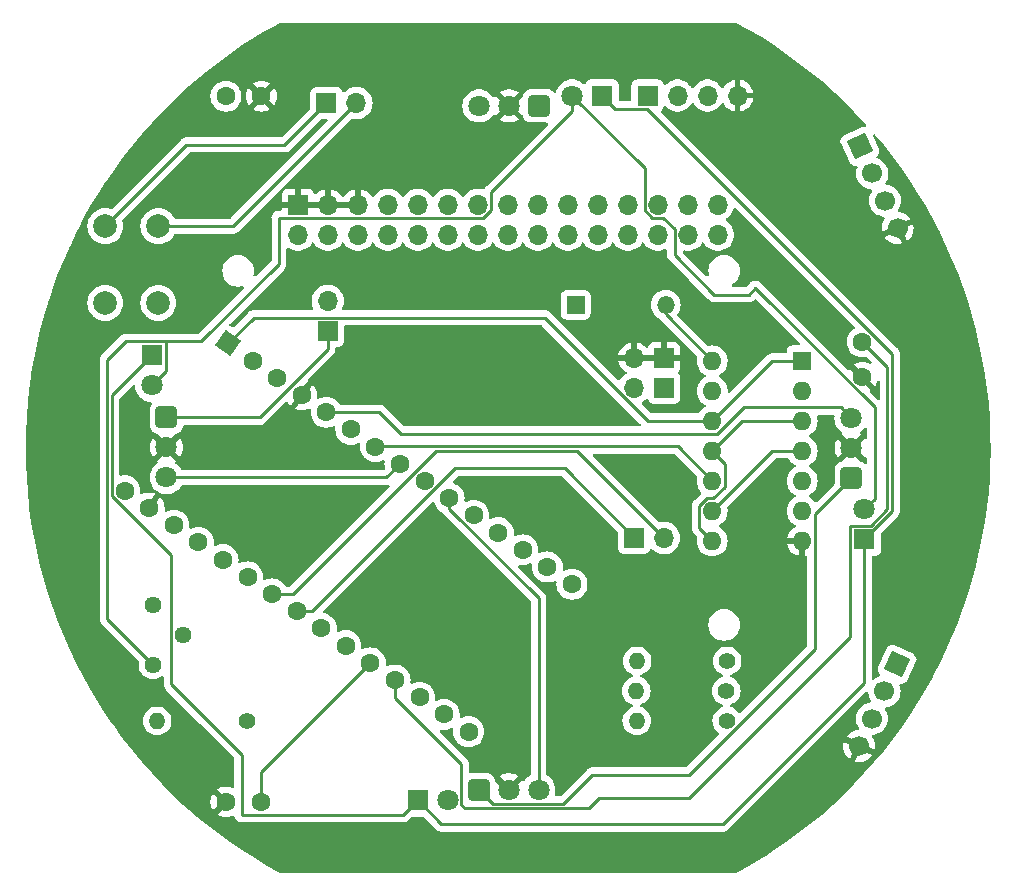
<source format=gbl>
G04 #@! TF.GenerationSoftware,KiCad,Pcbnew,7.0.5-7.0.5~ubuntu20.04.1*
G04 #@! TF.CreationDate,2023-09-13T16:29:24+01:00*
G04 #@! TF.ProjectId,Swarm-B_20230626,53776172-6d2d-4425-9f32-303233303632,rev?*
G04 #@! TF.SameCoordinates,Original*
G04 #@! TF.FileFunction,Copper,L2,Bot*
G04 #@! TF.FilePolarity,Positive*
%FSLAX46Y46*%
G04 Gerber Fmt 4.6, Leading zero omitted, Abs format (unit mm)*
G04 Created by KiCad (PCBNEW 7.0.5-7.0.5~ubuntu20.04.1) date 2023-09-13 16:29:24*
%MOMM*%
%LPD*%
G01*
G04 APERTURE LIST*
G04 Aperture macros list*
%AMRoundRect*
0 Rectangle with rounded corners*
0 $1 Rounding radius*
0 $2 $3 $4 $5 $6 $7 $8 $9 X,Y pos of 4 corners*
0 Add a 4 corners polygon primitive as box body*
4,1,4,$2,$3,$4,$5,$6,$7,$8,$9,$2,$3,0*
0 Add four circle primitives for the rounded corners*
1,1,$1+$1,$2,$3*
1,1,$1+$1,$4,$5*
1,1,$1+$1,$6,$7*
1,1,$1+$1,$8,$9*
0 Add four rect primitives between the rounded corners*
20,1,$1+$1,$2,$3,$4,$5,0*
20,1,$1+$1,$4,$5,$6,$7,0*
20,1,$1+$1,$6,$7,$8,$9,0*
20,1,$1+$1,$8,$9,$2,$3,0*%
%AMHorizOval*
0 Thick line with rounded ends*
0 $1 width*
0 $2 $3 position (X,Y) of the first rounded end (center of the circle)*
0 $4 $5 position (X,Y) of the second rounded end (center of the circle)*
0 Add line between two ends*
20,1,$1,$2,$3,$4,$5,0*
0 Add two circle primitives to create the rounded ends*
1,1,$1,$2,$3*
1,1,$1,$4,$5*%
%AMRotRect*
0 Rectangle, with rotation*
0 The origin of the aperture is its center*
0 $1 length*
0 $2 width*
0 $3 Rotation angle, in degrees counterclockwise*
0 Add horizontal line*
21,1,$1,$2,0,0,$3*%
G04 Aperture macros list end*
G04 #@! TA.AperFunction,ComponentPad*
%ADD10R,1.800000X1.800000*%
G04 #@! TD*
G04 #@! TA.AperFunction,ComponentPad*
%ADD11C,1.800000*%
G04 #@! TD*
G04 #@! TA.AperFunction,ComponentPad*
%ADD12RoundRect,0.248400X-0.651600X0.651600X-0.651600X-0.651600X0.651600X-0.651600X0.651600X0.651600X0*%
G04 #@! TD*
G04 #@! TA.AperFunction,ComponentPad*
%ADD13R,1.700000X1.700000*%
G04 #@! TD*
G04 #@! TA.AperFunction,ComponentPad*
%ADD14O,1.700000X1.700000*%
G04 #@! TD*
G04 #@! TA.AperFunction,ComponentPad*
%ADD15C,1.600000*%
G04 #@! TD*
G04 #@! TA.AperFunction,ComponentPad*
%ADD16R,1.500000X1.500000*%
G04 #@! TD*
G04 #@! TA.AperFunction,ComponentPad*
%ADD17O,1.500000X1.500000*%
G04 #@! TD*
G04 #@! TA.AperFunction,ComponentPad*
%ADD18C,1.400000*%
G04 #@! TD*
G04 #@! TA.AperFunction,ComponentPad*
%ADD19O,1.400000X1.400000*%
G04 #@! TD*
G04 #@! TA.AperFunction,ComponentPad*
%ADD20C,2.000000*%
G04 #@! TD*
G04 #@! TA.AperFunction,ComponentPad*
%ADD21RotRect,1.700000X1.700000X25.000000*%
G04 #@! TD*
G04 #@! TA.AperFunction,ComponentPad*
%ADD22HorizOval,1.700000X0.000000X0.000000X0.000000X0.000000X0*%
G04 #@! TD*
G04 #@! TA.AperFunction,ComponentPad*
%ADD23RoundRect,0.248400X-0.651600X-0.651600X0.651600X-0.651600X0.651600X0.651600X-0.651600X0.651600X0*%
G04 #@! TD*
G04 #@! TA.AperFunction,ComponentPad*
%ADD24RotRect,1.700000X1.700000X335.000000*%
G04 #@! TD*
G04 #@! TA.AperFunction,ComponentPad*
%ADD25HorizOval,1.700000X0.000000X0.000000X0.000000X0.000000X0*%
G04 #@! TD*
G04 #@! TA.AperFunction,ComponentPad*
%ADD26RoundRect,0.248400X0.651600X0.651600X-0.651600X0.651600X-0.651600X-0.651600X0.651600X-0.651600X0*%
G04 #@! TD*
G04 #@! TA.AperFunction,ComponentPad*
%ADD27RoundRect,0.248400X0.651600X-0.651600X0.651600X0.651600X-0.651600X0.651600X-0.651600X-0.651600X0*%
G04 #@! TD*
G04 #@! TA.AperFunction,ComponentPad*
%ADD28RotRect,1.600000X1.600000X235.000000*%
G04 #@! TD*
G04 #@! TA.AperFunction,ComponentPad*
%ADD29HorizOval,1.600000X0.000000X0.000000X0.000000X0.000000X0*%
G04 #@! TD*
G04 #@! TA.AperFunction,ComponentPad*
%ADD30R,1.600000X1.600000*%
G04 #@! TD*
G04 #@! TA.AperFunction,ComponentPad*
%ADD31O,1.600000X1.600000*%
G04 #@! TD*
G04 #@! TA.AperFunction,ComponentPad*
%ADD32C,1.440000*%
G04 #@! TD*
G04 #@! TA.AperFunction,ViaPad*
%ADD33C,0.700000*%
G04 #@! TD*
G04 #@! TA.AperFunction,Conductor*
%ADD34C,0.250000*%
G04 #@! TD*
G04 APERTURE END LIST*
D10*
X111204000Y-124078000D03*
D11*
X113744000Y-124078000D03*
D10*
X126834000Y-64428000D03*
D11*
X124294000Y-64428000D03*
D10*
X88714000Y-86398000D03*
D11*
X88714000Y-88938000D03*
D10*
X149004000Y-101988000D03*
D11*
X149004000Y-99448000D03*
D12*
X89944000Y-91658000D03*
D11*
X89944000Y-94198000D03*
X89944000Y-96738000D03*
D13*
X103594000Y-84328000D03*
D14*
X103594000Y-81788000D03*
D15*
X148864000Y-85248000D03*
X148864000Y-88248000D03*
D16*
X124589000Y-82110000D03*
D17*
X132209000Y-82110000D03*
D13*
X129540000Y-101854000D03*
D14*
X132080000Y-101854000D03*
D13*
X132080000Y-86614000D03*
D14*
X129540000Y-86614000D03*
D13*
X132080000Y-89154000D03*
D14*
X129540000Y-89154000D03*
D18*
X96774000Y-117348000D03*
D19*
X89154000Y-117348000D03*
D18*
X137384000Y-117348000D03*
D19*
X129764000Y-117348000D03*
D13*
X103492000Y-65024000D03*
D14*
X106032000Y-65024000D03*
D20*
X84754000Y-81958000D03*
X84754000Y-75458000D03*
X89254000Y-81958000D03*
X89254000Y-75458000D03*
D15*
X94979000Y-64448000D03*
X97979000Y-64448000D03*
D13*
X130674000Y-64400000D03*
D14*
X133214000Y-64400000D03*
X135754000Y-64400000D03*
X138294000Y-64400000D03*
D18*
X137414000Y-112268000D03*
D19*
X129794000Y-112268000D03*
D15*
X97974000Y-124208000D03*
X94974000Y-124208000D03*
D18*
X137344000Y-114808000D03*
D19*
X129724000Y-114808000D03*
D21*
X148633649Y-68693935D03*
D22*
X149707099Y-70995957D03*
X150780550Y-73297979D03*
X151854000Y-75600000D03*
D23*
X116374000Y-123173000D03*
D11*
X118914000Y-123173000D03*
X121454000Y-123173000D03*
D24*
X151804000Y-112550000D03*
D25*
X150730550Y-114852022D03*
X149657099Y-117154044D03*
X148583649Y-119456065D03*
D26*
X121494000Y-65273000D03*
D11*
X118954000Y-65273000D03*
X116414000Y-65273000D03*
D27*
X147914000Y-96788000D03*
D11*
X147914000Y-94248000D03*
X147914000Y-91708000D03*
D28*
X95148197Y-85378397D03*
D29*
X97228843Y-86835281D03*
X99309489Y-88292165D03*
X101390136Y-89749049D03*
X103470782Y-91205934D03*
X105551428Y-92662818D03*
X107632074Y-94119702D03*
X109712720Y-95576586D03*
X111793367Y-97033470D03*
X113874013Y-98490354D03*
X115954659Y-99947238D03*
X118035305Y-101404123D03*
X120115951Y-102861007D03*
X122196598Y-104317891D03*
X124277244Y-105774775D03*
X115535939Y-118258652D03*
X113455293Y-116801768D03*
X111374646Y-115344884D03*
X109294000Y-113888000D03*
X107213354Y-112431116D03*
X105132708Y-110974231D03*
X103052062Y-109517347D03*
X100971415Y-108060463D03*
X98890769Y-106603579D03*
X96810123Y-105146695D03*
X94729477Y-103689811D03*
X92648831Y-102232927D03*
X90568184Y-100776042D03*
X88487538Y-99319158D03*
X86406892Y-97862274D03*
D30*
X143764000Y-86868000D03*
D31*
X143764000Y-89408000D03*
X143764000Y-91948000D03*
X143764000Y-94488000D03*
X143764000Y-97028000D03*
X143764000Y-99568000D03*
X143764000Y-102108000D03*
X136144000Y-102108000D03*
X136144000Y-99568000D03*
X136144000Y-97028000D03*
X136144000Y-94488000D03*
X136144000Y-91948000D03*
X136144000Y-89408000D03*
X136144000Y-86868000D03*
D32*
X88819000Y-107508000D03*
X91359000Y-110048000D03*
X88819000Y-112588000D03*
D13*
X101064000Y-73648000D03*
D14*
X101064000Y-76188000D03*
X103604000Y-73648000D03*
X103604000Y-76188000D03*
X106144000Y-73648000D03*
X106144000Y-76188000D03*
X108684000Y-73648000D03*
X108684000Y-76188000D03*
X111224000Y-73648000D03*
X111224000Y-76188000D03*
X113764000Y-73648000D03*
X113764000Y-76188000D03*
X116304000Y-73648000D03*
X116304000Y-76188000D03*
X118844000Y-73648000D03*
X118844000Y-76188000D03*
X121384000Y-73648000D03*
X121384000Y-76188000D03*
X123924000Y-73648000D03*
X123924000Y-76188000D03*
X126464000Y-73648000D03*
X126464000Y-76188000D03*
X129004000Y-73648000D03*
X129004000Y-76188000D03*
X131544000Y-73648000D03*
X131544000Y-76188000D03*
X134084000Y-73648000D03*
X134084000Y-76188000D03*
X136624000Y-73648000D03*
X136624000Y-76188000D03*
D33*
X116379000Y-80625000D03*
X140179000Y-99475000D03*
X136779000Y-69600000D03*
D34*
X121454000Y-123173000D02*
X121454000Y-106966859D01*
X121454000Y-106966859D02*
X113874013Y-99386872D01*
X113874013Y-99386872D02*
X113874013Y-98490354D01*
X132080000Y-101854000D02*
X124727586Y-94501586D01*
X100660421Y-106603579D02*
X98890769Y-106603579D01*
X124727586Y-94501586D02*
X112762414Y-94501586D01*
X112762414Y-94501586D02*
X100660421Y-106603579D01*
X89944000Y-96738000D02*
X108551306Y-96738000D01*
X108551306Y-96738000D02*
X109712720Y-95576586D01*
X102286654Y-108060463D02*
X100971415Y-108060463D01*
X129540000Y-101854000D02*
X123644470Y-95958470D01*
X114388647Y-95958470D02*
X102286654Y-108060463D01*
X123644470Y-95958470D02*
X114388647Y-95958470D01*
X133217586Y-94101586D02*
X136144000Y-97028000D01*
X107632074Y-94119702D02*
X107650190Y-94101586D01*
X107650190Y-94101586D02*
X133217586Y-94101586D01*
X138804280Y-90808000D02*
X136589280Y-93023000D01*
X147914000Y-91708000D02*
X147014000Y-90808000D01*
X107969934Y-91205934D02*
X103470782Y-91205934D01*
X147014000Y-90808000D02*
X138804280Y-90808000D01*
X109787000Y-93023000D02*
X107969934Y-91205934D01*
X136589280Y-93023000D02*
X109787000Y-93023000D01*
X141224000Y-94488000D02*
X136144000Y-99568000D01*
X130743009Y-91948000D02*
X136144000Y-91948000D01*
X141224000Y-86868000D02*
X136144000Y-91948000D01*
X97323594Y-83203000D02*
X121998009Y-83203000D01*
X121998009Y-83203000D02*
X130743009Y-91948000D01*
X143764000Y-94488000D02*
X141224000Y-94488000D01*
X143764000Y-86868000D02*
X141224000Y-86868000D01*
X95148197Y-85378397D02*
X97323594Y-83203000D01*
X89889000Y-87763000D02*
X88714000Y-88938000D01*
X139263944Y-81251498D02*
X136333692Y-81251498D01*
X86481000Y-85223000D02*
X89889000Y-85223000D01*
X124294000Y-64428000D02*
X124294000Y-65700792D01*
X149904000Y-98548000D02*
X149904000Y-90808280D01*
X99471000Y-74773000D02*
X99471000Y-78624515D01*
X132959000Y-75722009D02*
X132009991Y-74773000D01*
X124294000Y-65700792D02*
X117429000Y-72565792D01*
X117429000Y-74113991D02*
X116769991Y-74773000D01*
X116769991Y-74773000D02*
X99471000Y-74773000D01*
X117429000Y-72565792D02*
X117429000Y-74113991D01*
X136333692Y-81251498D02*
X132959000Y-77876806D01*
X139805581Y-80709861D02*
X139263944Y-81251498D01*
X130419000Y-74113991D02*
X130419000Y-70553000D01*
X89889000Y-85223000D02*
X89889000Y-87763000D01*
X132009991Y-74773000D02*
X131078009Y-74773000D01*
X132959000Y-77876806D02*
X132959000Y-75722009D01*
X99471000Y-78624515D02*
X92872515Y-85223000D01*
X88819000Y-112588000D02*
X84931892Y-108700892D01*
X131078009Y-74773000D02*
X130419000Y-74113991D01*
X84931892Y-86772108D02*
X86481000Y-85223000D01*
X149904000Y-90808280D02*
X139805581Y-80709861D01*
X149004000Y-99448000D02*
X149904000Y-98548000D01*
X84931892Y-108700892D02*
X84931892Y-86772108D01*
X130419000Y-70553000D02*
X124294000Y-64428000D01*
X92872515Y-85223000D02*
X89889000Y-85223000D01*
X136254000Y-98493000D02*
X135698720Y-98493000D01*
X137219000Y-95563000D02*
X137219000Y-97528000D01*
X90364000Y-103339662D02*
X85331892Y-98307554D01*
X136144000Y-94488000D02*
X137219000Y-95563000D01*
X151384000Y-99608000D02*
X149004000Y-101988000D01*
X135069000Y-99122720D02*
X135069000Y-101033000D01*
X136144000Y-94488000D02*
X138684000Y-91948000D01*
X137051000Y-126093000D02*
X113219000Y-126093000D01*
X90364000Y-114240000D02*
X90364000Y-103339662D01*
X96327000Y-120203000D02*
X90364000Y-114240000D01*
X126834000Y-64428000D02*
X127931000Y-65525000D01*
X135698720Y-98493000D02*
X135069000Y-99122720D01*
X151384000Y-86247720D02*
X151384000Y-99608000D01*
X111204000Y-124078000D02*
X113219000Y-126093000D01*
X85331892Y-89780108D02*
X88714000Y-86398000D01*
X149004000Y-114140000D02*
X137051000Y-126093000D01*
X85331892Y-98307554D02*
X85331892Y-89780108D01*
X135069000Y-101033000D02*
X136144000Y-102108000D01*
X96327000Y-125283000D02*
X96327000Y-120203000D01*
X149004000Y-101988000D02*
X149004000Y-114140000D01*
X127931000Y-65525000D02*
X130661280Y-65525000D01*
X137219000Y-97528000D02*
X136254000Y-98493000D01*
X111204000Y-124078000D02*
X109999000Y-125283000D01*
X109999000Y-125283000D02*
X96327000Y-125283000D01*
X138684000Y-91948000D02*
X143764000Y-91948000D01*
X130661280Y-65525000D02*
X151384000Y-86247720D01*
X136144000Y-86868000D02*
X132209000Y-82933000D01*
X132209000Y-82933000D02*
X132209000Y-82110000D01*
X103594000Y-85890000D02*
X103594000Y-84328000D01*
X97826000Y-91658000D02*
X103594000Y-85890000D01*
X134190859Y-121920000D02*
X125984000Y-121920000D01*
X89944000Y-91658000D02*
X97826000Y-91658000D01*
X117549000Y-124348000D02*
X116374000Y-123173000D01*
X125984000Y-121920000D02*
X123556000Y-124348000D01*
X144839000Y-111271859D02*
X134190859Y-121920000D01*
X144839000Y-99863000D02*
X144839000Y-111271859D01*
X116374000Y-123173000D02*
X115811197Y-123173000D01*
X123556000Y-124348000D02*
X117549000Y-124348000D01*
X147914000Y-96788000D02*
X144839000Y-99863000D01*
X91632000Y-68580000D02*
X99936000Y-68580000D01*
X84754000Y-75458000D02*
X91632000Y-68580000D01*
X99936000Y-68580000D02*
X103492000Y-65024000D01*
X89254000Y-75458000D02*
X95598000Y-75458000D01*
X95598000Y-75458000D02*
X106032000Y-65024000D01*
X115207000Y-124748000D02*
X114919000Y-124460000D01*
X150984000Y-99442314D02*
X149613315Y-100813000D01*
X148864000Y-85248000D02*
X150984000Y-87368000D01*
X147829000Y-100813000D02*
X147829000Y-110235000D01*
X114919000Y-121015000D02*
X109294000Y-115390000D01*
X114919000Y-124460000D02*
X114919000Y-121015000D01*
X134221000Y-123843000D02*
X126601000Y-123843000D01*
X149613315Y-100813000D02*
X147829000Y-100813000D01*
X147829000Y-110235000D02*
X134221000Y-123843000D01*
X125696000Y-124748000D02*
X115207000Y-124748000D01*
X150984000Y-87368000D02*
X150984000Y-99442314D01*
X109294000Y-115390000D02*
X109294000Y-113888000D01*
X126601000Y-123843000D02*
X125696000Y-124748000D01*
X97974000Y-121670470D02*
X107213354Y-112431116D01*
X97974000Y-124208000D02*
X97974000Y-121670470D01*
G04 #@! TA.AperFunction,Conductor*
G36*
X132970859Y-94754771D02*
G01*
X132991501Y-94771405D01*
X134835664Y-96615568D01*
X134869149Y-96676891D01*
X134867758Y-96735341D01*
X134850459Y-96799904D01*
X134850456Y-96799918D01*
X134830502Y-97027998D01*
X134830502Y-97028001D01*
X134850456Y-97256081D01*
X134850457Y-97256089D01*
X134909714Y-97477238D01*
X134909718Y-97477249D01*
X134982902Y-97634192D01*
X135006477Y-97684749D01*
X135137802Y-97872300D01*
X135137806Y-97872304D01*
X135192977Y-97927475D01*
X135226462Y-97988798D01*
X135221478Y-98058490D01*
X135192977Y-98102837D01*
X134680180Y-98615633D01*
X134667821Y-98625536D01*
X134667994Y-98625745D01*
X134661984Y-98630716D01*
X134614672Y-98681098D01*
X134613319Y-98682494D01*
X134592873Y-98702941D01*
X134592857Y-98702959D01*
X134588531Y-98708534D01*
X134584747Y-98712964D01*
X134552419Y-98747391D01*
X134552412Y-98747401D01*
X134542579Y-98765287D01*
X134531903Y-98781540D01*
X134519386Y-98797677D01*
X134519385Y-98797679D01*
X134500625Y-98841030D01*
X134498055Y-98846276D01*
X134475303Y-98887661D01*
X134475303Y-98887662D01*
X134470225Y-98907440D01*
X134463925Y-98925842D01*
X134455818Y-98944577D01*
X134448431Y-98991215D01*
X134447246Y-98996936D01*
X134435500Y-99042685D01*
X134435500Y-99063104D01*
X134433973Y-99082503D01*
X134430780Y-99102661D01*
X134430780Y-99102662D01*
X134435225Y-99149686D01*
X134435500Y-99155524D01*
X134435500Y-100949366D01*
X134433761Y-100965113D01*
X134434032Y-100965139D01*
X134433297Y-100972906D01*
X134435469Y-101041990D01*
X134435500Y-101043938D01*
X134435500Y-101072859D01*
X134436384Y-101079856D01*
X134436842Y-101085679D01*
X134438326Y-101132889D01*
X134438327Y-101132891D01*
X134444022Y-101152495D01*
X134447967Y-101171542D01*
X134450526Y-101191797D01*
X134450527Y-101191800D01*
X134450528Y-101191803D01*
X134467914Y-101235716D01*
X134469806Y-101241244D01*
X134482981Y-101286592D01*
X134493372Y-101304162D01*
X134501932Y-101321635D01*
X134509447Y-101340617D01*
X134537209Y-101378827D01*
X134540418Y-101383712D01*
X134556783Y-101411385D01*
X134564458Y-101424362D01*
X134564462Y-101424366D01*
X134578889Y-101438793D01*
X134591526Y-101453588D01*
X134603528Y-101470107D01*
X134639931Y-101500222D01*
X134644231Y-101504135D01*
X134760438Y-101620342D01*
X134835664Y-101695568D01*
X134869149Y-101756891D01*
X134867758Y-101815341D01*
X134850459Y-101879904D01*
X134850456Y-101879918D01*
X134830502Y-102107998D01*
X134830502Y-102108001D01*
X134850456Y-102336081D01*
X134850457Y-102336089D01*
X134909714Y-102557238D01*
X134909718Y-102557249D01*
X135000837Y-102752654D01*
X135006477Y-102764749D01*
X135137802Y-102952300D01*
X135299700Y-103114198D01*
X135487251Y-103245523D01*
X135582414Y-103289898D01*
X135694750Y-103342281D01*
X135694752Y-103342281D01*
X135694757Y-103342284D01*
X135915913Y-103401543D01*
X136078832Y-103415796D01*
X136143998Y-103421498D01*
X136144000Y-103421498D01*
X136144002Y-103421498D01*
X136201021Y-103416509D01*
X136372087Y-103401543D01*
X136593243Y-103342284D01*
X136800749Y-103245523D01*
X136988300Y-103114198D01*
X137150198Y-102952300D01*
X137281523Y-102764749D01*
X137378284Y-102557243D01*
X137437543Y-102336087D01*
X137457498Y-102108000D01*
X137437543Y-101879913D01*
X137378284Y-101658757D01*
X137363346Y-101626723D01*
X137335713Y-101567463D01*
X137281523Y-101451251D01*
X137150198Y-101263700D01*
X136988300Y-101101802D01*
X136800749Y-100970477D01*
X136767309Y-100954884D01*
X136757655Y-100950382D01*
X136705215Y-100904210D01*
X136686063Y-100837017D01*
X136706278Y-100770136D01*
X136757655Y-100725618D01*
X136760882Y-100724112D01*
X136800749Y-100705523D01*
X136988300Y-100574198D01*
X137150198Y-100412300D01*
X137281523Y-100224749D01*
X137378284Y-100017243D01*
X137437543Y-99796087D01*
X137457498Y-99568000D01*
X137457302Y-99565764D01*
X137450018Y-99482499D01*
X137437543Y-99339913D01*
X137420240Y-99275341D01*
X137421904Y-99205491D01*
X137452333Y-99155569D01*
X141450085Y-95157819D01*
X141511409Y-95124334D01*
X141537767Y-95121500D01*
X142545648Y-95121500D01*
X142612687Y-95141185D01*
X142647220Y-95174373D01*
X142757802Y-95332300D01*
X142919700Y-95494198D01*
X143062599Y-95594257D01*
X143107251Y-95625523D01*
X143150345Y-95645618D01*
X143202784Y-95691791D01*
X143221936Y-95758984D01*
X143201720Y-95825865D01*
X143150345Y-95870382D01*
X143107251Y-95890476D01*
X142982126Y-95978090D01*
X142919700Y-96021802D01*
X142919698Y-96021803D01*
X142919695Y-96021806D01*
X142757806Y-96183695D01*
X142757803Y-96183698D01*
X142757802Y-96183700D01*
X142753972Y-96189170D01*
X142626476Y-96371252D01*
X142626475Y-96371254D01*
X142529718Y-96578750D01*
X142529714Y-96578761D01*
X142470457Y-96799910D01*
X142470456Y-96799918D01*
X142450502Y-97027998D01*
X142450502Y-97028001D01*
X142470456Y-97256081D01*
X142470457Y-97256089D01*
X142529714Y-97477238D01*
X142529718Y-97477249D01*
X142602902Y-97634192D01*
X142626477Y-97684749D01*
X142757802Y-97872300D01*
X142919700Y-98034198D01*
X143084895Y-98149869D01*
X143107251Y-98165523D01*
X143150345Y-98185618D01*
X143202784Y-98231791D01*
X143221936Y-98298984D01*
X143201720Y-98365865D01*
X143150345Y-98410382D01*
X143107251Y-98430476D01*
X143021738Y-98490354D01*
X142919700Y-98561802D01*
X142919698Y-98561803D01*
X142919695Y-98561806D01*
X142757806Y-98723695D01*
X142757805Y-98723697D01*
X142757802Y-98723700D01*
X142686010Y-98826229D01*
X142626476Y-98911252D01*
X142626475Y-98911254D01*
X142529718Y-99118750D01*
X142529714Y-99118761D01*
X142470457Y-99339910D01*
X142470456Y-99339918D01*
X142450502Y-99567998D01*
X142450502Y-99568001D01*
X142470456Y-99796081D01*
X142470457Y-99796089D01*
X142529714Y-100017238D01*
X142529718Y-100017249D01*
X142599833Y-100167610D01*
X142626477Y-100224749D01*
X142757802Y-100412300D01*
X142919700Y-100574198D01*
X143065965Y-100676614D01*
X143107251Y-100705523D01*
X143160401Y-100730307D01*
X143212840Y-100776479D01*
X143231992Y-100843673D01*
X143211776Y-100910554D01*
X143160401Y-100955071D01*
X143111517Y-100977865D01*
X142925179Y-101108342D01*
X142764342Y-101269179D01*
X142633865Y-101455517D01*
X142537734Y-101661673D01*
X142537730Y-101661682D01*
X142485127Y-101857999D01*
X142485128Y-101858000D01*
X143448314Y-101858000D01*
X143436359Y-101869955D01*
X143378835Y-101982852D01*
X143359014Y-102108000D01*
X143378835Y-102233148D01*
X143436359Y-102346045D01*
X143448314Y-102358000D01*
X142485128Y-102358000D01*
X142537730Y-102554317D01*
X142537734Y-102554326D01*
X142633865Y-102760482D01*
X142764342Y-102946820D01*
X142925179Y-103107657D01*
X143111517Y-103238134D01*
X143317673Y-103334265D01*
X143317682Y-103334269D01*
X143513999Y-103386872D01*
X143514000Y-103386871D01*
X143514000Y-102423686D01*
X143525955Y-102435641D01*
X143638852Y-102493165D01*
X143732519Y-102508000D01*
X143795481Y-102508000D01*
X143889148Y-102493165D01*
X144002045Y-102435641D01*
X144014000Y-102423686D01*
X144014000Y-103386872D01*
X144049405Y-103377385D01*
X144119255Y-103379046D01*
X144177118Y-103418208D01*
X144204623Y-103482436D01*
X144205500Y-103497159D01*
X144205500Y-110958091D01*
X144185815Y-111025130D01*
X144169181Y-111045772D01*
X138555113Y-116659839D01*
X138493790Y-116693324D01*
X138424098Y-116688340D01*
X138368165Y-116646468D01*
X138365857Y-116643282D01*
X138347861Y-116617581D01*
X138313301Y-116568224D01*
X138313298Y-116568221D01*
X138313297Y-116568219D01*
X138163778Y-116418700D01*
X137990558Y-116297411D01*
X137990556Y-116297410D01*
X137969071Y-116287391D01*
X137798910Y-116208044D01*
X137798906Y-116208043D01*
X137798902Y-116208041D01*
X137740586Y-116192416D01*
X137680925Y-116156051D01*
X137650396Y-116093204D01*
X137658691Y-116023829D01*
X137703176Y-115969951D01*
X137740587Y-115952866D01*
X137758900Y-115947959D01*
X137758901Y-115947958D01*
X137758910Y-115947956D01*
X137950558Y-115858589D01*
X138123776Y-115737301D01*
X138273301Y-115587776D01*
X138394589Y-115414558D01*
X138483956Y-115222910D01*
X138538686Y-115018655D01*
X138557116Y-114808000D01*
X138538686Y-114597345D01*
X138483956Y-114393090D01*
X138394589Y-114201442D01*
X138273301Y-114028224D01*
X138273299Y-114028221D01*
X138123778Y-113878700D01*
X137950558Y-113757411D01*
X137950556Y-113757410D01*
X137912043Y-113739451D01*
X137758910Y-113668044D01*
X137758906Y-113668043D01*
X137758902Y-113668041D01*
X137755586Y-113667153D01*
X137754287Y-113666361D01*
X137753816Y-113666190D01*
X137753850Y-113666095D01*
X137695925Y-113630788D01*
X137665396Y-113567941D01*
X137673691Y-113498566D01*
X137718176Y-113444688D01*
X137755586Y-113427603D01*
X137828910Y-113407956D01*
X138020558Y-113318589D01*
X138193776Y-113197301D01*
X138343301Y-113047776D01*
X138464589Y-112874558D01*
X138553956Y-112682910D01*
X138608686Y-112478655D01*
X138627116Y-112268000D01*
X138608686Y-112057345D01*
X138553956Y-111853090D01*
X138464589Y-111661442D01*
X138365569Y-111520026D01*
X138343299Y-111488221D01*
X138193778Y-111338700D01*
X138020558Y-111217411D01*
X138020556Y-111217410D01*
X137988178Y-111202312D01*
X137828910Y-111128044D01*
X137828906Y-111128043D01*
X137828902Y-111128041D01*
X137624660Y-111073315D01*
X137624656Y-111073314D01*
X137624655Y-111073314D01*
X137624654Y-111073313D01*
X137624649Y-111073313D01*
X137414002Y-111054884D01*
X137413998Y-111054884D01*
X137203350Y-111073313D01*
X137203339Y-111073315D01*
X136999097Y-111128041D01*
X136999088Y-111128045D01*
X136807443Y-111217410D01*
X136807441Y-111217411D01*
X136634221Y-111338700D01*
X136484700Y-111488221D01*
X136363411Y-111661441D01*
X136363410Y-111661443D01*
X136274045Y-111853088D01*
X136274041Y-111853097D01*
X136219315Y-112057339D01*
X136219313Y-112057350D01*
X136200884Y-112267998D01*
X136200884Y-112268001D01*
X136219313Y-112478649D01*
X136219315Y-112478660D01*
X136274041Y-112682902D01*
X136274043Y-112682906D01*
X136274044Y-112682910D01*
X136325670Y-112793622D01*
X136363410Y-112874556D01*
X136363411Y-112874558D01*
X136484700Y-113047778D01*
X136634221Y-113197299D01*
X136677747Y-113227776D01*
X136807442Y-113318589D01*
X136999090Y-113407956D01*
X136999096Y-113407957D01*
X136999097Y-113407958D01*
X137002404Y-113408844D01*
X137003700Y-113409633D01*
X137004184Y-113409810D01*
X137004148Y-113409907D01*
X137062067Y-113445203D01*
X137092601Y-113508048D01*
X137084312Y-113577424D01*
X137039832Y-113631306D01*
X137002415Y-113648396D01*
X136929092Y-113668043D01*
X136929090Y-113668044D01*
X136907603Y-113678063D01*
X136737443Y-113757410D01*
X136737441Y-113757411D01*
X136564221Y-113878700D01*
X136414700Y-114028221D01*
X136293411Y-114201441D01*
X136293410Y-114201443D01*
X136204045Y-114393088D01*
X136204041Y-114393097D01*
X136149315Y-114597339D01*
X136149313Y-114597350D01*
X136130884Y-114807998D01*
X136130884Y-114808001D01*
X136149313Y-115018649D01*
X136149315Y-115018660D01*
X136204041Y-115222902D01*
X136204043Y-115222906D01*
X136204044Y-115222910D01*
X136283391Y-115393071D01*
X136293410Y-115414556D01*
X136293411Y-115414558D01*
X136414700Y-115587778D01*
X136564221Y-115737299D01*
X136564224Y-115737301D01*
X136737442Y-115858589D01*
X136929090Y-115947956D01*
X136929095Y-115947957D01*
X136929099Y-115947959D01*
X136964571Y-115957463D01*
X136987413Y-115963583D01*
X137047073Y-115999947D01*
X137077603Y-116062793D01*
X137069309Y-116132169D01*
X137024824Y-116186048D01*
X136987418Y-116203132D01*
X136969096Y-116208042D01*
X136969092Y-116208043D01*
X136969090Y-116208044D01*
X136969087Y-116208045D01*
X136969088Y-116208045D01*
X136777443Y-116297410D01*
X136777441Y-116297411D01*
X136604221Y-116418700D01*
X136454700Y-116568221D01*
X136333411Y-116741441D01*
X136333410Y-116741443D01*
X136244045Y-116933088D01*
X136244041Y-116933097D01*
X136189315Y-117137339D01*
X136189313Y-117137350D01*
X136170884Y-117347998D01*
X136170884Y-117348001D01*
X136189313Y-117558649D01*
X136189315Y-117558660D01*
X136244041Y-117762902D01*
X136244043Y-117762906D01*
X136244044Y-117762910D01*
X136265054Y-117807966D01*
X136333410Y-117954556D01*
X136333411Y-117954558D01*
X136454700Y-118127778D01*
X136604219Y-118277297D01*
X136604222Y-118277299D01*
X136604224Y-118277301D01*
X136629831Y-118295231D01*
X136679282Y-118329857D01*
X136722906Y-118384434D01*
X136730099Y-118453933D01*
X136698577Y-118516287D01*
X136695839Y-118519113D01*
X133964773Y-121250181D01*
X133903450Y-121283666D01*
X133877092Y-121286500D01*
X126067632Y-121286500D01*
X126051880Y-121284760D01*
X126051855Y-121285032D01*
X126044093Y-121284297D01*
X125974997Y-121286469D01*
X125973049Y-121286500D01*
X125944144Y-121286500D01*
X125944141Y-121286500D01*
X125944129Y-121286501D01*
X125937137Y-121287384D01*
X125931320Y-121287841D01*
X125884111Y-121289325D01*
X125884109Y-121289326D01*
X125864496Y-121295023D01*
X125845459Y-121298965D01*
X125825208Y-121301524D01*
X125825202Y-121301526D01*
X125781299Y-121318907D01*
X125775775Y-121320798D01*
X125730406Y-121333981D01*
X125730401Y-121333983D01*
X125712827Y-121344376D01*
X125695362Y-121352932D01*
X125676387Y-121360445D01*
X125676385Y-121360446D01*
X125638176Y-121388206D01*
X125633294Y-121391412D01*
X125592635Y-121415458D01*
X125578200Y-121429894D01*
X125563412Y-121442525D01*
X125546894Y-121454526D01*
X125546888Y-121454532D01*
X125516780Y-121490925D01*
X125512849Y-121495246D01*
X123329914Y-123678181D01*
X123268591Y-123711666D01*
X123242233Y-123714500D01*
X122929149Y-123714500D01*
X122862110Y-123694815D01*
X122816355Y-123642011D01*
X122806411Y-123572853D01*
X122808943Y-123560060D01*
X122848051Y-123405626D01*
X122867327Y-123173000D01*
X122848051Y-122940374D01*
X122790749Y-122714093D01*
X122696984Y-122500331D01*
X122647469Y-122424542D01*
X122569313Y-122304915D01*
X122411223Y-122133185D01*
X122411222Y-122133184D01*
X122411220Y-122133182D01*
X122227017Y-121989810D01*
X122227015Y-121989809D01*
X122227014Y-121989808D01*
X122227011Y-121989806D01*
X122152481Y-121949472D01*
X122102891Y-121900252D01*
X122087500Y-121840418D01*
X122087500Y-114808001D01*
X128510884Y-114808001D01*
X128529313Y-115018649D01*
X128529315Y-115018660D01*
X128584041Y-115222902D01*
X128584043Y-115222906D01*
X128584044Y-115222910D01*
X128663391Y-115393071D01*
X128673410Y-115414556D01*
X128673411Y-115414558D01*
X128794700Y-115587778D01*
X128944221Y-115737299D01*
X128944224Y-115737301D01*
X129117442Y-115858589D01*
X129309090Y-115947956D01*
X129309095Y-115947957D01*
X129309099Y-115947959D01*
X129344571Y-115957463D01*
X129367413Y-115963583D01*
X129427073Y-115999947D01*
X129457603Y-116062793D01*
X129449309Y-116132169D01*
X129404824Y-116186048D01*
X129367418Y-116203132D01*
X129349096Y-116208042D01*
X129349092Y-116208043D01*
X129349090Y-116208044D01*
X129349087Y-116208045D01*
X129349088Y-116208045D01*
X129157443Y-116297410D01*
X129157441Y-116297411D01*
X128984221Y-116418700D01*
X128834700Y-116568221D01*
X128713411Y-116741441D01*
X128713410Y-116741443D01*
X128624045Y-116933088D01*
X128624041Y-116933097D01*
X128569315Y-117137339D01*
X128569313Y-117137350D01*
X128550884Y-117347998D01*
X128550884Y-117348001D01*
X128569313Y-117558649D01*
X128569315Y-117558660D01*
X128624041Y-117762902D01*
X128624043Y-117762906D01*
X128624044Y-117762910D01*
X128645054Y-117807966D01*
X128713410Y-117954556D01*
X128713411Y-117954558D01*
X128834700Y-118127778D01*
X128984221Y-118277299D01*
X129018104Y-118301024D01*
X129157442Y-118398589D01*
X129349090Y-118487956D01*
X129553345Y-118542686D01*
X129703812Y-118555850D01*
X129763998Y-118561116D01*
X129764000Y-118561116D01*
X129764002Y-118561116D01*
X129816663Y-118556508D01*
X129974655Y-118542686D01*
X130178910Y-118487956D01*
X130370558Y-118398589D01*
X130543776Y-118277301D01*
X130693301Y-118127776D01*
X130814589Y-117954558D01*
X130903956Y-117762910D01*
X130958686Y-117558655D01*
X130977116Y-117348000D01*
X130958686Y-117137345D01*
X130915031Y-116974424D01*
X130903958Y-116933097D01*
X130903957Y-116933096D01*
X130903956Y-116933090D01*
X130814589Y-116741442D01*
X130703245Y-116582425D01*
X130693299Y-116568221D01*
X130543778Y-116418700D01*
X130370558Y-116297411D01*
X130370556Y-116297410D01*
X130349071Y-116287391D01*
X130178910Y-116208044D01*
X130178906Y-116208043D01*
X130178902Y-116208041D01*
X130120586Y-116192416D01*
X130060925Y-116156051D01*
X130030396Y-116093204D01*
X130038691Y-116023829D01*
X130083176Y-115969951D01*
X130120587Y-115952866D01*
X130138900Y-115947959D01*
X130138901Y-115947958D01*
X130138910Y-115947956D01*
X130330558Y-115858589D01*
X130503776Y-115737301D01*
X130653301Y-115587776D01*
X130774589Y-115414558D01*
X130863956Y-115222910D01*
X130918686Y-115018655D01*
X130937116Y-114808000D01*
X130918686Y-114597345D01*
X130863956Y-114393090D01*
X130774589Y-114201442D01*
X130653301Y-114028224D01*
X130653299Y-114028221D01*
X130503778Y-113878700D01*
X130330558Y-113757411D01*
X130330556Y-113757410D01*
X130292043Y-113739451D01*
X130138910Y-113668044D01*
X130138906Y-113668043D01*
X130138902Y-113668041D01*
X130135586Y-113667153D01*
X130134287Y-113666361D01*
X130133816Y-113666190D01*
X130133850Y-113666095D01*
X130075925Y-113630788D01*
X130045396Y-113567941D01*
X130053691Y-113498566D01*
X130098176Y-113444688D01*
X130135586Y-113427603D01*
X130208910Y-113407956D01*
X130400558Y-113318589D01*
X130573776Y-113197301D01*
X130723301Y-113047776D01*
X130844589Y-112874558D01*
X130933956Y-112682910D01*
X130988686Y-112478655D01*
X131007116Y-112268000D01*
X130988686Y-112057345D01*
X130933956Y-111853090D01*
X130844589Y-111661442D01*
X130745569Y-111520026D01*
X130723299Y-111488221D01*
X130573778Y-111338700D01*
X130400558Y-111217411D01*
X130400556Y-111217410D01*
X130368178Y-111202312D01*
X130208910Y-111128044D01*
X130208906Y-111128043D01*
X130208902Y-111128041D01*
X130004660Y-111073315D01*
X130004656Y-111073314D01*
X130004655Y-111073314D01*
X130004654Y-111073313D01*
X130004649Y-111073313D01*
X129794002Y-111054884D01*
X129793998Y-111054884D01*
X129583350Y-111073313D01*
X129583339Y-111073315D01*
X129379097Y-111128041D01*
X129379088Y-111128045D01*
X129187443Y-111217410D01*
X129187441Y-111217411D01*
X129014221Y-111338700D01*
X128864700Y-111488221D01*
X128743411Y-111661441D01*
X128743410Y-111661443D01*
X128654045Y-111853088D01*
X128654041Y-111853097D01*
X128599315Y-112057339D01*
X128599313Y-112057350D01*
X128580884Y-112267998D01*
X128580884Y-112268001D01*
X128599313Y-112478649D01*
X128599315Y-112478660D01*
X128654041Y-112682902D01*
X128654043Y-112682906D01*
X128654044Y-112682910D01*
X128705670Y-112793622D01*
X128743410Y-112874556D01*
X128743411Y-112874558D01*
X128864700Y-113047778D01*
X129014221Y-113197299D01*
X129057747Y-113227776D01*
X129187442Y-113318589D01*
X129379090Y-113407956D01*
X129379096Y-113407957D01*
X129379097Y-113407958D01*
X129382404Y-113408844D01*
X129383700Y-113409633D01*
X129384184Y-113409810D01*
X129384148Y-113409907D01*
X129442067Y-113445203D01*
X129472601Y-113508048D01*
X129464312Y-113577424D01*
X129419832Y-113631306D01*
X129382415Y-113648396D01*
X129309092Y-113668043D01*
X129309090Y-113668044D01*
X129287603Y-113678063D01*
X129117443Y-113757410D01*
X129117441Y-113757411D01*
X128944221Y-113878700D01*
X128794700Y-114028221D01*
X128673411Y-114201441D01*
X128673410Y-114201443D01*
X128584045Y-114393088D01*
X128584041Y-114393097D01*
X128529315Y-114597339D01*
X128529313Y-114597350D01*
X128510884Y-114807998D01*
X128510884Y-114808001D01*
X122087500Y-114808001D01*
X122087500Y-109220002D01*
X135824418Y-109220002D01*
X135844708Y-109451919D01*
X135844708Y-109451923D01*
X135904960Y-109676788D01*
X135904962Y-109676792D01*
X135904963Y-109676796D01*
X135954157Y-109782293D01*
X136003351Y-109887790D01*
X136003352Y-109887792D01*
X136136881Y-110078491D01*
X136136886Y-110078497D01*
X136301502Y-110243113D01*
X136301508Y-110243118D01*
X136492207Y-110376647D01*
X136492209Y-110376648D01*
X136703204Y-110475037D01*
X136928079Y-110535292D01*
X137122682Y-110552317D01*
X137159998Y-110555582D01*
X137160000Y-110555582D01*
X137160002Y-110555582D01*
X137190061Y-110552951D01*
X137391921Y-110535292D01*
X137616796Y-110475037D01*
X137827791Y-110376648D01*
X138018496Y-110243115D01*
X138183115Y-110078496D01*
X138316648Y-109887791D01*
X138415037Y-109676796D01*
X138475292Y-109451921D01*
X138495582Y-109220000D01*
X138494795Y-109211008D01*
X138484406Y-109092258D01*
X138475292Y-108988079D01*
X138425106Y-108800781D01*
X138415039Y-108763211D01*
X138415038Y-108763210D01*
X138415037Y-108763204D01*
X138316648Y-108552209D01*
X138316320Y-108551741D01*
X138183118Y-108361508D01*
X138183113Y-108361502D01*
X138018497Y-108196886D01*
X138018491Y-108196881D01*
X137827792Y-108063352D01*
X137827790Y-108063351D01*
X137714450Y-108010500D01*
X137616796Y-107964963D01*
X137616792Y-107964962D01*
X137616788Y-107964960D01*
X137391921Y-107904708D01*
X137160002Y-107884418D01*
X137159998Y-107884418D01*
X137014801Y-107897121D01*
X136928079Y-107904708D01*
X136928076Y-107904708D01*
X136703211Y-107964960D01*
X136703202Y-107964964D01*
X136492209Y-108063351D01*
X136492207Y-108063352D01*
X136301508Y-108196881D01*
X136301502Y-108196886D01*
X136136886Y-108361502D01*
X136136881Y-108361508D01*
X136003352Y-108552207D01*
X136003351Y-108552209D01*
X135904964Y-108763202D01*
X135904960Y-108763211D01*
X135844708Y-108988076D01*
X135844708Y-108988080D01*
X135824418Y-109219997D01*
X135824418Y-109220002D01*
X122087500Y-109220002D01*
X122087500Y-107050484D01*
X122089238Y-107034739D01*
X122088967Y-107034714D01*
X122089699Y-107026956D01*
X122089701Y-107026950D01*
X122088308Y-106982668D01*
X122087530Y-106957885D01*
X122087499Y-106955934D01*
X122087500Y-106927003D01*
X122086615Y-106919999D01*
X122086156Y-106914168D01*
X122084673Y-106866968D01*
X122078979Y-106847373D01*
X122075032Y-106828316D01*
X122072474Y-106808062D01*
X122055088Y-106764150D01*
X122053196Y-106758623D01*
X122047775Y-106739966D01*
X122040018Y-106713265D01*
X122029625Y-106695692D01*
X122021063Y-106678214D01*
X122013552Y-106659242D01*
X122013550Y-106659239D01*
X122013549Y-106659237D01*
X121985794Y-106621036D01*
X121982586Y-106616152D01*
X121974633Y-106602706D01*
X121958542Y-106575496D01*
X121944108Y-106561062D01*
X121931469Y-106546265D01*
X121919471Y-106529751D01*
X121883084Y-106499649D01*
X121878762Y-106495716D01*
X119736619Y-104353573D01*
X119703134Y-104292250D01*
X119708118Y-104222558D01*
X119749990Y-104166625D01*
X119815454Y-104142208D01*
X119856390Y-104146116D01*
X119887864Y-104154550D01*
X120050783Y-104168803D01*
X120115949Y-104174505D01*
X120115951Y-104174505D01*
X120115953Y-104174505D01*
X120172972Y-104169516D01*
X120344038Y-104154550D01*
X120565194Y-104095291D01*
X120722274Y-104022043D01*
X120791350Y-104011552D01*
X120855134Y-104040072D01*
X120893373Y-104098548D01*
X120898205Y-104145233D01*
X120883100Y-104317888D01*
X120883100Y-104317892D01*
X120903054Y-104545972D01*
X120903055Y-104545980D01*
X120962312Y-104767129D01*
X120962316Y-104767140D01*
X121058794Y-104974037D01*
X121059075Y-104974640D01*
X121190400Y-105162191D01*
X121352298Y-105324089D01*
X121539849Y-105455414D01*
X121628937Y-105496956D01*
X121747348Y-105552172D01*
X121747350Y-105552172D01*
X121747355Y-105552175D01*
X121968511Y-105611434D01*
X122131430Y-105625687D01*
X122196596Y-105631389D01*
X122196598Y-105631389D01*
X122196600Y-105631389D01*
X122253619Y-105626400D01*
X122424685Y-105611434D01*
X122645841Y-105552175D01*
X122802922Y-105478927D01*
X122871995Y-105468436D01*
X122935779Y-105496956D01*
X122974019Y-105555432D01*
X122978851Y-105602117D01*
X122963746Y-105774772D01*
X122963746Y-105774776D01*
X122983700Y-106002856D01*
X122983701Y-106002864D01*
X123042958Y-106224013D01*
X123042962Y-106224024D01*
X123116152Y-106380980D01*
X123139721Y-106431524D01*
X123271046Y-106619075D01*
X123432944Y-106780973D01*
X123620495Y-106912298D01*
X123716184Y-106956918D01*
X123827994Y-107009056D01*
X123827996Y-107009056D01*
X123828001Y-107009059D01*
X124049157Y-107068318D01*
X124212076Y-107082571D01*
X124277242Y-107088273D01*
X124277244Y-107088273D01*
X124277246Y-107088273D01*
X124334265Y-107083284D01*
X124505331Y-107068318D01*
X124726487Y-107009059D01*
X124933993Y-106912298D01*
X125121544Y-106780973D01*
X125283442Y-106619075D01*
X125414767Y-106431524D01*
X125511528Y-106224018D01*
X125570787Y-106002862D01*
X125590742Y-105774775D01*
X125570787Y-105546688D01*
X125511528Y-105325532D01*
X125508465Y-105318964D01*
X125428135Y-105146695D01*
X125414767Y-105118026D01*
X125283442Y-104930475D01*
X125121544Y-104768577D01*
X124933993Y-104637252D01*
X124883565Y-104613737D01*
X124726493Y-104540493D01*
X124726482Y-104540489D01*
X124505333Y-104481232D01*
X124505325Y-104481231D01*
X124277246Y-104461277D01*
X124277242Y-104461277D01*
X124049162Y-104481231D01*
X124049154Y-104481232D01*
X123828005Y-104540489D01*
X123827994Y-104540493D01*
X123670922Y-104613737D01*
X123601845Y-104624229D01*
X123538061Y-104595709D01*
X123499822Y-104537232D01*
X123494990Y-104490550D01*
X123510096Y-104317891D01*
X123490141Y-104089804D01*
X123430882Y-103868648D01*
X123427818Y-103862078D01*
X123347489Y-103689811D01*
X123334121Y-103661142D01*
X123202796Y-103473591D01*
X123040898Y-103311693D01*
X122853347Y-103180368D01*
X122853343Y-103180366D01*
X122645847Y-103083609D01*
X122645836Y-103083605D01*
X122424687Y-103024348D01*
X122424679Y-103024347D01*
X122196600Y-103004393D01*
X122196596Y-103004393D01*
X121968516Y-103024347D01*
X121968508Y-103024348D01*
X121747359Y-103083605D01*
X121747357Y-103083606D01*
X121590275Y-103156854D01*
X121521197Y-103167345D01*
X121457414Y-103138825D01*
X121419175Y-103080348D01*
X121414343Y-103033666D01*
X121429449Y-102861007D01*
X121409494Y-102632920D01*
X121350235Y-102411764D01*
X121347172Y-102405196D01*
X121283481Y-102268608D01*
X121253474Y-102204258D01*
X121122149Y-102016707D01*
X120960251Y-101854809D01*
X120772700Y-101723484D01*
X120772696Y-101723482D01*
X120565200Y-101626725D01*
X120565189Y-101626721D01*
X120344040Y-101567464D01*
X120344032Y-101567463D01*
X120115953Y-101547509D01*
X120115949Y-101547509D01*
X119887869Y-101567463D01*
X119887861Y-101567464D01*
X119666712Y-101626721D01*
X119666701Y-101626725D01*
X119509629Y-101699969D01*
X119440552Y-101710461D01*
X119376768Y-101681941D01*
X119338529Y-101623464D01*
X119333697Y-101576782D01*
X119348803Y-101404123D01*
X119328848Y-101176036D01*
X119269589Y-100954880D01*
X119266525Y-100948310D01*
X119231041Y-100872214D01*
X119172828Y-100747374D01*
X119041503Y-100559823D01*
X118879605Y-100397925D01*
X118692054Y-100266600D01*
X118663856Y-100253451D01*
X118484554Y-100169841D01*
X118484543Y-100169837D01*
X118263394Y-100110580D01*
X118263386Y-100110579D01*
X118035307Y-100090625D01*
X118035303Y-100090625D01*
X117807223Y-100110579D01*
X117807215Y-100110580D01*
X117586066Y-100169837D01*
X117586055Y-100169841D01*
X117428983Y-100243085D01*
X117359906Y-100253577D01*
X117296122Y-100225057D01*
X117257883Y-100166580D01*
X117253051Y-100119895D01*
X117253104Y-100119296D01*
X117268157Y-99947238D01*
X117266914Y-99933036D01*
X117257312Y-99823283D01*
X117248202Y-99719151D01*
X117188943Y-99497995D01*
X117165632Y-99448005D01*
X117115231Y-99339918D01*
X117092182Y-99290489D01*
X116960857Y-99102938D01*
X116798959Y-98941040D01*
X116611408Y-98809715D01*
X116585597Y-98797679D01*
X116403908Y-98712956D01*
X116403897Y-98712952D01*
X116182748Y-98653695D01*
X116182740Y-98653694D01*
X115954661Y-98633740D01*
X115954657Y-98633740D01*
X115726577Y-98653694D01*
X115726569Y-98653695D01*
X115505420Y-98712952D01*
X115505409Y-98712956D01*
X115348337Y-98786200D01*
X115279260Y-98796692D01*
X115215476Y-98768172D01*
X115177237Y-98709695D01*
X115172405Y-98663013D01*
X115187511Y-98490354D01*
X115167556Y-98262267D01*
X115108297Y-98041111D01*
X115105073Y-98034198D01*
X115032130Y-97877770D01*
X115011536Y-97833605D01*
X114880211Y-97646054D01*
X114718313Y-97484156D01*
X114530762Y-97352831D01*
X114530758Y-97352829D01*
X114323262Y-97256072D01*
X114323250Y-97256068D01*
X114265475Y-97240587D01*
X114205814Y-97204221D01*
X114175286Y-97141374D01*
X114183581Y-97071998D01*
X114209885Y-97033134D01*
X114614731Y-96628289D01*
X114676055Y-96594804D01*
X114702413Y-96591970D01*
X123330704Y-96591970D01*
X123397743Y-96611655D01*
X123418385Y-96628289D01*
X128145181Y-101355085D01*
X128178666Y-101416408D01*
X128181500Y-101442766D01*
X128181499Y-102752637D01*
X128181500Y-102752654D01*
X128188011Y-102813202D01*
X128188011Y-102813204D01*
X128230441Y-102926960D01*
X128239111Y-102950204D01*
X128326739Y-103067261D01*
X128443796Y-103154889D01*
X128580799Y-103205989D01*
X128608050Y-103208918D01*
X128641345Y-103212499D01*
X128641362Y-103212500D01*
X130438638Y-103212500D01*
X130438654Y-103212499D01*
X130465692Y-103209591D01*
X130499201Y-103205989D01*
X130636204Y-103154889D01*
X130753261Y-103067261D01*
X130840889Y-102950204D01*
X130886138Y-102828887D01*
X130928009Y-102772956D01*
X130993474Y-102748539D01*
X131061746Y-102763391D01*
X131093545Y-102788236D01*
X131156760Y-102856906D01*
X131334424Y-102995189D01*
X131334425Y-102995189D01*
X131334427Y-102995191D01*
X131388303Y-103024347D01*
X131532426Y-103102342D01*
X131745365Y-103175444D01*
X131967431Y-103212500D01*
X132192569Y-103212500D01*
X132414635Y-103175444D01*
X132627574Y-103102342D01*
X132825576Y-102995189D01*
X133003240Y-102856906D01*
X133103000Y-102748539D01*
X133155715Y-102691276D01*
X133155716Y-102691274D01*
X133155722Y-102691268D01*
X133278860Y-102502791D01*
X133369296Y-102296616D01*
X133424564Y-102078368D01*
X133426064Y-102060268D01*
X133443156Y-101854005D01*
X133443156Y-101853994D01*
X133424565Y-101629640D01*
X133424563Y-101629628D01*
X133398514Y-101526765D01*
X133369296Y-101411384D01*
X133278860Y-101205209D01*
X133270101Y-101191803D01*
X133200767Y-101085679D01*
X133155722Y-101016732D01*
X133155719Y-101016729D01*
X133155715Y-101016723D01*
X133003243Y-100851097D01*
X133003238Y-100851092D01*
X132851476Y-100732970D01*
X132825576Y-100712811D01*
X132825575Y-100712810D01*
X132825572Y-100712808D01*
X132627580Y-100605661D01*
X132627577Y-100605659D01*
X132627574Y-100605658D01*
X132627571Y-100605657D01*
X132627569Y-100605656D01*
X132414637Y-100532556D01*
X132192569Y-100495500D01*
X131967431Y-100495500D01*
X131745358Y-100532556D01*
X131741115Y-100533631D01*
X131671295Y-100530998D01*
X131623007Y-100501103D01*
X126068672Y-94946767D01*
X126035187Y-94885444D01*
X126040171Y-94815752D01*
X126082043Y-94759819D01*
X126147507Y-94735402D01*
X126156353Y-94735086D01*
X132903820Y-94735086D01*
X132970859Y-94754771D01*
G37*
G04 #@! TD.AperFunction*
G04 #@! TA.AperFunction,Conductor*
G36*
X112547805Y-98797728D02*
G01*
X112603738Y-98839600D01*
X112624246Y-98881816D01*
X112639727Y-98939591D01*
X112639731Y-98939603D01*
X112723269Y-99118750D01*
X112736490Y-99147103D01*
X112867815Y-99334654D01*
X113029713Y-99496552D01*
X113217264Y-99627877D01*
X113262006Y-99648740D01*
X113309919Y-99688237D01*
X113342222Y-99732700D01*
X113345431Y-99737584D01*
X113364511Y-99769848D01*
X113369471Y-99778234D01*
X113369475Y-99778238D01*
X113383902Y-99792665D01*
X113396539Y-99807460D01*
X113408541Y-99823979D01*
X113444944Y-99854094D01*
X113449244Y-99858007D01*
X117117706Y-103526469D01*
X120784180Y-107192943D01*
X120817665Y-107254266D01*
X120820499Y-107280624D01*
X120820499Y-121840418D01*
X120800814Y-121907457D01*
X120755518Y-121949472D01*
X120680988Y-121989806D01*
X120680985Y-121989808D01*
X120496781Y-122133181D01*
X120496776Y-122133185D01*
X120338686Y-122304916D01*
X120338683Y-122304918D01*
X120282731Y-122390560D01*
X120229585Y-122435917D01*
X120160353Y-122445340D01*
X120097018Y-122415837D01*
X120075114Y-122390560D01*
X120065186Y-122375364D01*
X119358449Y-123082100D01*
X119357673Y-123071735D01*
X119308113Y-122945459D01*
X119223535Y-122839401D01*
X119111453Y-122762984D01*
X119003700Y-122729747D01*
X119712799Y-122020648D01*
X119712799Y-122020647D01*
X119682349Y-121996949D01*
X119478302Y-121886523D01*
X119478293Y-121886520D01*
X119258860Y-121811188D01*
X119030007Y-121773000D01*
X118797993Y-121773000D01*
X118569139Y-121811188D01*
X118349706Y-121886520D01*
X118349698Y-121886523D01*
X118145644Y-121996952D01*
X118115200Y-122020646D01*
X118115200Y-122020647D01*
X118825768Y-122731215D01*
X118779862Y-122738135D01*
X118657643Y-122796993D01*
X118558202Y-122889260D01*
X118490375Y-123006740D01*
X118472500Y-123085053D01*
X117801196Y-122413749D01*
X117771171Y-122365071D01*
X117716256Y-122199344D01*
X117716255Y-122199342D01*
X117623364Y-122048745D01*
X117498254Y-121923635D01*
X117347657Y-121830744D01*
X117347655Y-121830743D01*
X117179703Y-121775091D01*
X117076044Y-121764500D01*
X115676500Y-121764500D01*
X115609461Y-121744815D01*
X115563706Y-121692011D01*
X115552500Y-121640500D01*
X115552500Y-121098631D01*
X115554238Y-121082881D01*
X115553968Y-121082856D01*
X115554702Y-121075093D01*
X115552531Y-121006007D01*
X115552500Y-121004059D01*
X115552500Y-120975146D01*
X115551615Y-120968147D01*
X115551156Y-120962314D01*
X115549673Y-120915110D01*
X115549672Y-120915108D01*
X115543979Y-120895514D01*
X115540032Y-120876457D01*
X115537474Y-120856203D01*
X115520084Y-120812284D01*
X115518193Y-120806757D01*
X115505018Y-120761408D01*
X115505018Y-120761407D01*
X115494624Y-120743832D01*
X115486064Y-120726356D01*
X115478554Y-120707388D01*
X115478554Y-120707387D01*
X115478553Y-120707385D01*
X115478552Y-120707383D01*
X115450789Y-120669171D01*
X115447587Y-120664297D01*
X115423542Y-120623637D01*
X115409106Y-120609201D01*
X115396469Y-120594406D01*
X115384471Y-120577892D01*
X115348084Y-120547790D01*
X115343762Y-120543857D01*
X113100929Y-118301024D01*
X113067444Y-118239701D01*
X113072428Y-118170009D01*
X113114300Y-118114076D01*
X113179764Y-118089659D01*
X113220703Y-118093568D01*
X113227206Y-118095311D01*
X113390125Y-118109564D01*
X113455291Y-118115266D01*
X113455293Y-118115266D01*
X113455295Y-118115266D01*
X113512314Y-118110277D01*
X113683380Y-118095311D01*
X113904536Y-118036052D01*
X114061617Y-117962804D01*
X114130690Y-117952313D01*
X114194474Y-117980833D01*
X114232714Y-118039309D01*
X114237546Y-118085994D01*
X114222441Y-118258649D01*
X114222441Y-118258653D01*
X114242395Y-118486733D01*
X114242396Y-118486741D01*
X114301653Y-118707890D01*
X114301657Y-118707901D01*
X114334571Y-118778485D01*
X114398416Y-118915401D01*
X114529741Y-119102952D01*
X114691639Y-119264850D01*
X114879190Y-119396175D01*
X115004030Y-119454388D01*
X115086689Y-119492933D01*
X115086691Y-119492933D01*
X115086696Y-119492936D01*
X115307852Y-119552195D01*
X115470771Y-119566448D01*
X115535937Y-119572150D01*
X115535939Y-119572150D01*
X115535941Y-119572150D01*
X115592960Y-119567161D01*
X115764026Y-119552195D01*
X115985182Y-119492936D01*
X116192688Y-119396175D01*
X116380239Y-119264850D01*
X116542137Y-119102952D01*
X116673462Y-118915401D01*
X116770223Y-118707895D01*
X116829482Y-118486739D01*
X116849437Y-118258652D01*
X116829482Y-118030565D01*
X116770223Y-117809409D01*
X116767160Y-117802841D01*
X116673463Y-117601906D01*
X116673462Y-117601904D01*
X116673462Y-117601903D01*
X116542137Y-117414352D01*
X116380239Y-117252454D01*
X116192688Y-117121129D01*
X116142260Y-117097614D01*
X115985188Y-117024370D01*
X115985177Y-117024366D01*
X115764028Y-116965109D01*
X115764020Y-116965108D01*
X115535941Y-116945154D01*
X115535937Y-116945154D01*
X115307857Y-116965108D01*
X115307849Y-116965109D01*
X115086700Y-117024366D01*
X115086689Y-117024370D01*
X114929617Y-117097614D01*
X114860540Y-117108106D01*
X114796756Y-117079586D01*
X114758517Y-117021109D01*
X114753685Y-116974427D01*
X114768791Y-116801768D01*
X114765835Y-116767986D01*
X114756374Y-116659839D01*
X114748836Y-116573681D01*
X114689577Y-116352525D01*
X114686513Y-116345955D01*
X114651029Y-116269859D01*
X114592816Y-116145019D01*
X114461491Y-115957468D01*
X114299593Y-115795570D01*
X114112042Y-115664245D01*
X114112038Y-115664243D01*
X113904542Y-115567486D01*
X113904531Y-115567482D01*
X113683382Y-115508225D01*
X113683374Y-115508224D01*
X113455295Y-115488270D01*
X113455291Y-115488270D01*
X113227211Y-115508224D01*
X113227203Y-115508225D01*
X113006054Y-115567482D01*
X113006052Y-115567483D01*
X112848970Y-115640731D01*
X112779892Y-115651222D01*
X112716109Y-115622702D01*
X112677870Y-115564225D01*
X112673038Y-115517543D01*
X112688144Y-115344884D01*
X112668189Y-115116797D01*
X112608930Y-114895641D01*
X112605867Y-114889073D01*
X112521934Y-114709076D01*
X112512169Y-114688135D01*
X112380844Y-114500584D01*
X112218946Y-114338686D01*
X112031395Y-114207361D01*
X112018702Y-114201442D01*
X111823895Y-114110602D01*
X111823884Y-114110598D01*
X111602735Y-114051341D01*
X111602727Y-114051340D01*
X111374648Y-114031386D01*
X111374644Y-114031386D01*
X111146564Y-114051340D01*
X111146556Y-114051341D01*
X110925407Y-114110598D01*
X110925396Y-114110602D01*
X110768324Y-114183846D01*
X110699247Y-114194338D01*
X110635463Y-114165818D01*
X110597224Y-114107341D01*
X110592392Y-114060659D01*
X110607498Y-113888000D01*
X110606684Y-113878700D01*
X110596073Y-113757410D01*
X110587543Y-113659913D01*
X110528284Y-113438757D01*
X110525221Y-113432189D01*
X110472249Y-113318588D01*
X110431523Y-113231251D01*
X110300198Y-113043700D01*
X110138300Y-112881802D01*
X109950749Y-112750477D01*
X109893480Y-112723772D01*
X109743249Y-112653718D01*
X109743238Y-112653714D01*
X109522089Y-112594457D01*
X109522081Y-112594456D01*
X109294002Y-112574502D01*
X109293998Y-112574502D01*
X109065918Y-112594456D01*
X109065910Y-112594457D01*
X108844761Y-112653714D01*
X108844750Y-112653718D01*
X108687678Y-112726962D01*
X108618601Y-112737454D01*
X108554817Y-112708934D01*
X108516578Y-112650457D01*
X108511746Y-112603775D01*
X108526852Y-112431116D01*
X108506897Y-112203029D01*
X108447638Y-111981873D01*
X108446962Y-111980424D01*
X108378812Y-111834274D01*
X108350877Y-111774367D01*
X108219552Y-111586816D01*
X108057654Y-111424918D01*
X107870103Y-111293593D01*
X107842175Y-111280570D01*
X107662603Y-111196834D01*
X107662592Y-111196830D01*
X107441443Y-111137573D01*
X107441435Y-111137572D01*
X107213356Y-111117618D01*
X107213352Y-111117618D01*
X106985272Y-111137572D01*
X106985264Y-111137573D01*
X106764115Y-111196830D01*
X106764104Y-111196834D01*
X106607032Y-111270078D01*
X106537955Y-111280570D01*
X106474171Y-111252050D01*
X106435932Y-111193573D01*
X106431100Y-111146888D01*
X106431916Y-111137572D01*
X106446206Y-110974231D01*
X106426251Y-110746144D01*
X106366992Y-110524988D01*
X106363929Y-110518420D01*
X106328444Y-110442322D01*
X106270231Y-110317482D01*
X106138906Y-110129931D01*
X105977008Y-109968033D01*
X105789457Y-109836708D01*
X105739029Y-109813193D01*
X105581957Y-109739949D01*
X105581946Y-109739945D01*
X105360797Y-109680688D01*
X105360789Y-109680687D01*
X105132710Y-109660733D01*
X105132706Y-109660733D01*
X104904626Y-109680687D01*
X104904618Y-109680688D01*
X104683469Y-109739945D01*
X104683458Y-109739949D01*
X104526386Y-109813193D01*
X104457309Y-109823685D01*
X104393525Y-109795165D01*
X104355286Y-109736688D01*
X104350454Y-109690006D01*
X104365560Y-109517347D01*
X104345605Y-109289260D01*
X104286346Y-109068104D01*
X104283282Y-109061534D01*
X104210179Y-108904763D01*
X104189585Y-108860598D01*
X104058260Y-108673047D01*
X103896362Y-108511149D01*
X103708811Y-108379824D01*
X103708807Y-108379822D01*
X103501311Y-108283065D01*
X103501300Y-108283061D01*
X103364265Y-108246343D01*
X103281810Y-108224249D01*
X103222152Y-108187885D01*
X103191623Y-108125038D01*
X103199918Y-108055662D01*
X103226222Y-108016797D01*
X112416792Y-98826227D01*
X112478113Y-98792744D01*
X112547805Y-98797728D01*
G37*
G04 #@! TD.AperFunction*
G04 #@! TA.AperFunction,Conductor*
G36*
X87224863Y-88885553D02*
G01*
X87280796Y-88927425D01*
X87305105Y-88991495D01*
X87319948Y-89170622D01*
X87377251Y-89396907D01*
X87471015Y-89610668D01*
X87598686Y-89806084D01*
X87751919Y-89972538D01*
X87756780Y-89977818D01*
X87940983Y-90121190D01*
X87940985Y-90121191D01*
X87940988Y-90121193D01*
X88051467Y-90180981D01*
X88146273Y-90232287D01*
X88227263Y-90260091D01*
X88367045Y-90308079D01*
X88367047Y-90308079D01*
X88367049Y-90308080D01*
X88597288Y-90346500D01*
X88597289Y-90346500D01*
X88598388Y-90346591D01*
X88598809Y-90346753D01*
X88602347Y-90347344D01*
X88602225Y-90348071D01*
X88663575Y-90371738D01*
X88704818Y-90428136D01*
X88709023Y-90497879D01*
X88693697Y-90535266D01*
X88601744Y-90684342D01*
X88601743Y-90684344D01*
X88546091Y-90852295D01*
X88546091Y-90852296D01*
X88535500Y-90955955D01*
X88535500Y-92360030D01*
X88535501Y-92360045D01*
X88546091Y-92463703D01*
X88601743Y-92631655D01*
X88601744Y-92631657D01*
X88694635Y-92782254D01*
X88819745Y-92907364D01*
X88819747Y-92907365D01*
X88819748Y-92907366D01*
X88941035Y-92982178D01*
X88970342Y-93000255D01*
X88970344Y-93000256D01*
X89136071Y-93055171D01*
X89184749Y-93085196D01*
X89855768Y-93756215D01*
X89809862Y-93763135D01*
X89687643Y-93821993D01*
X89588202Y-93914260D01*
X89520375Y-94031740D01*
X89502500Y-94110053D01*
X88792812Y-93400365D01*
X88708516Y-93529391D01*
X88708514Y-93529395D01*
X88615317Y-93741864D01*
X88558361Y-93966781D01*
X88539202Y-94197994D01*
X88539202Y-94198005D01*
X88558361Y-94429218D01*
X88615317Y-94654135D01*
X88708516Y-94866609D01*
X88792811Y-94995633D01*
X89499550Y-94288896D01*
X89500327Y-94299265D01*
X89549887Y-94425541D01*
X89634465Y-94531599D01*
X89746547Y-94608016D01*
X89854299Y-94641253D01*
X89145199Y-95350351D01*
X89163711Y-95364759D01*
X89204526Y-95421468D01*
X89208201Y-95491241D01*
X89173571Y-95551925D01*
X89163714Y-95560467D01*
X88986781Y-95698180D01*
X88986776Y-95698185D01*
X88828686Y-95869915D01*
X88701015Y-96065331D01*
X88607251Y-96279092D01*
X88549948Y-96505377D01*
X88530673Y-96737994D01*
X88530673Y-96738005D01*
X88549948Y-96970622D01*
X88607251Y-97196907D01*
X88701015Y-97410668D01*
X88828686Y-97606084D01*
X88986776Y-97777814D01*
X88986780Y-97777818D01*
X89170983Y-97921190D01*
X89170985Y-97921191D01*
X89170988Y-97921193D01*
X89290331Y-97985777D01*
X89376273Y-98032287D01*
X89470091Y-98064495D01*
X89597045Y-98108079D01*
X89597047Y-98108079D01*
X89597049Y-98108080D01*
X89827288Y-98146500D01*
X89827289Y-98146500D01*
X90060711Y-98146500D01*
X90060712Y-98146500D01*
X90290951Y-98108080D01*
X90511727Y-98032287D01*
X90717017Y-97921190D01*
X90901220Y-97777818D01*
X91059314Y-97606083D01*
X91175870Y-97427679D01*
X91229017Y-97382322D01*
X91279680Y-97371500D01*
X108467672Y-97371500D01*
X108483419Y-97373238D01*
X108483445Y-97372968D01*
X108491212Y-97373702D01*
X108491214Y-97373701D01*
X108491215Y-97373702D01*
X108500565Y-97373408D01*
X108560297Y-97371531D01*
X108562245Y-97371500D01*
X108591163Y-97371500D01*
X108592528Y-97371327D01*
X108598168Y-97370614D01*
X108603991Y-97370156D01*
X108630014Y-97369338D01*
X108651196Y-97368673D01*
X108660987Y-97365827D01*
X108670787Y-97362980D01*
X108689846Y-97359033D01*
X108695902Y-97358268D01*
X108764880Y-97369395D01*
X108816891Y-97416049D01*
X108835424Y-97483416D01*
X108814593Y-97550108D01*
X108799123Y-97568971D01*
X100434335Y-105933760D01*
X100373012Y-105967245D01*
X100346654Y-105970079D01*
X100109121Y-105970079D01*
X100042082Y-105950394D01*
X100007548Y-105917205D01*
X99896967Y-105759279D01*
X99735069Y-105597381D01*
X99547518Y-105466056D01*
X99547514Y-105466054D01*
X99340018Y-105369297D01*
X99340007Y-105369293D01*
X99118858Y-105310036D01*
X99118850Y-105310035D01*
X98890771Y-105290081D01*
X98890767Y-105290081D01*
X98662687Y-105310035D01*
X98662679Y-105310036D01*
X98441530Y-105369293D01*
X98441519Y-105369297D01*
X98284447Y-105442541D01*
X98215370Y-105453033D01*
X98151586Y-105424513D01*
X98113347Y-105366036D01*
X98108515Y-105319354D01*
X98123621Y-105146695D01*
X98103666Y-104918608D01*
X98044407Y-104697452D01*
X98041344Y-104690884D01*
X97971214Y-104540489D01*
X97947646Y-104489946D01*
X97816321Y-104302395D01*
X97654423Y-104140497D01*
X97466872Y-104009172D01*
X97416444Y-103985657D01*
X97259372Y-103912413D01*
X97259361Y-103912409D01*
X97038212Y-103853152D01*
X97038204Y-103853151D01*
X96810125Y-103833197D01*
X96810121Y-103833197D01*
X96582041Y-103853151D01*
X96582033Y-103853152D01*
X96360884Y-103912409D01*
X96360873Y-103912413D01*
X96203801Y-103985657D01*
X96134724Y-103996149D01*
X96070940Y-103967629D01*
X96032701Y-103909152D01*
X96027869Y-103862470D01*
X96042975Y-103689811D01*
X96023020Y-103461724D01*
X95963761Y-103240568D01*
X95963389Y-103239771D01*
X95915446Y-103136956D01*
X95867000Y-103033062D01*
X95735675Y-102845511D01*
X95573777Y-102683613D01*
X95386226Y-102552288D01*
X95335798Y-102528773D01*
X95178726Y-102455529D01*
X95178715Y-102455525D01*
X94957566Y-102396268D01*
X94957558Y-102396267D01*
X94729479Y-102376313D01*
X94729475Y-102376313D01*
X94501395Y-102396267D01*
X94501387Y-102396268D01*
X94280238Y-102455525D01*
X94280227Y-102455529D01*
X94123155Y-102528773D01*
X94054078Y-102539265D01*
X93990294Y-102510745D01*
X93952055Y-102452268D01*
X93947223Y-102405586D01*
X93962329Y-102232927D01*
X93942374Y-102004840D01*
X93883115Y-101783684D01*
X93880050Y-101777112D01*
X93812482Y-101632210D01*
X93786354Y-101576178D01*
X93655029Y-101388627D01*
X93493131Y-101226729D01*
X93305580Y-101095404D01*
X93277652Y-101082381D01*
X93098080Y-100998645D01*
X93098069Y-100998641D01*
X92876920Y-100939384D01*
X92876912Y-100939383D01*
X92648833Y-100919429D01*
X92648829Y-100919429D01*
X92420749Y-100939383D01*
X92420741Y-100939384D01*
X92199592Y-100998641D01*
X92199590Y-100998642D01*
X92042508Y-101071890D01*
X91973430Y-101082381D01*
X91909647Y-101053861D01*
X91871408Y-100995384D01*
X91866576Y-100948699D01*
X91866611Y-100948310D01*
X91881682Y-100776042D01*
X91881407Y-100772903D01*
X91867652Y-100615682D01*
X91861727Y-100547955D01*
X91802468Y-100326799D01*
X91799765Y-100321003D01*
X91727757Y-100166580D01*
X91705707Y-100119293D01*
X91574382Y-99931742D01*
X91412484Y-99769844D01*
X91224933Y-99638519D01*
X91224929Y-99638517D01*
X91017433Y-99541760D01*
X91017422Y-99541756D01*
X90796273Y-99482499D01*
X90796265Y-99482498D01*
X90568186Y-99462544D01*
X90568182Y-99462544D01*
X90340102Y-99482498D01*
X90340094Y-99482499D01*
X90118945Y-99541756D01*
X90118943Y-99541757D01*
X89952967Y-99619152D01*
X89883889Y-99629643D01*
X89820106Y-99601123D01*
X89781866Y-99542646D01*
X89777035Y-99495961D01*
X89792504Y-99319158D01*
X89792504Y-99319155D01*
X89772679Y-99092558D01*
X89772677Y-99092547D01*
X89713807Y-98872840D01*
X89713803Y-98872831D01*
X89617672Y-98666675D01*
X89487198Y-98480341D01*
X89424192Y-98417334D01*
X88874115Y-99202927D01*
X88872703Y-99194010D01*
X88815179Y-99081113D01*
X88725583Y-98991517D01*
X88612686Y-98933993D01*
X88519019Y-98919158D01*
X88462426Y-98919158D01*
X89014616Y-98130547D01*
X89014616Y-98130546D01*
X88933869Y-98092893D01*
X88933855Y-98092888D01*
X88714148Y-98034018D01*
X88714137Y-98034016D01*
X88487540Y-98014192D01*
X88487536Y-98014192D01*
X88260938Y-98034016D01*
X88260927Y-98034018D01*
X88041220Y-98092888D01*
X88041211Y-98092892D01*
X87880362Y-98167897D01*
X87811284Y-98178389D01*
X87747500Y-98149869D01*
X87709261Y-98091392D01*
X87704429Y-98044708D01*
X87705365Y-98034016D01*
X87715236Y-97921190D01*
X87720390Y-97862275D01*
X87720390Y-97862272D01*
X87706348Y-97701777D01*
X87700435Y-97634187D01*
X87641176Y-97413031D01*
X87630403Y-97389929D01*
X87561676Y-97242542D01*
X87544415Y-97205525D01*
X87413090Y-97017974D01*
X87251192Y-96856076D01*
X87063641Y-96724751D01*
X87063637Y-96724749D01*
X86856141Y-96627992D01*
X86856130Y-96627988D01*
X86634981Y-96568731D01*
X86634973Y-96568730D01*
X86406894Y-96548776D01*
X86406890Y-96548776D01*
X86178810Y-96568730D01*
X86178796Y-96568733D01*
X86121484Y-96584089D01*
X86051634Y-96582426D01*
X85993772Y-96543262D01*
X85966269Y-96479033D01*
X85965392Y-96464314D01*
X85965392Y-90093873D01*
X85985077Y-90026834D01*
X86001706Y-90006197D01*
X87093850Y-88914052D01*
X87155171Y-88880569D01*
X87224863Y-88885553D01*
G37*
G04 #@! TD.AperFunction*
G04 #@! TA.AperFunction,Conductor*
G36*
X146455095Y-91461185D02*
G01*
X146500850Y-91513989D01*
X146511632Y-91575740D01*
X146500673Y-91707994D01*
X146500673Y-91708005D01*
X146519948Y-91940622D01*
X146577251Y-92166907D01*
X146671015Y-92380668D01*
X146798686Y-92576084D01*
X146956776Y-92747814D01*
X146956780Y-92747818D01*
X147133713Y-92885532D01*
X147174526Y-92942241D01*
X147178201Y-93012014D01*
X147143569Y-93072697D01*
X147133711Y-93081239D01*
X147115200Y-93095645D01*
X147115200Y-93095647D01*
X147825768Y-93806215D01*
X147779862Y-93813135D01*
X147657643Y-93871993D01*
X147558202Y-93964260D01*
X147490375Y-94081740D01*
X147472500Y-94160053D01*
X146762812Y-93450365D01*
X146678516Y-93579391D01*
X146678514Y-93579395D01*
X146585317Y-93791864D01*
X146528361Y-94016781D01*
X146509202Y-94247994D01*
X146509202Y-94248005D01*
X146528361Y-94479218D01*
X146585317Y-94704135D01*
X146678516Y-94916609D01*
X146762811Y-95045633D01*
X147469550Y-94338896D01*
X147470327Y-94349265D01*
X147519887Y-94475541D01*
X147604465Y-94581599D01*
X147716547Y-94658016D01*
X147824299Y-94691253D01*
X147154748Y-95360803D01*
X147106070Y-95390828D01*
X146940344Y-95445743D01*
X146940342Y-95445744D01*
X146789745Y-95538635D01*
X146664635Y-95663745D01*
X146571744Y-95814342D01*
X146571743Y-95814344D01*
X146516091Y-95982295D01*
X146516091Y-95982297D01*
X146505500Y-96085955D01*
X146505500Y-97249232D01*
X146485815Y-97316271D01*
X146469181Y-97336913D01*
X145003266Y-98802827D01*
X144941943Y-98836312D01*
X144872251Y-98831328D01*
X144816318Y-98789456D01*
X144814011Y-98786271D01*
X144801338Y-98768172D01*
X144770198Y-98723700D01*
X144608300Y-98561802D01*
X144420749Y-98430477D01*
X144377655Y-98410382D01*
X144325215Y-98364210D01*
X144306063Y-98297017D01*
X144326278Y-98230136D01*
X144377655Y-98185618D01*
X144380882Y-98184112D01*
X144420749Y-98165523D01*
X144608300Y-98034198D01*
X144770198Y-97872300D01*
X144901523Y-97684749D01*
X144998284Y-97477243D01*
X145057543Y-97256087D01*
X145077498Y-97028000D01*
X145076620Y-97017969D01*
X145062457Y-96856080D01*
X145057543Y-96799913D01*
X144998284Y-96578757D01*
X144993608Y-96568730D01*
X144908022Y-96385188D01*
X144901523Y-96371251D01*
X144770198Y-96183700D01*
X144608300Y-96021802D01*
X144420749Y-95890477D01*
X144377655Y-95870382D01*
X144325215Y-95824210D01*
X144306063Y-95757017D01*
X144326278Y-95690136D01*
X144377655Y-95645618D01*
X144380882Y-95644112D01*
X144420749Y-95625523D01*
X144608300Y-95494198D01*
X144770198Y-95332300D01*
X144901523Y-95144749D01*
X144998284Y-94937243D01*
X145057543Y-94716087D01*
X145077498Y-94488000D01*
X145057543Y-94259913D01*
X144998284Y-94038757D01*
X144990716Y-94022528D01*
X144932230Y-93897103D01*
X144901523Y-93831251D01*
X144770198Y-93643700D01*
X144608300Y-93481802D01*
X144420749Y-93350477D01*
X144377655Y-93330382D01*
X144325215Y-93284210D01*
X144306063Y-93217017D01*
X144326278Y-93150136D01*
X144377655Y-93105618D01*
X144380882Y-93104112D01*
X144420749Y-93085523D01*
X144608300Y-92954198D01*
X144770198Y-92792300D01*
X144901523Y-92604749D01*
X144998284Y-92397243D01*
X145057543Y-92176087D01*
X145077498Y-91948000D01*
X145057543Y-91719913D01*
X145024767Y-91597592D01*
X145026430Y-91527744D01*
X145065592Y-91469881D01*
X145129821Y-91442377D01*
X145144542Y-91441500D01*
X146388056Y-91441500D01*
X146455095Y-91461185D01*
G37*
G04 #@! TD.AperFunction*
G04 #@! TA.AperFunction,Conductor*
G36*
X101004971Y-89874197D02*
G01*
X101062495Y-89987094D01*
X101152091Y-90076690D01*
X101264988Y-90134214D01*
X101358655Y-90149049D01*
X101415246Y-90149049D01*
X100863056Y-90937659D01*
X100943809Y-90975314D01*
X100943818Y-90975318D01*
X101163525Y-91034188D01*
X101163536Y-91034190D01*
X101390134Y-91054015D01*
X101390138Y-91054015D01*
X101616735Y-91034190D01*
X101616746Y-91034188D01*
X101836453Y-90975318D01*
X101836462Y-90975315D01*
X101997312Y-90900309D01*
X102066389Y-90889817D01*
X102130173Y-90918336D01*
X102168413Y-90976813D01*
X102173245Y-91023498D01*
X102157284Y-91205932D01*
X102157284Y-91205935D01*
X102177238Y-91434015D01*
X102177239Y-91434023D01*
X102236496Y-91655172D01*
X102236500Y-91655183D01*
X102322418Y-91839434D01*
X102333259Y-91862683D01*
X102464584Y-92050234D01*
X102626482Y-92212132D01*
X102814033Y-92343457D01*
X102929378Y-92397243D01*
X103021532Y-92440215D01*
X103021534Y-92440215D01*
X103021539Y-92440218D01*
X103242695Y-92499477D01*
X103405614Y-92513730D01*
X103470780Y-92519432D01*
X103470782Y-92519432D01*
X103470784Y-92519432D01*
X103527803Y-92514443D01*
X103698869Y-92499477D01*
X103920025Y-92440218D01*
X104077106Y-92366970D01*
X104146179Y-92356479D01*
X104209963Y-92384999D01*
X104248203Y-92443475D01*
X104253035Y-92490160D01*
X104237930Y-92662815D01*
X104237930Y-92662819D01*
X104257884Y-92890899D01*
X104257885Y-92890907D01*
X104317142Y-93112056D01*
X104317146Y-93112067D01*
X104413047Y-93317728D01*
X104413905Y-93319567D01*
X104545230Y-93507118D01*
X104707128Y-93669016D01*
X104894679Y-93800341D01*
X104983767Y-93841883D01*
X105102178Y-93897099D01*
X105102180Y-93897099D01*
X105102185Y-93897102D01*
X105323341Y-93956361D01*
X105484482Y-93970459D01*
X105551426Y-93976316D01*
X105551428Y-93976316D01*
X105551430Y-93976316D01*
X105618374Y-93970459D01*
X105779515Y-93956361D01*
X106000671Y-93897102D01*
X106157752Y-93823854D01*
X106226825Y-93813363D01*
X106290609Y-93841883D01*
X106328849Y-93900359D01*
X106333681Y-93947044D01*
X106318576Y-94119699D01*
X106318576Y-94119703D01*
X106338530Y-94347783D01*
X106338531Y-94347791D01*
X106397788Y-94568940D01*
X106397792Y-94568951D01*
X106486795Y-94759819D01*
X106494551Y-94776451D01*
X106625876Y-94964002D01*
X106787774Y-95125900D01*
X106975325Y-95257225D01*
X107049558Y-95291840D01*
X107182824Y-95353983D01*
X107182826Y-95353983D01*
X107182831Y-95353986D01*
X107403987Y-95413245D01*
X107565197Y-95427349D01*
X107632072Y-95433200D01*
X107632074Y-95433200D01*
X107632076Y-95433200D01*
X107698951Y-95427349D01*
X107860161Y-95413245D01*
X108081317Y-95353986D01*
X108238398Y-95280738D01*
X108307471Y-95270247D01*
X108371255Y-95298767D01*
X108409495Y-95357243D01*
X108414327Y-95403928D01*
X108399222Y-95576583D01*
X108399222Y-95576587D01*
X108419176Y-95804667D01*
X108419179Y-95804681D01*
X108436477Y-95869242D01*
X108434814Y-95939092D01*
X108404384Y-95989014D01*
X108325220Y-96068180D01*
X108263898Y-96101666D01*
X108237538Y-96104500D01*
X91279680Y-96104500D01*
X91212641Y-96084815D01*
X91175871Y-96048321D01*
X91059313Y-95869915D01*
X90901223Y-95698185D01*
X90901213Y-95698176D01*
X90724285Y-95560467D01*
X90683472Y-95503757D01*
X90679797Y-95433984D01*
X90714429Y-95373301D01*
X90724285Y-95364760D01*
X90742798Y-95350351D01*
X90032231Y-94639784D01*
X90078138Y-94632865D01*
X90200357Y-94574007D01*
X90299798Y-94481740D01*
X90367625Y-94364260D01*
X90385499Y-94285946D01*
X91095186Y-94995634D01*
X91179484Y-94866606D01*
X91272682Y-94654135D01*
X91329638Y-94429218D01*
X91348798Y-94198005D01*
X91348798Y-94197994D01*
X91329638Y-93966781D01*
X91272682Y-93741864D01*
X91179483Y-93529390D01*
X91095186Y-93400364D01*
X90388449Y-94107101D01*
X90387673Y-94096735D01*
X90338113Y-93970459D01*
X90253535Y-93864401D01*
X90141453Y-93787984D01*
X90033700Y-93754747D01*
X90703249Y-93085196D01*
X90751924Y-93055172D01*
X90917658Y-93000255D01*
X91068252Y-92907366D01*
X91193366Y-92782252D01*
X91286255Y-92631658D01*
X91341909Y-92463701D01*
X91348121Y-92402896D01*
X91374517Y-92338206D01*
X91431698Y-92298054D01*
X91471479Y-92291500D01*
X97742366Y-92291500D01*
X97758113Y-92293238D01*
X97758139Y-92292968D01*
X97765906Y-92293702D01*
X97765908Y-92293701D01*
X97765909Y-92293702D01*
X97775259Y-92293408D01*
X97834991Y-92291531D01*
X97836939Y-92291500D01*
X97865857Y-92291500D01*
X97867222Y-92291327D01*
X97872862Y-92290614D01*
X97878685Y-92290156D01*
X97904708Y-92289338D01*
X97925890Y-92288673D01*
X97935681Y-92285827D01*
X97945481Y-92282980D01*
X97964538Y-92279032D01*
X97984797Y-92276474D01*
X98028721Y-92259082D01*
X98034221Y-92257199D01*
X98079593Y-92244018D01*
X98097165Y-92233625D01*
X98114632Y-92225068D01*
X98133617Y-92217552D01*
X98171826Y-92189790D01*
X98176704Y-92186585D01*
X98217362Y-92162542D01*
X98231802Y-92148100D01*
X98246592Y-92135470D01*
X98263107Y-92123472D01*
X98293222Y-92087067D01*
X98297126Y-92082776D01*
X100045219Y-90334683D01*
X100106540Y-90301200D01*
X100176232Y-90306184D01*
X100232165Y-90348056D01*
X100245280Y-90369960D01*
X100260003Y-90401533D01*
X100390475Y-90587865D01*
X100453480Y-90650870D01*
X101003558Y-89865277D01*
X101004971Y-89874197D01*
G37*
G04 #@! TD.AperFunction*
G04 #@! TA.AperFunction,Conductor*
G36*
X149065186Y-95045634D02*
G01*
X149085505Y-95043527D01*
X149095837Y-95034710D01*
X149165069Y-95025286D01*
X149228404Y-95054788D01*
X149265736Y-95113848D01*
X149270500Y-95147888D01*
X149270500Y-95471519D01*
X149250815Y-95538558D01*
X149198011Y-95584313D01*
X149128853Y-95594257D01*
X149065297Y-95565232D01*
X149058819Y-95559200D01*
X149038254Y-95538635D01*
X148887657Y-95445744D01*
X148887655Y-95445743D01*
X148721929Y-95390829D01*
X148673251Y-95360804D01*
X148002231Y-94689784D01*
X148048138Y-94682865D01*
X148170357Y-94624007D01*
X148269798Y-94531740D01*
X148337625Y-94414260D01*
X148355499Y-94335947D01*
X149065186Y-95045634D01*
G37*
G04 #@! TD.AperFunction*
G04 #@! TA.AperFunction,Conductor*
G36*
X149228404Y-92530328D02*
G01*
X149265736Y-92589388D01*
X149270500Y-92623429D01*
X149270500Y-93348110D01*
X149250815Y-93415149D01*
X149198011Y-93460904D01*
X149128853Y-93470848D01*
X149089528Y-93452889D01*
X149065186Y-93450364D01*
X148358449Y-94157101D01*
X148357673Y-94146735D01*
X148308113Y-94020459D01*
X148223535Y-93914401D01*
X148111453Y-93837984D01*
X148003700Y-93804747D01*
X148712799Y-93095648D01*
X148712798Y-93095647D01*
X148694288Y-93081240D01*
X148653473Y-93024531D01*
X148649798Y-92954758D01*
X148684428Y-92894074D01*
X148694286Y-92885532D01*
X148871220Y-92747818D01*
X149029314Y-92576083D01*
X149029317Y-92576079D01*
X149042691Y-92555609D01*
X149095836Y-92510251D01*
X149165068Y-92500827D01*
X149228404Y-92530328D01*
G37*
G04 #@! TD.AperFunction*
G04 #@! TA.AperFunction,Conductor*
G36*
X121751282Y-83856185D02*
G01*
X121771924Y-83872819D01*
X130076924Y-92177819D01*
X130110409Y-92239142D01*
X130105425Y-92308834D01*
X130063553Y-92364767D01*
X129998089Y-92389184D01*
X129989243Y-92389500D01*
X110100767Y-92389500D01*
X110033728Y-92369815D01*
X110013086Y-92353181D01*
X108477022Y-90817117D01*
X108467121Y-90804757D01*
X108466911Y-90804932D01*
X108461935Y-90798918D01*
X108461934Y-90798916D01*
X108411548Y-90751601D01*
X108410173Y-90750268D01*
X108389702Y-90729797D01*
X108387726Y-90728265D01*
X108384117Y-90725465D01*
X108379684Y-90721678D01*
X108345255Y-90689348D01*
X108345253Y-90689346D01*
X108327365Y-90679512D01*
X108311104Y-90668831D01*
X108294973Y-90656318D01*
X108251627Y-90637561D01*
X108246379Y-90634990D01*
X108219185Y-90620040D01*
X108204994Y-90612239D01*
X108201594Y-90611366D01*
X108185221Y-90607162D01*
X108166815Y-90600860D01*
X108148078Y-90592752D01*
X108148080Y-90592752D01*
X108101430Y-90585364D01*
X108095715Y-90584180D01*
X108075546Y-90579002D01*
X108049966Y-90572434D01*
X108049964Y-90572434D01*
X108029550Y-90572434D01*
X108010151Y-90570907D01*
X107989992Y-90567714D01*
X107989991Y-90567714D01*
X107942968Y-90572159D01*
X107937130Y-90572434D01*
X104689134Y-90572434D01*
X104622095Y-90552749D01*
X104587561Y-90519560D01*
X104476980Y-90361634D01*
X104315082Y-90199736D01*
X104127531Y-90068411D01*
X104119678Y-90064749D01*
X103920031Y-89971652D01*
X103920020Y-89971648D01*
X103698871Y-89912391D01*
X103698863Y-89912390D01*
X103470784Y-89892436D01*
X103470780Y-89892436D01*
X103242700Y-89912390D01*
X103242692Y-89912391D01*
X103021543Y-89971648D01*
X103021541Y-89971649D01*
X102855565Y-90049044D01*
X102786487Y-90059535D01*
X102722704Y-90031015D01*
X102684464Y-89972538D01*
X102679633Y-89925853D01*
X102695102Y-89749049D01*
X102695102Y-89749046D01*
X102675277Y-89522449D01*
X102675275Y-89522438D01*
X102616405Y-89302731D01*
X102616401Y-89302722D01*
X102520270Y-89096566D01*
X102389796Y-88910232D01*
X102326790Y-88847226D01*
X101776713Y-89632817D01*
X101775301Y-89623901D01*
X101717777Y-89511004D01*
X101628181Y-89421408D01*
X101515284Y-89363884D01*
X101421617Y-89349049D01*
X101365025Y-89349049D01*
X101917214Y-88560438D01*
X101915087Y-88552498D01*
X101916749Y-88482648D01*
X101947177Y-88432726D01*
X103982817Y-86397086D01*
X103995178Y-86387185D01*
X103995004Y-86386975D01*
X104001013Y-86382002D01*
X104001018Y-86382000D01*
X104048348Y-86331597D01*
X104049619Y-86330284D01*
X104070135Y-86309770D01*
X104074461Y-86304192D01*
X104078250Y-86299755D01*
X104110586Y-86265321D01*
X104120419Y-86247432D01*
X104131102Y-86231169D01*
X104143614Y-86215041D01*
X104162371Y-86171691D01*
X104164941Y-86166447D01*
X104187693Y-86125064D01*
X104187693Y-86125063D01*
X104187695Y-86125060D01*
X104192774Y-86105273D01*
X104199070Y-86086885D01*
X104207181Y-86068145D01*
X104214569Y-86021497D01*
X104215751Y-86015786D01*
X104227500Y-85970030D01*
X104227500Y-85949614D01*
X104229027Y-85930214D01*
X104230102Y-85923427D01*
X104232220Y-85910057D01*
X104227775Y-85863033D01*
X104227500Y-85857195D01*
X104227500Y-85810500D01*
X104247185Y-85743461D01*
X104299989Y-85697706D01*
X104351500Y-85686500D01*
X104492638Y-85686500D01*
X104492654Y-85686499D01*
X104519692Y-85683591D01*
X104553201Y-85679989D01*
X104690204Y-85628889D01*
X104807261Y-85541261D01*
X104894889Y-85424204D01*
X104945989Y-85287201D01*
X104950203Y-85248001D01*
X104952499Y-85226654D01*
X104952499Y-85226647D01*
X104952500Y-85226638D01*
X104952499Y-83960500D01*
X104972185Y-83893461D01*
X105024989Y-83847706D01*
X105076500Y-83836500D01*
X121684243Y-83836500D01*
X121751282Y-83856185D01*
G37*
G04 #@! TD.AperFunction*
G04 #@! TA.AperFunction,Conductor*
G36*
X130355905Y-76861515D02*
G01*
X130377804Y-76886787D01*
X130468278Y-77025268D01*
X130468283Y-77025273D01*
X130468284Y-77025276D01*
X130620756Y-77190902D01*
X130620760Y-77190906D01*
X130798424Y-77329189D01*
X130798425Y-77329189D01*
X130798427Y-77329191D01*
X130835571Y-77349292D01*
X130996426Y-77436342D01*
X131209365Y-77509444D01*
X131431431Y-77546500D01*
X131656569Y-77546500D01*
X131878635Y-77509444D01*
X132091574Y-77436342D01*
X132142482Y-77408791D01*
X132210810Y-77394196D01*
X132276182Y-77418858D01*
X132317843Y-77474948D01*
X132325500Y-77517846D01*
X132325500Y-77793174D01*
X132323761Y-77808926D01*
X132324032Y-77808952D01*
X132323297Y-77816714D01*
X132325468Y-77885795D01*
X132325499Y-77887740D01*
X132325499Y-77916658D01*
X132325500Y-77916667D01*
X132326384Y-77923663D01*
X132326842Y-77929486D01*
X132328326Y-77976695D01*
X132328327Y-77976697D01*
X132334022Y-77996301D01*
X132337967Y-78015348D01*
X132340526Y-78035603D01*
X132340527Y-78035606D01*
X132340528Y-78035609D01*
X132357914Y-78079522D01*
X132359806Y-78085050D01*
X132372981Y-78130398D01*
X132383372Y-78147968D01*
X132391932Y-78165441D01*
X132399447Y-78184423D01*
X132427209Y-78222633D01*
X132430416Y-78227516D01*
X132454458Y-78268168D01*
X132454462Y-78268172D01*
X132468889Y-78282599D01*
X132481526Y-78297394D01*
X132493528Y-78313913D01*
X132529931Y-78344028D01*
X132534231Y-78347941D01*
X134191343Y-80005053D01*
X135826602Y-81640312D01*
X135836508Y-81652676D01*
X135836718Y-81652503D01*
X135841692Y-81658516D01*
X135892094Y-81705846D01*
X135893468Y-81707178D01*
X135913922Y-81727632D01*
X135919494Y-81731954D01*
X135923934Y-81735747D01*
X135958370Y-81768084D01*
X135976259Y-81777918D01*
X135992525Y-81788602D01*
X136008651Y-81801111D01*
X136051990Y-81819865D01*
X136057237Y-81822435D01*
X136098632Y-81845193D01*
X136118410Y-81850271D01*
X136136811Y-81856571D01*
X136155547Y-81864679D01*
X136200054Y-81871727D01*
X136202195Y-81872067D01*
X136207904Y-81873249D01*
X136253662Y-81884998D01*
X136274076Y-81884998D01*
X136293475Y-81886525D01*
X136313635Y-81889718D01*
X136360657Y-81885273D01*
X136366496Y-81884998D01*
X139180310Y-81884998D01*
X139196057Y-81886736D01*
X139196083Y-81886466D01*
X139203850Y-81887200D01*
X139203852Y-81887199D01*
X139203853Y-81887200D01*
X139213203Y-81886906D01*
X139272935Y-81885029D01*
X139274883Y-81884998D01*
X139303801Y-81884998D01*
X139305166Y-81884825D01*
X139310806Y-81884112D01*
X139316629Y-81883654D01*
X139342652Y-81882836D01*
X139363834Y-81882171D01*
X139373625Y-81879325D01*
X139383425Y-81876478D01*
X139402482Y-81872530D01*
X139422741Y-81869972D01*
X139466665Y-81852580D01*
X139472165Y-81850697D01*
X139517537Y-81837516D01*
X139535109Y-81827123D01*
X139552576Y-81818566D01*
X139571561Y-81811050D01*
X139609770Y-81783288D01*
X139614648Y-81780083D01*
X139655306Y-81756040D01*
X139669746Y-81741598D01*
X139684536Y-81728968D01*
X139701051Y-81716970D01*
X139711855Y-81703909D01*
X139769751Y-81664801D01*
X139839602Y-81663201D01*
X139895081Y-81695266D01*
X143547635Y-85347819D01*
X143581120Y-85409142D01*
X143576136Y-85478834D01*
X143534264Y-85534767D01*
X143468800Y-85559184D01*
X143459954Y-85559500D01*
X142915345Y-85559500D01*
X142854797Y-85566011D01*
X142854795Y-85566011D01*
X142717795Y-85617111D01*
X142600739Y-85704739D01*
X142513111Y-85821795D01*
X142462011Y-85958795D01*
X142462011Y-85958797D01*
X142455500Y-86019345D01*
X142455500Y-86110500D01*
X142435815Y-86177539D01*
X142383011Y-86223294D01*
X142331500Y-86234500D01*
X141307631Y-86234500D01*
X141291879Y-86232760D01*
X141291854Y-86233032D01*
X141284092Y-86232297D01*
X141214996Y-86234469D01*
X141213048Y-86234500D01*
X141184144Y-86234500D01*
X141184141Y-86234500D01*
X141184129Y-86234501D01*
X141177137Y-86235384D01*
X141171320Y-86235841D01*
X141124114Y-86237325D01*
X141124107Y-86237326D01*
X141104500Y-86243022D01*
X141085461Y-86246965D01*
X141065211Y-86249524D01*
X141065201Y-86249526D01*
X141021291Y-86266911D01*
X141015765Y-86268803D01*
X140970412Y-86281979D01*
X140970407Y-86281981D01*
X140952833Y-86292374D01*
X140935372Y-86300928D01*
X140916386Y-86308446D01*
X140916384Y-86308447D01*
X140878172Y-86336208D01*
X140873290Y-86339415D01*
X140832637Y-86363457D01*
X140818201Y-86377894D01*
X140803415Y-86390523D01*
X140786893Y-86402528D01*
X140786891Y-86402529D01*
X140786891Y-86402530D01*
X140786888Y-86402532D01*
X140756780Y-86438925D01*
X140752849Y-86443246D01*
X137666703Y-89529391D01*
X137605380Y-89562876D01*
X137535688Y-89557892D01*
X137479755Y-89516020D01*
X137455338Y-89450556D01*
X137455494Y-89430901D01*
X137455601Y-89429688D01*
X137457498Y-89408000D01*
X137456527Y-89396907D01*
X137447906Y-89298363D01*
X137437543Y-89179913D01*
X137378284Y-88958757D01*
X137373692Y-88948910D01*
X137339736Y-88876091D01*
X137281523Y-88751251D01*
X137150198Y-88563700D01*
X136988300Y-88401802D01*
X136800749Y-88270477D01*
X136799921Y-88270091D01*
X136757655Y-88250382D01*
X136705215Y-88204210D01*
X136686063Y-88137017D01*
X136706278Y-88070136D01*
X136757655Y-88025618D01*
X136760882Y-88024112D01*
X136800749Y-88005523D01*
X136988300Y-87874198D01*
X137150198Y-87712300D01*
X137281523Y-87524749D01*
X137378284Y-87317243D01*
X137437543Y-87096087D01*
X137457326Y-86869962D01*
X137457498Y-86868001D01*
X137457498Y-86867998D01*
X137447354Y-86752050D01*
X137437543Y-86639913D01*
X137378284Y-86418757D01*
X137371475Y-86404156D01*
X137307980Y-86267988D01*
X137281523Y-86211251D01*
X137150198Y-86023700D01*
X136988300Y-85861802D01*
X136800749Y-85730477D01*
X136794455Y-85727542D01*
X136593249Y-85633718D01*
X136593238Y-85633714D01*
X136372089Y-85574457D01*
X136372081Y-85574456D01*
X136144002Y-85554502D01*
X136143998Y-85554502D01*
X135915918Y-85574456D01*
X135915907Y-85574458D01*
X135851343Y-85591758D01*
X135781493Y-85590095D01*
X135731569Y-85559664D01*
X133216219Y-83044314D01*
X133182734Y-82982991D01*
X133187718Y-82913299D01*
X133202320Y-82885517D01*
X133303056Y-82741654D01*
X133396120Y-82542076D01*
X133453115Y-82329371D01*
X133472307Y-82110000D01*
X133453115Y-81890629D01*
X133396120Y-81677924D01*
X133303056Y-81478347D01*
X133303054Y-81478344D01*
X133303053Y-81478342D01*
X133209954Y-81345384D01*
X133176749Y-81297962D01*
X133021038Y-81142251D01*
X132840654Y-81015944D01*
X132840650Y-81015942D01*
X132641081Y-80922882D01*
X132641079Y-80922881D01*
X132641076Y-80922880D01*
X132489777Y-80882339D01*
X132428372Y-80865885D01*
X132428365Y-80865884D01*
X132209002Y-80846693D01*
X132208998Y-80846693D01*
X131989634Y-80865884D01*
X131989627Y-80865885D01*
X131776920Y-80922881D01*
X131577346Y-81015944D01*
X131577342Y-81015946D01*
X131396967Y-81142247D01*
X131396960Y-81142252D01*
X131241252Y-81297960D01*
X131241247Y-81297967D01*
X131114946Y-81478342D01*
X131114944Y-81478346D01*
X131021881Y-81677920D01*
X130964885Y-81890627D01*
X130964884Y-81890634D01*
X130954235Y-82012359D01*
X130945693Y-82110000D01*
X130964885Y-82329371D01*
X131021880Y-82542076D01*
X131021881Y-82542079D01*
X131021882Y-82542081D01*
X131106031Y-82722540D01*
X131114944Y-82741654D01*
X131241251Y-82922038D01*
X131396962Y-83077749D01*
X131577346Y-83204056D01*
X131577347Y-83204056D01*
X131577348Y-83204057D01*
X131617153Y-83222618D01*
X131665066Y-83262114D01*
X131677208Y-83278826D01*
X131680417Y-83283712D01*
X131704455Y-83324358D01*
X131704462Y-83324366D01*
X131718889Y-83338793D01*
X131731526Y-83353588D01*
X131743528Y-83370107D01*
X131779931Y-83400222D01*
X131784231Y-83404135D01*
X133333903Y-84953807D01*
X134835664Y-86455568D01*
X134869149Y-86516891D01*
X134867758Y-86575341D01*
X134850459Y-86639904D01*
X134850456Y-86639918D01*
X134830502Y-86867998D01*
X134830502Y-86868001D01*
X134850456Y-87096081D01*
X134850457Y-87096089D01*
X134909714Y-87317238D01*
X134909718Y-87317249D01*
X134995479Y-87501164D01*
X135006477Y-87524749D01*
X135137802Y-87712300D01*
X135299700Y-87874198D01*
X135481878Y-88001761D01*
X135487251Y-88005523D01*
X135530345Y-88025618D01*
X135582784Y-88071791D01*
X135601936Y-88138984D01*
X135581720Y-88205865D01*
X135530345Y-88250382D01*
X135487251Y-88270476D01*
X135362126Y-88358090D01*
X135299700Y-88401802D01*
X135299698Y-88401803D01*
X135299695Y-88401806D01*
X135137806Y-88563695D01*
X135137803Y-88563698D01*
X135137802Y-88563700D01*
X135089345Y-88632904D01*
X135006476Y-88751252D01*
X135006475Y-88751254D01*
X134909718Y-88958750D01*
X134909714Y-88958761D01*
X134850457Y-89179910D01*
X134850456Y-89179918D01*
X134830502Y-89407998D01*
X134830502Y-89408001D01*
X134850456Y-89636081D01*
X134850457Y-89636089D01*
X134909714Y-89857238D01*
X134909718Y-89857249D01*
X135000837Y-90052654D01*
X135006477Y-90064749D01*
X135137802Y-90252300D01*
X135299700Y-90414198D01*
X135470435Y-90533748D01*
X135487251Y-90545523D01*
X135530345Y-90565618D01*
X135582784Y-90611791D01*
X135601936Y-90678984D01*
X135581720Y-90745865D01*
X135530345Y-90790382D01*
X135487251Y-90810476D01*
X135373942Y-90889817D01*
X135299700Y-90941802D01*
X135299698Y-90941803D01*
X135299695Y-90941806D01*
X135137806Y-91103695D01*
X135137803Y-91103698D01*
X135137802Y-91103700D01*
X135027220Y-91261625D01*
X134972646Y-91305249D01*
X134925648Y-91314500D01*
X131056775Y-91314500D01*
X130989736Y-91294815D01*
X130969094Y-91278181D01*
X130208848Y-90517935D01*
X130175363Y-90456612D01*
X130180347Y-90386920D01*
X130222219Y-90330987D01*
X130237500Y-90321206D01*
X130285576Y-90295189D01*
X130463240Y-90156906D01*
X130526452Y-90088239D01*
X130586337Y-90052250D01*
X130656175Y-90054349D01*
X130713791Y-90093873D01*
X130733861Y-90128888D01*
X130771506Y-90229815D01*
X130779111Y-90250204D01*
X130866739Y-90367261D01*
X130983796Y-90454889D01*
X131120799Y-90505989D01*
X131148050Y-90508918D01*
X131181345Y-90512499D01*
X131181362Y-90512500D01*
X132978638Y-90512500D01*
X132978654Y-90512499D01*
X133005692Y-90509591D01*
X133039201Y-90505989D01*
X133176204Y-90454889D01*
X133293261Y-90367261D01*
X133380889Y-90250204D01*
X133431989Y-90113201D01*
X133435914Y-90076690D01*
X133438499Y-90052654D01*
X133438499Y-90052647D01*
X133438500Y-90052638D01*
X133438500Y-88255362D01*
X133438499Y-88255352D01*
X133438499Y-88255345D01*
X133433623Y-88210001D01*
X133431989Y-88194799D01*
X133427502Y-88182770D01*
X133392170Y-88088041D01*
X133380889Y-88057796D01*
X133301105Y-87951218D01*
X133276689Y-87885754D01*
X133291541Y-87817481D01*
X133301107Y-87802596D01*
X133373352Y-87706089D01*
X133373354Y-87706086D01*
X133423596Y-87571379D01*
X133423598Y-87571372D01*
X133429999Y-87511844D01*
X133430000Y-87511827D01*
X133430000Y-86864000D01*
X132513686Y-86864000D01*
X132539493Y-86823844D01*
X132580000Y-86685889D01*
X132580000Y-86542111D01*
X132539493Y-86404156D01*
X132513686Y-86364000D01*
X133430000Y-86364000D01*
X133430000Y-85716172D01*
X133429999Y-85716155D01*
X133423598Y-85656627D01*
X133423596Y-85656620D01*
X133373354Y-85521913D01*
X133373350Y-85521906D01*
X133287190Y-85406812D01*
X133287187Y-85406809D01*
X133172093Y-85320649D01*
X133172086Y-85320645D01*
X133037379Y-85270403D01*
X133037372Y-85270401D01*
X132977844Y-85264000D01*
X132330000Y-85264000D01*
X132329999Y-86178498D01*
X132222315Y-86129320D01*
X132115763Y-86114000D01*
X132044237Y-86114000D01*
X131937685Y-86129320D01*
X131830000Y-86178498D01*
X131830000Y-85264000D01*
X131182155Y-85264000D01*
X131122627Y-85270401D01*
X131122620Y-85270403D01*
X130987913Y-85320645D01*
X130987906Y-85320649D01*
X130872812Y-85406809D01*
X130872809Y-85406812D01*
X130786649Y-85521906D01*
X130786646Y-85521911D01*
X130737385Y-85653987D01*
X130695513Y-85709920D01*
X130630049Y-85734337D01*
X130561776Y-85719485D01*
X130533522Y-85698334D01*
X130411082Y-85575894D01*
X130217578Y-85440399D01*
X130003492Y-85340570D01*
X130003486Y-85340567D01*
X129790000Y-85283364D01*
X129790000Y-86178498D01*
X129682315Y-86129320D01*
X129575763Y-86114000D01*
X129504237Y-86114000D01*
X129397685Y-86129320D01*
X129290000Y-86178498D01*
X129290000Y-85283364D01*
X129289999Y-85283364D01*
X129076513Y-85340567D01*
X129076507Y-85340570D01*
X128862422Y-85440399D01*
X128862420Y-85440400D01*
X128668926Y-85575886D01*
X128668920Y-85575891D01*
X128501891Y-85742920D01*
X128501886Y-85742926D01*
X128366400Y-85936420D01*
X128366399Y-85936422D01*
X128266570Y-86150507D01*
X128266567Y-86150513D01*
X128209364Y-86363999D01*
X128209364Y-86364000D01*
X129106314Y-86364000D01*
X129080507Y-86404156D01*
X129040000Y-86542111D01*
X129040000Y-86685889D01*
X129080507Y-86823844D01*
X129106314Y-86864000D01*
X128209364Y-86864000D01*
X128266567Y-87077486D01*
X128266570Y-87077492D01*
X128366399Y-87291578D01*
X128501894Y-87485082D01*
X128668917Y-87652105D01*
X128849802Y-87778763D01*
X128893427Y-87833340D01*
X128900619Y-87902839D01*
X128869097Y-87965193D01*
X128837697Y-87989392D01*
X128794427Y-88012809D01*
X128794422Y-88012812D01*
X128616761Y-88151092D01*
X128616756Y-88151097D01*
X128464284Y-88316723D01*
X128464276Y-88316734D01*
X128367350Y-88465089D01*
X128314203Y-88510446D01*
X128244972Y-88519869D01*
X128181636Y-88490366D01*
X128175861Y-88484948D01*
X125395652Y-85704739D01*
X122599568Y-82908654D01*
X123330500Y-82908654D01*
X123337011Y-82969202D01*
X123337011Y-82969204D01*
X123388111Y-83106203D01*
X123388111Y-83106204D01*
X123475739Y-83223261D01*
X123592796Y-83310889D01*
X123729799Y-83361989D01*
X123757050Y-83364918D01*
X123790345Y-83368499D01*
X123790362Y-83368500D01*
X125387638Y-83368500D01*
X125387654Y-83368499D01*
X125414692Y-83365591D01*
X125448201Y-83361989D01*
X125585204Y-83310889D01*
X125702261Y-83223261D01*
X125789889Y-83106204D01*
X125840989Y-82969201D01*
X125844591Y-82935692D01*
X125847499Y-82908654D01*
X125847500Y-82908637D01*
X125847500Y-81311362D01*
X125847499Y-81311345D01*
X125843165Y-81271040D01*
X125840989Y-81250799D01*
X125789889Y-81113796D01*
X125702261Y-80996739D01*
X125585204Y-80909111D01*
X125585204Y-80909110D01*
X125448203Y-80858011D01*
X125387654Y-80851500D01*
X125387638Y-80851500D01*
X123790362Y-80851500D01*
X123790345Y-80851500D01*
X123729797Y-80858011D01*
X123729795Y-80858011D01*
X123592795Y-80909111D01*
X123475739Y-80996739D01*
X123388111Y-81113795D01*
X123337011Y-81250795D01*
X123337011Y-81250797D01*
X123330500Y-81311345D01*
X123330500Y-82908654D01*
X122599568Y-82908654D01*
X122505097Y-82814183D01*
X122495196Y-82801823D01*
X122494986Y-82801998D01*
X122490010Y-82795984D01*
X122490009Y-82795982D01*
X122439623Y-82748667D01*
X122438248Y-82747334D01*
X122417777Y-82726863D01*
X122415801Y-82725331D01*
X122412192Y-82722531D01*
X122407759Y-82718744D01*
X122373330Y-82686414D01*
X122373328Y-82686412D01*
X122355440Y-82676578D01*
X122339179Y-82665897D01*
X122323048Y-82653384D01*
X122279702Y-82634627D01*
X122274454Y-82632056D01*
X122247028Y-82616979D01*
X122233069Y-82609305D01*
X122229669Y-82608432D01*
X122213296Y-82604228D01*
X122194890Y-82597926D01*
X122176153Y-82589818D01*
X122176155Y-82589818D01*
X122129505Y-82582430D01*
X122123790Y-82581246D01*
X122103621Y-82576068D01*
X122078041Y-82569500D01*
X122078039Y-82569500D01*
X122057625Y-82569500D01*
X122038226Y-82567973D01*
X122018067Y-82564780D01*
X122018066Y-82564780D01*
X121971043Y-82569225D01*
X121965205Y-82569500D01*
X104924445Y-82569500D01*
X104857406Y-82549815D01*
X104811651Y-82497011D01*
X104801707Y-82427853D01*
X104810889Y-82395691D01*
X104845285Y-82317272D01*
X104883296Y-82230616D01*
X104938564Y-82012368D01*
X104943069Y-81958000D01*
X104957156Y-81788005D01*
X104957156Y-81787994D01*
X104938565Y-81563640D01*
X104938563Y-81563628D01*
X104883296Y-81345385D01*
X104868372Y-81311362D01*
X104792860Y-81139209D01*
X104746718Y-81068584D01*
X104669723Y-80950734D01*
X104669715Y-80950723D01*
X104517243Y-80785097D01*
X104517238Y-80785092D01*
X104339577Y-80646812D01*
X104339572Y-80646808D01*
X104141580Y-80539661D01*
X104141577Y-80539659D01*
X104141574Y-80539658D01*
X104141571Y-80539657D01*
X104141569Y-80539656D01*
X103928637Y-80466556D01*
X103706569Y-80429500D01*
X103481431Y-80429500D01*
X103259362Y-80466556D01*
X103046430Y-80539656D01*
X103046419Y-80539661D01*
X102848427Y-80646808D01*
X102848422Y-80646812D01*
X102670761Y-80785092D01*
X102670756Y-80785097D01*
X102518284Y-80950723D01*
X102518276Y-80950734D01*
X102395140Y-81139207D01*
X102304703Y-81345385D01*
X102249436Y-81563628D01*
X102249434Y-81563640D01*
X102230844Y-81787994D01*
X102230844Y-81788005D01*
X102249434Y-82012359D01*
X102249436Y-82012371D01*
X102304703Y-82230614D01*
X102304705Y-82230618D01*
X102377111Y-82395691D01*
X102386014Y-82464991D01*
X102356036Y-82528103D01*
X102296697Y-82564989D01*
X102263555Y-82569500D01*
X97407225Y-82569500D01*
X97391473Y-82567760D01*
X97391448Y-82568032D01*
X97383686Y-82567297D01*
X97314590Y-82569469D01*
X97312642Y-82569500D01*
X97283738Y-82569500D01*
X97283735Y-82569500D01*
X97283723Y-82569501D01*
X97276731Y-82570384D01*
X97270914Y-82570841D01*
X97223708Y-82572325D01*
X97223701Y-82572326D01*
X97204094Y-82578022D01*
X97185055Y-82581965D01*
X97164805Y-82584524D01*
X97164795Y-82584526D01*
X97120885Y-82601911D01*
X97115359Y-82603803D01*
X97070006Y-82616979D01*
X97070001Y-82616981D01*
X97052427Y-82627374D01*
X97034966Y-82635928D01*
X97015980Y-82643446D01*
X97015978Y-82643447D01*
X96977766Y-82671208D01*
X96972884Y-82674415D01*
X96932231Y-82698457D01*
X96917795Y-82712894D01*
X96903009Y-82725523D01*
X96886487Y-82737528D01*
X96886485Y-82737529D01*
X96886485Y-82737530D01*
X96886482Y-82737532D01*
X96856374Y-82773925D01*
X96852443Y-82778246D01*
X95634354Y-83996334D01*
X95573031Y-84029819D01*
X95503339Y-84024835D01*
X95475550Y-84010228D01*
X95305837Y-83891394D01*
X95262212Y-83836817D01*
X95255018Y-83767319D01*
X95286541Y-83704964D01*
X95289247Y-83702170D01*
X99859817Y-79131601D01*
X99872178Y-79121700D01*
X99872004Y-79121490D01*
X99878013Y-79116517D01*
X99878018Y-79116515D01*
X99925348Y-79066112D01*
X99926619Y-79064799D01*
X99947135Y-79044285D01*
X99951461Y-79038707D01*
X99955250Y-79034270D01*
X99987586Y-78999836D01*
X99997419Y-78981947D01*
X100008102Y-78965684D01*
X100020614Y-78949556D01*
X100039371Y-78906206D01*
X100041941Y-78900962D01*
X100064693Y-78859579D01*
X100064693Y-78859578D01*
X100064695Y-78859575D01*
X100069774Y-78839788D01*
X100076070Y-78821400D01*
X100084181Y-78802660D01*
X100091569Y-78756012D01*
X100092751Y-78750301D01*
X100104500Y-78704545D01*
X100104500Y-78684130D01*
X100106027Y-78664729D01*
X100109220Y-78644572D01*
X100104775Y-78597548D01*
X100104500Y-78591710D01*
X100104500Y-77416331D01*
X100124185Y-77349292D01*
X100176989Y-77303537D01*
X100246147Y-77293593D01*
X100304663Y-77318478D01*
X100318424Y-77329189D01*
X100318425Y-77329189D01*
X100318427Y-77329191D01*
X100355571Y-77349292D01*
X100516426Y-77436342D01*
X100729365Y-77509444D01*
X100951431Y-77546500D01*
X101176569Y-77546500D01*
X101398635Y-77509444D01*
X101611574Y-77436342D01*
X101809576Y-77329189D01*
X101987240Y-77190906D01*
X102139722Y-77025268D01*
X102230193Y-76886790D01*
X102283338Y-76841437D01*
X102352569Y-76832013D01*
X102415905Y-76861515D01*
X102437804Y-76886787D01*
X102528278Y-77025268D01*
X102528283Y-77025273D01*
X102528284Y-77025276D01*
X102680756Y-77190902D01*
X102680760Y-77190906D01*
X102858424Y-77329189D01*
X102858425Y-77329189D01*
X102858427Y-77329191D01*
X102895571Y-77349292D01*
X103056426Y-77436342D01*
X103269365Y-77509444D01*
X103491431Y-77546500D01*
X103716569Y-77546500D01*
X103938635Y-77509444D01*
X104151574Y-77436342D01*
X104349576Y-77329189D01*
X104527240Y-77190906D01*
X104679722Y-77025268D01*
X104770193Y-76886790D01*
X104823338Y-76841437D01*
X104892569Y-76832013D01*
X104955905Y-76861515D01*
X104977804Y-76886787D01*
X105068278Y-77025268D01*
X105068283Y-77025273D01*
X105068284Y-77025276D01*
X105220756Y-77190902D01*
X105220760Y-77190906D01*
X105398424Y-77329189D01*
X105398425Y-77329189D01*
X105398427Y-77329191D01*
X105435571Y-77349292D01*
X105596426Y-77436342D01*
X105809365Y-77509444D01*
X106031431Y-77546500D01*
X106256569Y-77546500D01*
X106478635Y-77509444D01*
X106691574Y-77436342D01*
X106889576Y-77329189D01*
X107067240Y-77190906D01*
X107219722Y-77025268D01*
X107310193Y-76886790D01*
X107363338Y-76841437D01*
X107432569Y-76832013D01*
X107495905Y-76861515D01*
X107517804Y-76886787D01*
X107608278Y-77025268D01*
X107608283Y-77025273D01*
X107608284Y-77025276D01*
X107760756Y-77190902D01*
X107760760Y-77190906D01*
X107938424Y-77329189D01*
X107938425Y-77329189D01*
X107938427Y-77329191D01*
X107975571Y-77349292D01*
X108136426Y-77436342D01*
X108349365Y-77509444D01*
X108571431Y-77546500D01*
X108796569Y-77546500D01*
X109018635Y-77509444D01*
X109231574Y-77436342D01*
X109429576Y-77329189D01*
X109607240Y-77190906D01*
X109759722Y-77025268D01*
X109850193Y-76886790D01*
X109903338Y-76841437D01*
X109972569Y-76832013D01*
X110035905Y-76861515D01*
X110057804Y-76886787D01*
X110148278Y-77025268D01*
X110148283Y-77025273D01*
X110148284Y-77025276D01*
X110300756Y-77190902D01*
X110300760Y-77190906D01*
X110478424Y-77329189D01*
X110478425Y-77329189D01*
X110478427Y-77329191D01*
X110515571Y-77349292D01*
X110676426Y-77436342D01*
X110889365Y-77509444D01*
X111111431Y-77546500D01*
X111336569Y-77546500D01*
X111558635Y-77509444D01*
X111771574Y-77436342D01*
X111969576Y-77329189D01*
X112147240Y-77190906D01*
X112299722Y-77025268D01*
X112390193Y-76886790D01*
X112443338Y-76841437D01*
X112512569Y-76832013D01*
X112575905Y-76861515D01*
X112597804Y-76886787D01*
X112688278Y-77025268D01*
X112688283Y-77025273D01*
X112688284Y-77025276D01*
X112840756Y-77190902D01*
X112840760Y-77190906D01*
X113018424Y-77329189D01*
X113018425Y-77329189D01*
X113018427Y-77329191D01*
X113055571Y-77349292D01*
X113216426Y-77436342D01*
X113429365Y-77509444D01*
X113651431Y-77546500D01*
X113876569Y-77546500D01*
X114098635Y-77509444D01*
X114311574Y-77436342D01*
X114509576Y-77329189D01*
X114687240Y-77190906D01*
X114839722Y-77025268D01*
X114930193Y-76886790D01*
X114983338Y-76841437D01*
X115052569Y-76832013D01*
X115115905Y-76861515D01*
X115137804Y-76886787D01*
X115228278Y-77025268D01*
X115228283Y-77025273D01*
X115228284Y-77025276D01*
X115380756Y-77190902D01*
X115380760Y-77190906D01*
X115558424Y-77329189D01*
X115558425Y-77329189D01*
X115558427Y-77329191D01*
X115595571Y-77349292D01*
X115756426Y-77436342D01*
X115969365Y-77509444D01*
X116191431Y-77546500D01*
X116416569Y-77546500D01*
X116638635Y-77509444D01*
X116851574Y-77436342D01*
X117049576Y-77329189D01*
X117227240Y-77190906D01*
X117379722Y-77025268D01*
X117470193Y-76886790D01*
X117523338Y-76841437D01*
X117592569Y-76832013D01*
X117655905Y-76861515D01*
X117677804Y-76886787D01*
X117768278Y-77025268D01*
X117768283Y-77025273D01*
X117768284Y-77025276D01*
X117920756Y-77190902D01*
X117920760Y-77190906D01*
X118098424Y-77329189D01*
X118098425Y-77329189D01*
X118098427Y-77329191D01*
X118135571Y-77349292D01*
X118296426Y-77436342D01*
X118509365Y-77509444D01*
X118731431Y-77546500D01*
X118956569Y-77546500D01*
X119178635Y-77509444D01*
X119391574Y-77436342D01*
X119589576Y-77329189D01*
X119767240Y-77190906D01*
X119919722Y-77025268D01*
X120010193Y-76886790D01*
X120063338Y-76841437D01*
X120132569Y-76832013D01*
X120195905Y-76861515D01*
X120217804Y-76886787D01*
X120308278Y-77025268D01*
X120308283Y-77025273D01*
X120308284Y-77025276D01*
X120460756Y-77190902D01*
X120460760Y-77190906D01*
X120638424Y-77329189D01*
X120638425Y-77329189D01*
X120638427Y-77329191D01*
X120675571Y-77349292D01*
X120836426Y-77436342D01*
X121049365Y-77509444D01*
X121271431Y-77546500D01*
X121496569Y-77546500D01*
X121718635Y-77509444D01*
X121931574Y-77436342D01*
X122129576Y-77329189D01*
X122307240Y-77190906D01*
X122459722Y-77025268D01*
X122550193Y-76886790D01*
X122603338Y-76841437D01*
X122672569Y-76832013D01*
X122735905Y-76861515D01*
X122757804Y-76886787D01*
X122848278Y-77025268D01*
X122848283Y-77025273D01*
X122848284Y-77025276D01*
X123000756Y-77190902D01*
X123000760Y-77190906D01*
X123178424Y-77329189D01*
X123178425Y-77329189D01*
X123178427Y-77329191D01*
X123215571Y-77349292D01*
X123376426Y-77436342D01*
X123589365Y-77509444D01*
X123811431Y-77546500D01*
X124036569Y-77546500D01*
X124258635Y-77509444D01*
X124471574Y-77436342D01*
X124669576Y-77329189D01*
X124847240Y-77190906D01*
X124999722Y-77025268D01*
X125090193Y-76886790D01*
X125143338Y-76841437D01*
X125212569Y-76832013D01*
X125275905Y-76861515D01*
X125297804Y-76886787D01*
X125388278Y-77025268D01*
X125388283Y-77025273D01*
X125388284Y-77025276D01*
X125540756Y-77190902D01*
X125540760Y-77190906D01*
X125718424Y-77329189D01*
X125718425Y-77329189D01*
X125718427Y-77329191D01*
X125755571Y-77349292D01*
X125916426Y-77436342D01*
X126129365Y-77509444D01*
X126351431Y-77546500D01*
X126576569Y-77546500D01*
X126798635Y-77509444D01*
X127011574Y-77436342D01*
X127209576Y-77329189D01*
X127387240Y-77190906D01*
X127539722Y-77025268D01*
X127630193Y-76886790D01*
X127683338Y-76841437D01*
X127752569Y-76832013D01*
X127815905Y-76861515D01*
X127837804Y-76886787D01*
X127928278Y-77025268D01*
X127928283Y-77025273D01*
X127928284Y-77025276D01*
X128080756Y-77190902D01*
X128080760Y-77190906D01*
X128258424Y-77329189D01*
X128258425Y-77329189D01*
X128258427Y-77329191D01*
X128295571Y-77349292D01*
X128456426Y-77436342D01*
X128669365Y-77509444D01*
X128891431Y-77546500D01*
X129116569Y-77546500D01*
X129338635Y-77509444D01*
X129551574Y-77436342D01*
X129749576Y-77329189D01*
X129927240Y-77190906D01*
X130079722Y-77025268D01*
X130170193Y-76886790D01*
X130223338Y-76841437D01*
X130292569Y-76832013D01*
X130355905Y-76861515D01*
G37*
G04 #@! TD.AperFunction*
G04 #@! TA.AperFunction,Conductor*
G36*
X149943025Y-88973472D02*
G01*
X149994136Y-88900478D01*
X150090264Y-88694331D01*
X150090269Y-88694317D01*
X150106725Y-88632904D01*
X150143090Y-88573243D01*
X150205937Y-88542714D01*
X150275312Y-88551009D01*
X150329190Y-88595494D01*
X150350465Y-88662046D01*
X150350500Y-88664997D01*
X150350500Y-90059513D01*
X150330815Y-90126552D01*
X150278011Y-90172307D01*
X150208853Y-90182251D01*
X150145297Y-90153226D01*
X150138819Y-90147194D01*
X149534679Y-89543055D01*
X149501194Y-89481732D01*
X149506178Y-89412041D01*
X149548049Y-89356107D01*
X149551236Y-89353799D01*
X149589472Y-89327025D01*
X148908400Y-88645953D01*
X148989148Y-88633165D01*
X149102045Y-88575641D01*
X149191641Y-88486045D01*
X149249165Y-88373148D01*
X149261953Y-88292400D01*
X149943025Y-88973472D01*
G37*
G04 #@! TD.AperFunction*
G04 #@! TA.AperFunction,Conductor*
G36*
X138111567Y-73884666D02*
G01*
X138152011Y-73911635D01*
X148187218Y-83946842D01*
X148220703Y-84008165D01*
X148215719Y-84077857D01*
X148173847Y-84133790D01*
X148170661Y-84136097D01*
X148019699Y-84241802D01*
X147857806Y-84403695D01*
X147726476Y-84591252D01*
X147726475Y-84591254D01*
X147629718Y-84798750D01*
X147629714Y-84798761D01*
X147570457Y-85019910D01*
X147570456Y-85019918D01*
X147550502Y-85247998D01*
X147550502Y-85248001D01*
X147570456Y-85476081D01*
X147570457Y-85476089D01*
X147629714Y-85697238D01*
X147629718Y-85697249D01*
X147713157Y-85876185D01*
X147726477Y-85904749D01*
X147857802Y-86092300D01*
X148019700Y-86254198D01*
X148207251Y-86385523D01*
X148278507Y-86418750D01*
X148414750Y-86482281D01*
X148414752Y-86482281D01*
X148414757Y-86482284D01*
X148635913Y-86541543D01*
X148798832Y-86555796D01*
X148863998Y-86561498D01*
X148864000Y-86561498D01*
X148864002Y-86561498D01*
X148895614Y-86558732D01*
X149092087Y-86541543D01*
X149156654Y-86524242D01*
X149226504Y-86525903D01*
X149276430Y-86556335D01*
X149621585Y-86901490D01*
X149655070Y-86962813D01*
X149650086Y-87032505D01*
X149608214Y-87088438D01*
X149542750Y-87112855D01*
X149481499Y-87101553D01*
X149310326Y-87021734D01*
X149310317Y-87021730D01*
X149090610Y-86962860D01*
X149090599Y-86962858D01*
X148864002Y-86943034D01*
X148863998Y-86943034D01*
X148637400Y-86962858D01*
X148637389Y-86962860D01*
X148417682Y-87021730D01*
X148417673Y-87021734D01*
X148211513Y-87117868D01*
X148138526Y-87168973D01*
X148819599Y-87850046D01*
X148738852Y-87862835D01*
X148625955Y-87920359D01*
X148536359Y-88009955D01*
X148478835Y-88122852D01*
X148466046Y-88203599D01*
X147784973Y-87522527D01*
X147758200Y-87560763D01*
X147703623Y-87604387D01*
X147634124Y-87611580D01*
X147571770Y-87580058D01*
X147568944Y-87577320D01*
X145312273Y-85320649D01*
X140304161Y-80312536D01*
X140289290Y-80294562D01*
X140284553Y-80287591D01*
X140272954Y-80277365D01*
X140240923Y-80249124D01*
X140238084Y-80246458D01*
X140225355Y-80233729D01*
X140211115Y-80222683D01*
X140208114Y-80220201D01*
X140164489Y-80181740D01*
X140156985Y-80177917D01*
X140137286Y-80165415D01*
X140130625Y-80160248D01*
X140130619Y-80160245D01*
X140077222Y-80137138D01*
X140073697Y-80135479D01*
X140021882Y-80109078D01*
X140021866Y-80109072D01*
X140013647Y-80107235D01*
X139991456Y-80100025D01*
X139983724Y-80096679D01*
X139949395Y-80091242D01*
X139926256Y-80087577D01*
X139922445Y-80086850D01*
X139865669Y-80074159D01*
X139857246Y-80074424D01*
X139833965Y-80072959D01*
X139825642Y-80071641D01*
X139825635Y-80071640D01*
X139767715Y-80077115D01*
X139763829Y-80077360D01*
X139705691Y-80079187D01*
X139697593Y-80081540D01*
X139674689Y-80085909D01*
X139666294Y-80086703D01*
X139666288Y-80086704D01*
X139611536Y-80106414D01*
X139607834Y-80107617D01*
X139551984Y-80123844D01*
X139551983Y-80123844D01*
X139544724Y-80128137D01*
X139523627Y-80138064D01*
X139515695Y-80140920D01*
X139515692Y-80140921D01*
X139467580Y-80173617D01*
X139464293Y-80175703D01*
X139414218Y-80205318D01*
X139408254Y-80211282D01*
X139390279Y-80226152D01*
X139383314Y-80230885D01*
X139383301Y-80230896D01*
X139344837Y-80274526D01*
X139342170Y-80277365D01*
X139234978Y-80384558D01*
X139037856Y-80581680D01*
X138976535Y-80615164D01*
X138950177Y-80617998D01*
X137916374Y-80617998D01*
X137849335Y-80598313D01*
X137803580Y-80545509D01*
X137793636Y-80476351D01*
X137822661Y-80412795D01*
X137845250Y-80392423D01*
X138018496Y-80271115D01*
X138183115Y-80106496D01*
X138316648Y-79915791D01*
X138415037Y-79704796D01*
X138475292Y-79479921D01*
X138495582Y-79248000D01*
X138475292Y-79016079D01*
X138415037Y-78791204D01*
X138316648Y-78580209D01*
X138189364Y-78398429D01*
X138183118Y-78389508D01*
X138183113Y-78389502D01*
X138018497Y-78224886D01*
X138018491Y-78224881D01*
X137827792Y-78091352D01*
X137827790Y-78091351D01*
X137708231Y-78035600D01*
X137616796Y-77992963D01*
X137616792Y-77992962D01*
X137616788Y-77992960D01*
X137391921Y-77932708D01*
X137160002Y-77912418D01*
X137159998Y-77912418D01*
X137031466Y-77923663D01*
X136928079Y-77932708D01*
X136928076Y-77932708D01*
X136703211Y-77992960D01*
X136703202Y-77992964D01*
X136492209Y-78091351D01*
X136492207Y-78091352D01*
X136301508Y-78224881D01*
X136301502Y-78224886D01*
X136136886Y-78389502D01*
X136136881Y-78389508D01*
X136003352Y-78580207D01*
X136003351Y-78580209D01*
X135904964Y-78791202D01*
X135904960Y-78791211D01*
X135844708Y-79016076D01*
X135844708Y-79016080D01*
X135835468Y-79121700D01*
X135824418Y-79248000D01*
X135842947Y-79459797D01*
X135844708Y-79479919D01*
X135844708Y-79479923D01*
X135866471Y-79561142D01*
X135864808Y-79630992D01*
X135825645Y-79688854D01*
X135761417Y-79716358D01*
X135692515Y-79704771D01*
X135659015Y-79680916D01*
X133708801Y-77730702D01*
X133675316Y-77669379D01*
X133680300Y-77599687D01*
X133722172Y-77543754D01*
X133787636Y-77519337D01*
X133816890Y-77520711D01*
X133971431Y-77546500D01*
X133971432Y-77546500D01*
X134196569Y-77546500D01*
X134418635Y-77509444D01*
X134631574Y-77436342D01*
X134829576Y-77329189D01*
X135007240Y-77190906D01*
X135159722Y-77025268D01*
X135250193Y-76886790D01*
X135303338Y-76841437D01*
X135372569Y-76832013D01*
X135435905Y-76861515D01*
X135457804Y-76886787D01*
X135548278Y-77025268D01*
X135548283Y-77025273D01*
X135548284Y-77025276D01*
X135700756Y-77190902D01*
X135700760Y-77190906D01*
X135878424Y-77329189D01*
X135878425Y-77329189D01*
X135878427Y-77329191D01*
X135915571Y-77349292D01*
X136076426Y-77436342D01*
X136289365Y-77509444D01*
X136511431Y-77546500D01*
X136736569Y-77546500D01*
X136958635Y-77509444D01*
X137171574Y-77436342D01*
X137369576Y-77329189D01*
X137547240Y-77190906D01*
X137699722Y-77025268D01*
X137822860Y-76836791D01*
X137913296Y-76630616D01*
X137968564Y-76412368D01*
X137973946Y-76347416D01*
X137987156Y-76188005D01*
X137987156Y-76187994D01*
X137968565Y-75963640D01*
X137968563Y-75963628D01*
X137936070Y-75835315D01*
X137913296Y-75745384D01*
X137822860Y-75539209D01*
X137815609Y-75528111D01*
X137722276Y-75385254D01*
X137699722Y-75350732D01*
X137699719Y-75350729D01*
X137699715Y-75350723D01*
X137547243Y-75185097D01*
X137547238Y-75185092D01*
X137373181Y-75049617D01*
X137369576Y-75046811D01*
X137333070Y-75027055D01*
X137283479Y-74977836D01*
X137268371Y-74909619D01*
X137292541Y-74844064D01*
X137333070Y-74808945D01*
X137333084Y-74808936D01*
X137369576Y-74789189D01*
X137547240Y-74650906D01*
X137689760Y-74496090D01*
X137699715Y-74485276D01*
X137699717Y-74485273D01*
X137699722Y-74485268D01*
X137822860Y-74296791D01*
X137913296Y-74090616D01*
X137944124Y-73968875D01*
X137979663Y-73908721D01*
X138042083Y-73877328D01*
X138111567Y-73884666D01*
G37*
G04 #@! TD.AperFunction*
G04 #@! TA.AperFunction,Conductor*
G36*
X131620507Y-86404156D02*
G01*
X131580000Y-86542111D01*
X131580000Y-86685889D01*
X131620507Y-86823844D01*
X131646314Y-86864000D01*
X129973686Y-86864000D01*
X129999493Y-86823844D01*
X130040000Y-86685889D01*
X130040000Y-86542111D01*
X129999493Y-86404156D01*
X129973686Y-86364000D01*
X131646314Y-86364000D01*
X131620507Y-86404156D01*
G37*
G04 #@! TD.AperFunction*
G04 #@! TA.AperFunction,Conductor*
G36*
X103144507Y-73438156D02*
G01*
X103104000Y-73576111D01*
X103104000Y-73719889D01*
X103144507Y-73857844D01*
X103170314Y-73898000D01*
X101497686Y-73898000D01*
X101523493Y-73857844D01*
X101564000Y-73719889D01*
X101564000Y-73576111D01*
X101523493Y-73438156D01*
X101497686Y-73398000D01*
X103170314Y-73398000D01*
X103144507Y-73438156D01*
G37*
G04 #@! TD.AperFunction*
G04 #@! TA.AperFunction,Conductor*
G36*
X105684507Y-73438156D02*
G01*
X105644000Y-73576111D01*
X105644000Y-73719889D01*
X105684507Y-73857844D01*
X105710314Y-73898000D01*
X104037686Y-73898000D01*
X104063493Y-73857844D01*
X104104000Y-73719889D01*
X104104000Y-73576111D01*
X104063493Y-73438156D01*
X104037686Y-73398000D01*
X105710314Y-73398000D01*
X105684507Y-73438156D01*
G37*
G04 #@! TD.AperFunction*
G04 #@! TA.AperFunction,Conductor*
G36*
X138188419Y-58242089D02*
G01*
X139247918Y-58830338D01*
X139249576Y-58831292D01*
X140329923Y-59475478D01*
X140331526Y-59476467D01*
X140861500Y-59815056D01*
X141391451Y-60153630D01*
X141393046Y-60154684D01*
X142431614Y-60864225D01*
X142433155Y-60865312D01*
X143446113Y-61604178D01*
X143449353Y-61606541D01*
X143450880Y-61607692D01*
X144443709Y-62379880D01*
X144445200Y-62381077D01*
X144807983Y-62681639D01*
X145413781Y-63183537D01*
X145415207Y-63184757D01*
X146358553Y-64016675D01*
X146359952Y-64017946D01*
X146575210Y-64219913D01*
X147277241Y-64878598D01*
X147278595Y-64879907D01*
X148133545Y-65733139D01*
X148168865Y-65768388D01*
X148170197Y-65769759D01*
X149032692Y-66685316D01*
X149033961Y-66686705D01*
X149046782Y-66701184D01*
X149174546Y-66845475D01*
X149204251Y-66908715D01*
X149195051Y-66977976D01*
X149149865Y-67031268D01*
X149086189Y-67050709D01*
X149086209Y-67050950D01*
X149085117Y-67051036D01*
X149083040Y-67051671D01*
X149078609Y-67051554D01*
X148931605Y-67063241D01*
X148873958Y-67082937D01*
X147245078Y-67842496D01*
X147192942Y-67873992D01*
X147090369Y-67978206D01*
X147090368Y-67978209D01*
X147021318Y-68107085D01*
X147021313Y-68107097D01*
X146991366Y-68250214D01*
X147002955Y-68395978D01*
X147022651Y-68453625D01*
X147782210Y-70082505D01*
X147813706Y-70134641D01*
X147917920Y-70237214D01*
X147917923Y-70237215D01*
X148046799Y-70306265D01*
X148046801Y-70306266D01*
X148046807Y-70306269D01*
X148046810Y-70306269D01*
X148046811Y-70306270D01*
X148078146Y-70312826D01*
X148189930Y-70336217D01*
X148318060Y-70326030D01*
X148386446Y-70340339D01*
X148436242Y-70389351D01*
X148451635Y-70457504D01*
X148441442Y-70499448D01*
X148417802Y-70553343D01*
X148362535Y-70771585D01*
X148362533Y-70771597D01*
X148343943Y-70995951D01*
X148343943Y-70995962D01*
X148362533Y-71220316D01*
X148362535Y-71220328D01*
X148417802Y-71438571D01*
X148508239Y-71644749D01*
X148631375Y-71833222D01*
X148631383Y-71833233D01*
X148733056Y-71943677D01*
X148783859Y-71998863D01*
X148961523Y-72137146D01*
X148961524Y-72137146D01*
X148961526Y-72137148D01*
X149036728Y-72177845D01*
X149159525Y-72244299D01*
X149372464Y-72317401D01*
X149569374Y-72350259D01*
X149632257Y-72380708D01*
X149668697Y-72440323D01*
X149667123Y-72510175D01*
X149652772Y-72540388D01*
X149581689Y-72649188D01*
X149491253Y-72855364D01*
X149435986Y-73073607D01*
X149435984Y-73073619D01*
X149417394Y-73297973D01*
X149417394Y-73297984D01*
X149435984Y-73522338D01*
X149435986Y-73522350D01*
X149491253Y-73740593D01*
X149581690Y-73946771D01*
X149704826Y-74135244D01*
X149704834Y-74135255D01*
X149857306Y-74300881D01*
X149857311Y-74300886D01*
X149890310Y-74326570D01*
X150034974Y-74439168D01*
X150034975Y-74439168D01*
X150034977Y-74439170D01*
X150120169Y-74485273D01*
X150232976Y-74546321D01*
X150445915Y-74619423D01*
X150651886Y-74653793D01*
X150714772Y-74684243D01*
X150751211Y-74743858D01*
X150749636Y-74813710D01*
X150733053Y-74847224D01*
X150680399Y-74922422D01*
X150580570Y-75136507D01*
X150580566Y-75136516D01*
X150519432Y-75364673D01*
X150519430Y-75364684D01*
X150498843Y-75599998D01*
X150498843Y-75600001D01*
X150519430Y-75835315D01*
X150519432Y-75835326D01*
X150545905Y-75934128D01*
X150545906Y-75934129D01*
X151354000Y-75557308D01*
X151354000Y-75671889D01*
X151394507Y-75809844D01*
X151472239Y-75930798D01*
X151564573Y-76010805D01*
X150757214Y-76387283D01*
X150815884Y-76471070D01*
X150815893Y-76471081D01*
X150982917Y-76638105D01*
X151176421Y-76773600D01*
X151390507Y-76873429D01*
X151390516Y-76873433D01*
X151618673Y-76934567D01*
X151618684Y-76934569D01*
X151853998Y-76955157D01*
X151854002Y-76955157D01*
X152089320Y-76934568D01*
X152188129Y-76908092D01*
X151810810Y-76098932D01*
X151818237Y-76100000D01*
X151889763Y-76100000D01*
X151996315Y-76084680D01*
X152127100Y-76024952D01*
X152235761Y-75930798D01*
X152263772Y-75887210D01*
X152641283Y-76696782D01*
X152725082Y-76638105D01*
X152892105Y-76471082D01*
X153027600Y-76277578D01*
X153127429Y-76063492D01*
X153127433Y-76063483D01*
X153188567Y-75835326D01*
X153188569Y-75835315D01*
X153209157Y-75600001D01*
X153209157Y-75599998D01*
X153188569Y-75364684D01*
X153188568Y-75364677D01*
X153162092Y-75265870D01*
X152354000Y-75642689D01*
X152354000Y-75528111D01*
X152313493Y-75390156D01*
X152235761Y-75269202D01*
X152143425Y-75189193D01*
X152950782Y-74812717D01*
X152950782Y-74812716D01*
X152892108Y-74728919D01*
X152725082Y-74561894D01*
X152531578Y-74426399D01*
X152317492Y-74326570D01*
X152317483Y-74326566D01*
X152089326Y-74265432D01*
X152089316Y-74265430D01*
X151994644Y-74257147D01*
X151929576Y-74231694D01*
X151888598Y-74175102D01*
X151884721Y-74105340D01*
X151901643Y-74065800D01*
X151979410Y-73946770D01*
X152069846Y-73740595D01*
X152125114Y-73522347D01*
X152125115Y-73522338D01*
X152143706Y-73297984D01*
X152143706Y-73297973D01*
X152125115Y-73073619D01*
X152125113Y-73073607D01*
X152108158Y-73006655D01*
X152069846Y-72855363D01*
X151979410Y-72649188D01*
X151976737Y-72645097D01*
X151917840Y-72554949D01*
X151856272Y-72460711D01*
X151856269Y-72460708D01*
X151856265Y-72460702D01*
X151703793Y-72295076D01*
X151703788Y-72295071D01*
X151526127Y-72156791D01*
X151526122Y-72156787D01*
X151328130Y-72049640D01*
X151328127Y-72049638D01*
X151328124Y-72049637D01*
X151328121Y-72049636D01*
X151328119Y-72049635D01*
X151115187Y-71976535D01*
X150918276Y-71943677D01*
X150855390Y-71913227D01*
X150818951Y-71853612D01*
X150820526Y-71783760D01*
X150834874Y-71753550D01*
X150905959Y-71644748D01*
X150996395Y-71438573D01*
X151051663Y-71220325D01*
X151051664Y-71220316D01*
X151070255Y-70995962D01*
X151070255Y-70995951D01*
X151051664Y-70771597D01*
X151051662Y-70771585D01*
X151013492Y-70620857D01*
X150996395Y-70553341D01*
X150905959Y-70347166D01*
X150879240Y-70306270D01*
X150839460Y-70245382D01*
X150782821Y-70158689D01*
X150782818Y-70158686D01*
X150782814Y-70158680D01*
X150630342Y-69993054D01*
X150630337Y-69993049D01*
X150452676Y-69854769D01*
X150452671Y-69854765D01*
X150254679Y-69747618D01*
X150254676Y-69747616D01*
X150254673Y-69747615D01*
X150254670Y-69747614D01*
X150254668Y-69747613D01*
X150134173Y-69706247D01*
X150077158Y-69665861D01*
X150051027Y-69601062D01*
X150064079Y-69532422D01*
X150086060Y-69501985D01*
X150176927Y-69409665D01*
X150245983Y-69280777D01*
X150252461Y-69249819D01*
X150275931Y-69137655D01*
X150273738Y-69110072D01*
X150264343Y-68991891D01*
X150244649Y-68934251D01*
X149744343Y-67861343D01*
X149733852Y-67792266D01*
X149762372Y-67728482D01*
X149820848Y-67690243D01*
X149890716Y-67689688D01*
X149949792Y-67726995D01*
X149952053Y-67729637D01*
X150673409Y-68596767D01*
X150674609Y-68598256D01*
X151448805Y-69589546D01*
X151449959Y-69591071D01*
X152193204Y-70605739D01*
X152194310Y-70607299D01*
X152905940Y-71644439D01*
X152906997Y-71646032D01*
X153586279Y-72704575D01*
X153587286Y-72706200D01*
X154233636Y-73785234D01*
X154234593Y-73786890D01*
X154491618Y-74247632D01*
X154847357Y-74885329D01*
X154848244Y-74886979D01*
X155188629Y-75543986D01*
X155406039Y-75963628D01*
X155426836Y-76003769D01*
X155427689Y-76005480D01*
X155971582Y-77139606D01*
X155972382Y-77141343D01*
X156481041Y-78291689D01*
X156481788Y-78293449D01*
X156553654Y-78470548D01*
X156954739Y-79458941D01*
X156955419Y-79460695D01*
X157392196Y-80640184D01*
X157392832Y-80641987D01*
X157793051Y-81834438D01*
X157793631Y-81836259D01*
X158156868Y-83040407D01*
X158157392Y-83042246D01*
X158483339Y-84257066D01*
X158483806Y-84258920D01*
X158772140Y-85483218D01*
X158772550Y-85485086D01*
X159022987Y-86717652D01*
X159023339Y-86719531D01*
X159235664Y-87959292D01*
X159235956Y-87961169D01*
X159251176Y-88070136D01*
X159409949Y-89206874D01*
X159410184Y-89208771D01*
X159545678Y-90459189D01*
X159545855Y-90461093D01*
X159642735Y-91715183D01*
X159642853Y-91717092D01*
X159664587Y-92186580D01*
X159699494Y-92940636D01*
X159701016Y-92973499D01*
X159701074Y-92975389D01*
X159707428Y-93387420D01*
X159720468Y-94233048D01*
X159720468Y-94234952D01*
X159712196Y-94771405D01*
X159701096Y-95491241D01*
X159701075Y-95492589D01*
X159701016Y-95494477D01*
X159676605Y-96021806D01*
X159642853Y-96750908D01*
X159642735Y-96752817D01*
X159545855Y-98006907D01*
X159545678Y-98008811D01*
X159410184Y-99259229D01*
X159409949Y-99261126D01*
X159235958Y-100506819D01*
X159235664Y-100508708D01*
X159023339Y-101748467D01*
X159022987Y-101750347D01*
X158772549Y-102982914D01*
X158772139Y-102984782D01*
X158483805Y-104209079D01*
X158483338Y-104210933D01*
X158157391Y-105425754D01*
X158156867Y-105427593D01*
X157793630Y-106631741D01*
X157793050Y-106633562D01*
X157392831Y-107826013D01*
X157392195Y-107827816D01*
X156955419Y-109007305D01*
X156954730Y-109009080D01*
X156920978Y-109092258D01*
X156481787Y-110174551D01*
X156481040Y-110176311D01*
X155972382Y-111326657D01*
X155971582Y-111328394D01*
X155427689Y-112462519D01*
X155426836Y-112464230D01*
X154848244Y-113581021D01*
X154847342Y-113582697D01*
X154801207Y-113665401D01*
X154234593Y-114681110D01*
X154233636Y-114682766D01*
X153587277Y-115761814D01*
X153586270Y-115763439D01*
X152907007Y-116821953D01*
X152905950Y-116823546D01*
X152194310Y-117860700D01*
X152193204Y-117862260D01*
X151449958Y-118876928D01*
X151448804Y-118878453D01*
X150674610Y-119869743D01*
X150673409Y-119871232D01*
X149869025Y-120838168D01*
X149867779Y-120839619D01*
X149033965Y-121781289D01*
X149032675Y-121782701D01*
X148170196Y-122698240D01*
X148168864Y-122699611D01*
X147278614Y-123588073D01*
X147277240Y-123589402D01*
X146359967Y-124450039D01*
X146358552Y-124451325D01*
X145415206Y-125283243D01*
X145413753Y-125284485D01*
X144445201Y-126086923D01*
X144443709Y-126088120D01*
X143450880Y-126860307D01*
X143449353Y-126861458D01*
X142433175Y-127602673D01*
X142431613Y-127603775D01*
X141393045Y-128313316D01*
X141391450Y-128314370D01*
X140689081Y-128763099D01*
X140331552Y-128991517D01*
X140331550Y-128991518D01*
X140329923Y-128992522D01*
X139249588Y-129636699D01*
X139247931Y-129637653D01*
X138188421Y-130225910D01*
X138128229Y-130241499D01*
X99615771Y-130241499D01*
X99555580Y-130225910D01*
X98496081Y-129637661D01*
X98494423Y-129636707D01*
X97414076Y-128992521D01*
X97412449Y-128991517D01*
X96352548Y-128314369D01*
X96350953Y-128313315D01*
X95312385Y-127603774D01*
X95310831Y-127602678D01*
X94294646Y-126861458D01*
X94293119Y-126860307D01*
X93300290Y-126088119D01*
X93298799Y-126086922D01*
X92527707Y-125448080D01*
X92330223Y-125284466D01*
X92328792Y-125283242D01*
X91385446Y-124451324D01*
X91384031Y-124450038D01*
X91379775Y-124446045D01*
X91005432Y-124094815D01*
X90466758Y-123589401D01*
X90465403Y-123588091D01*
X89575121Y-122699598D01*
X89573802Y-122698240D01*
X88711307Y-121782683D01*
X88710041Y-121781297D01*
X87876208Y-120839607D01*
X87874989Y-120838187D01*
X87874973Y-120838168D01*
X87110791Y-119919557D01*
X87070590Y-119871232D01*
X87069390Y-119869743D01*
X86295194Y-118878453D01*
X86294040Y-118876928D01*
X86029870Y-118516287D01*
X85550784Y-117862245D01*
X85549689Y-117860700D01*
X85197902Y-117348001D01*
X87940884Y-117348001D01*
X87959313Y-117558649D01*
X87959315Y-117558660D01*
X88014041Y-117762902D01*
X88014043Y-117762906D01*
X88014044Y-117762910D01*
X88035054Y-117807966D01*
X88103410Y-117954556D01*
X88103411Y-117954558D01*
X88224700Y-118127778D01*
X88374221Y-118277299D01*
X88408104Y-118301024D01*
X88547442Y-118398589D01*
X88739090Y-118487956D01*
X88943345Y-118542686D01*
X89093812Y-118555850D01*
X89153998Y-118561116D01*
X89154000Y-118561116D01*
X89154002Y-118561116D01*
X89206663Y-118556508D01*
X89364655Y-118542686D01*
X89568910Y-118487956D01*
X89760558Y-118398589D01*
X89933776Y-118277301D01*
X90083301Y-118127776D01*
X90204589Y-117954558D01*
X90293956Y-117762910D01*
X90348686Y-117558655D01*
X90367116Y-117348000D01*
X90348686Y-117137345D01*
X90305031Y-116974424D01*
X90293958Y-116933097D01*
X90293957Y-116933096D01*
X90293956Y-116933090D01*
X90204589Y-116741442D01*
X90093245Y-116582425D01*
X90083299Y-116568221D01*
X89933778Y-116418700D01*
X89760558Y-116297411D01*
X89760556Y-116297410D01*
X89739071Y-116287391D01*
X89568910Y-116208044D01*
X89568906Y-116208043D01*
X89568902Y-116208041D01*
X89364660Y-116153315D01*
X89364656Y-116153314D01*
X89364655Y-116153314D01*
X89364654Y-116153313D01*
X89364649Y-116153313D01*
X89154002Y-116134884D01*
X89153998Y-116134884D01*
X88943350Y-116153313D01*
X88943339Y-116153315D01*
X88739097Y-116208041D01*
X88739088Y-116208045D01*
X88547443Y-116297410D01*
X88547441Y-116297411D01*
X88374221Y-116418700D01*
X88224700Y-116568221D01*
X88103411Y-116741441D01*
X88103410Y-116741443D01*
X88014045Y-116933088D01*
X88014041Y-116933097D01*
X87959315Y-117137339D01*
X87959313Y-117137350D01*
X87940884Y-117347998D01*
X87940884Y-117348001D01*
X85197902Y-117348001D01*
X84838059Y-116823560D01*
X84837002Y-116821967D01*
X84681194Y-116579168D01*
X84157720Y-115763424D01*
X84156713Y-115761799D01*
X83510363Y-114682765D01*
X83509406Y-114681109D01*
X83376418Y-114442716D01*
X82896629Y-113582647D01*
X82895755Y-113581020D01*
X82317147Y-112464199D01*
X82316310Y-112462519D01*
X81772417Y-111328393D01*
X81771617Y-111326656D01*
X81262958Y-110176310D01*
X81262215Y-110174560D01*
X80789247Y-109009025D01*
X80788590Y-109007330D01*
X80351795Y-107827794D01*
X80351167Y-107826012D01*
X79950948Y-106633561D01*
X79950376Y-106631766D01*
X79587120Y-105427554D01*
X79586612Y-105425771D01*
X79260648Y-104210889D01*
X79260203Y-104209120D01*
X78971857Y-102984772D01*
X78971459Y-102982961D01*
X78721011Y-101750344D01*
X78720660Y-101748468D01*
X78592243Y-100998642D01*
X78508332Y-100508689D01*
X78508051Y-100506883D01*
X78345055Y-99339918D01*
X78334050Y-99261125D01*
X78333815Y-99259228D01*
X78326748Y-99194010D01*
X78198317Y-98008767D01*
X78198144Y-98006906D01*
X78191522Y-97921191D01*
X78110409Y-96871201D01*
X78101264Y-96752816D01*
X78101148Y-96750950D01*
X78042980Y-95494412D01*
X78042926Y-95492673D01*
X78023531Y-94234907D01*
X78023531Y-94233092D01*
X78042926Y-92975324D01*
X78042980Y-92973589D01*
X78101148Y-91717044D01*
X78101264Y-91715182D01*
X78122984Y-91434021D01*
X78198145Y-90461072D01*
X78198316Y-90459237D01*
X78333816Y-89208755D01*
X78334050Y-89206873D01*
X78368705Y-88958761D01*
X78508052Y-87961105D01*
X78508335Y-87959291D01*
X78509718Y-87951219D01*
X78663271Y-87054622D01*
X78715091Y-86752050D01*
X84293672Y-86752050D01*
X84298117Y-86799074D01*
X84298392Y-86804912D01*
X84298392Y-108617258D01*
X84296653Y-108633005D01*
X84296924Y-108633031D01*
X84296189Y-108640798D01*
X84298361Y-108709882D01*
X84298392Y-108711830D01*
X84298392Y-108740751D01*
X84299276Y-108747748D01*
X84299734Y-108753571D01*
X84301218Y-108800781D01*
X84301219Y-108800783D01*
X84306914Y-108820387D01*
X84310859Y-108839434D01*
X84313418Y-108859689D01*
X84313419Y-108859692D01*
X84313420Y-108859695D01*
X84330806Y-108903608D01*
X84332698Y-108909136D01*
X84345873Y-108954484D01*
X84356264Y-108972054D01*
X84364824Y-108989527D01*
X84372339Y-109008509D01*
X84400101Y-109046719D01*
X84403308Y-109051602D01*
X84427350Y-109092254D01*
X84427354Y-109092258D01*
X84441781Y-109106685D01*
X84454418Y-109121480D01*
X84466420Y-109137999D01*
X84502823Y-109168114D01*
X84507123Y-109172027D01*
X86812787Y-111477692D01*
X87575983Y-112240888D01*
X87609468Y-112302211D01*
X87608079Y-112360655D01*
X87604543Y-112373851D01*
X87604541Y-112373863D01*
X87585807Y-112587999D01*
X87585807Y-112588001D01*
X87604541Y-112802136D01*
X87604542Y-112802144D01*
X87660176Y-113009772D01*
X87660177Y-113009774D01*
X87660178Y-113009777D01*
X87719433Y-113136849D01*
X87751024Y-113204597D01*
X87751026Y-113204601D01*
X87874319Y-113380682D01*
X88026317Y-113532680D01*
X88202398Y-113655973D01*
X88202400Y-113655974D01*
X88202403Y-113655976D01*
X88397223Y-113746822D01*
X88604858Y-113802458D01*
X88757816Y-113815840D01*
X88818998Y-113821193D01*
X88819000Y-113821193D01*
X88819002Y-113821193D01*
X88872535Y-113816509D01*
X89033142Y-113802458D01*
X89240777Y-113746822D01*
X89435597Y-113655976D01*
X89535377Y-113586109D01*
X89601581Y-113563783D01*
X89669349Y-113580793D01*
X89717162Y-113631741D01*
X89730499Y-113687685D01*
X89730499Y-114156366D01*
X89728762Y-114172113D01*
X89729032Y-114172139D01*
X89728297Y-114179906D01*
X89730469Y-114248990D01*
X89730500Y-114250938D01*
X89730500Y-114279859D01*
X89731384Y-114286856D01*
X89731842Y-114292679D01*
X89733326Y-114339889D01*
X89733327Y-114339891D01*
X89739022Y-114359495D01*
X89742967Y-114378542D01*
X89745526Y-114398797D01*
X89745527Y-114398800D01*
X89745528Y-114398803D01*
X89762914Y-114442716D01*
X89764806Y-114448244D01*
X89777981Y-114493592D01*
X89788372Y-114511162D01*
X89796932Y-114528635D01*
X89804447Y-114547617D01*
X89832209Y-114585827D01*
X89835416Y-114590710D01*
X89859458Y-114631362D01*
X89859462Y-114631366D01*
X89873889Y-114645793D01*
X89886527Y-114660589D01*
X89898528Y-114677107D01*
X89898530Y-114677109D01*
X89907948Y-114684900D01*
X89934931Y-114707222D01*
X89939231Y-114711135D01*
X92824754Y-117596658D01*
X95657180Y-120429084D01*
X95690665Y-120490407D01*
X95693499Y-120516765D01*
X95693499Y-122914475D01*
X95673814Y-122981514D01*
X95621010Y-123027269D01*
X95551852Y-123037213D01*
X95517095Y-123026857D01*
X95420331Y-122981735D01*
X95420317Y-122981730D01*
X95200610Y-122922860D01*
X95200599Y-122922858D01*
X94974002Y-122903034D01*
X94973998Y-122903034D01*
X94747400Y-122922858D01*
X94747389Y-122922860D01*
X94527682Y-122981730D01*
X94527673Y-122981734D01*
X94321513Y-123077868D01*
X94248526Y-123128973D01*
X94929599Y-123810046D01*
X94848852Y-123822835D01*
X94735955Y-123880359D01*
X94646359Y-123969955D01*
X94588835Y-124082852D01*
X94576046Y-124163599D01*
X93894973Y-123482526D01*
X93894972Y-123482527D01*
X93843868Y-123555513D01*
X93747734Y-123761673D01*
X93747730Y-123761682D01*
X93688860Y-123981389D01*
X93688858Y-123981400D01*
X93669034Y-124207997D01*
X93669034Y-124208002D01*
X93688858Y-124434599D01*
X93688860Y-124434610D01*
X93747730Y-124654317D01*
X93747734Y-124654326D01*
X93843865Y-124860481D01*
X93843866Y-124860483D01*
X93894973Y-124933471D01*
X93894974Y-124933472D01*
X94576046Y-124252399D01*
X94588835Y-124333148D01*
X94646359Y-124446045D01*
X94735955Y-124535641D01*
X94848852Y-124593165D01*
X94929597Y-124605953D01*
X94248526Y-125287025D01*
X94248526Y-125287026D01*
X94321512Y-125338131D01*
X94321516Y-125338133D01*
X94527673Y-125434265D01*
X94527682Y-125434269D01*
X94747389Y-125493139D01*
X94747400Y-125493141D01*
X94973998Y-125512966D01*
X94974002Y-125512966D01*
X95200599Y-125493141D01*
X95200610Y-125493139D01*
X95420317Y-125434269D01*
X95420326Y-125434266D01*
X95541835Y-125377605D01*
X95610912Y-125367113D01*
X95674696Y-125395632D01*
X95709533Y-125444340D01*
X95729937Y-125495878D01*
X95731257Y-125499543D01*
X95749236Y-125554876D01*
X95753750Y-125561988D01*
X95764346Y-125582782D01*
X95767449Y-125590619D01*
X95801642Y-125637682D01*
X95803831Y-125640904D01*
X95834998Y-125690016D01*
X95834999Y-125690017D01*
X95835000Y-125690018D01*
X95841145Y-125695788D01*
X95856582Y-125713299D01*
X95861525Y-125720104D01*
X95861527Y-125720105D01*
X95861528Y-125720107D01*
X95893448Y-125746513D01*
X95906344Y-125757182D01*
X95909266Y-125759758D01*
X95951680Y-125799587D01*
X95951684Y-125799590D01*
X95959059Y-125803644D01*
X95978362Y-125816761D01*
X95984856Y-125822133D01*
X95984855Y-125822133D01*
X96037490Y-125846901D01*
X96040961Y-125848669D01*
X96091940Y-125876695D01*
X96100102Y-125878790D01*
X96122059Y-125886696D01*
X96129682Y-125890283D01*
X96186837Y-125901185D01*
X96190615Y-125902030D01*
X96246970Y-125916500D01*
X96255395Y-125916500D01*
X96278626Y-125918696D01*
X96283143Y-125919557D01*
X96286906Y-125920275D01*
X96344980Y-125916621D01*
X96348853Y-125916500D01*
X109915366Y-125916500D01*
X109931113Y-125918238D01*
X109931139Y-125917968D01*
X109938906Y-125918702D01*
X109938908Y-125918701D01*
X109938909Y-125918702D01*
X109948259Y-125918408D01*
X110007991Y-125916531D01*
X110009939Y-125916500D01*
X110038857Y-125916500D01*
X110040222Y-125916327D01*
X110045862Y-125915614D01*
X110051685Y-125915156D01*
X110077708Y-125914338D01*
X110098890Y-125913673D01*
X110108681Y-125910827D01*
X110118481Y-125907980D01*
X110137538Y-125904032D01*
X110157797Y-125901474D01*
X110201721Y-125884082D01*
X110207221Y-125882199D01*
X110252593Y-125869018D01*
X110270165Y-125858625D01*
X110287632Y-125850068D01*
X110306617Y-125842552D01*
X110344826Y-125814790D01*
X110349704Y-125811585D01*
X110390362Y-125787542D01*
X110404802Y-125773100D01*
X110419592Y-125760470D01*
X110436107Y-125748472D01*
X110466214Y-125712078D01*
X110470136Y-125707766D01*
X110655084Y-125522819D01*
X110716408Y-125489334D01*
X110742766Y-125486500D01*
X111665234Y-125486500D01*
X111732273Y-125506185D01*
X111752915Y-125522819D01*
X112711910Y-126481814D01*
X112721816Y-126494178D01*
X112722026Y-126494005D01*
X112727000Y-126500018D01*
X112777402Y-126547348D01*
X112778776Y-126548680D01*
X112799230Y-126569134D01*
X112804802Y-126573456D01*
X112809242Y-126577249D01*
X112843678Y-126609586D01*
X112861567Y-126619420D01*
X112877833Y-126630104D01*
X112893959Y-126642613D01*
X112937298Y-126661367D01*
X112942545Y-126663937D01*
X112983940Y-126686695D01*
X113003718Y-126691773D01*
X113022121Y-126698074D01*
X113040852Y-126706180D01*
X113040853Y-126706180D01*
X113040855Y-126706181D01*
X113068250Y-126710519D01*
X113087497Y-126713568D01*
X113093213Y-126714751D01*
X113138970Y-126726500D01*
X113159390Y-126726500D01*
X113178789Y-126728027D01*
X113198941Y-126731218D01*
X113198942Y-126731219D01*
X113198942Y-126731218D01*
X113198943Y-126731219D01*
X113245958Y-126726775D01*
X113251796Y-126726500D01*
X136967366Y-126726500D01*
X136983113Y-126728238D01*
X136983139Y-126727968D01*
X136990906Y-126728702D01*
X136990908Y-126728701D01*
X136990909Y-126728702D01*
X137000259Y-126728408D01*
X137059991Y-126726531D01*
X137061939Y-126726500D01*
X137090857Y-126726500D01*
X137092222Y-126726327D01*
X137097862Y-126725614D01*
X137103685Y-126725156D01*
X137129708Y-126724338D01*
X137150890Y-126723673D01*
X137160681Y-126720827D01*
X137170481Y-126717980D01*
X137189538Y-126714032D01*
X137209797Y-126711474D01*
X137253721Y-126694082D01*
X137259221Y-126692199D01*
X137304593Y-126679018D01*
X137322165Y-126668625D01*
X137339632Y-126660068D01*
X137358617Y-126652552D01*
X137396826Y-126624790D01*
X137401704Y-126621585D01*
X137442362Y-126597542D01*
X137456802Y-126583100D01*
X137471592Y-126570470D01*
X137488107Y-126558472D01*
X137518222Y-126522067D01*
X137522126Y-126517776D01*
X149164493Y-114875409D01*
X149225814Y-114841926D01*
X149295506Y-114846910D01*
X149351439Y-114888782D01*
X149375748Y-114952851D01*
X149385984Y-115076382D01*
X149385986Y-115076393D01*
X149441253Y-115294636D01*
X149500565Y-115429856D01*
X149531690Y-115500813D01*
X149602772Y-115609613D01*
X149622959Y-115676501D01*
X149603779Y-115743686D01*
X149551321Y-115789837D01*
X149519373Y-115799742D01*
X149322460Y-115832600D01*
X149109529Y-115905700D01*
X149109518Y-115905705D01*
X148911526Y-116012852D01*
X148911521Y-116012856D01*
X148733860Y-116151136D01*
X148733855Y-116151141D01*
X148581383Y-116316767D01*
X148581375Y-116316778D01*
X148458239Y-116505251D01*
X148367802Y-116711429D01*
X148312535Y-116929672D01*
X148312533Y-116929684D01*
X148293943Y-117154038D01*
X148293943Y-117154049D01*
X148312533Y-117378403D01*
X148312535Y-117378415D01*
X148358180Y-117558660D01*
X148367803Y-117596660D01*
X148458239Y-117802835D01*
X148536004Y-117921864D01*
X148556191Y-117988752D01*
X148537011Y-118055937D01*
X148484553Y-118102088D01*
X148443004Y-118113212D01*
X148348332Y-118121495D01*
X148348322Y-118121497D01*
X148120165Y-118182631D01*
X148120156Y-118182635D01*
X147906071Y-118282464D01*
X147906069Y-118282465D01*
X147712575Y-118417951D01*
X147712569Y-118417956D01*
X147545543Y-118584982D01*
X147486866Y-118668781D01*
X148294223Y-119045258D01*
X148201888Y-119125267D01*
X148124156Y-119246221D01*
X148083649Y-119384176D01*
X148083649Y-119498755D01*
X147275555Y-119121934D01*
X147275554Y-119121935D01*
X147249082Y-119220736D01*
X147249079Y-119220749D01*
X147228492Y-119456064D01*
X147228492Y-119456066D01*
X147249079Y-119691380D01*
X147249081Y-119691391D01*
X147310215Y-119919548D01*
X147310219Y-119919557D01*
X147410048Y-120133643D01*
X147545543Y-120327147D01*
X147712567Y-120494171D01*
X147712577Y-120494180D01*
X147796364Y-120552849D01*
X148173875Y-119743273D01*
X148201888Y-119786863D01*
X148310549Y-119881017D01*
X148441334Y-119940745D01*
X148547886Y-119956065D01*
X148619412Y-119956065D01*
X148626836Y-119954997D01*
X148249519Y-120764157D01*
X148348326Y-120790633D01*
X148348333Y-120790634D01*
X148583647Y-120811222D01*
X148583651Y-120811222D01*
X148818964Y-120790634D01*
X148818975Y-120790632D01*
X149047132Y-120729498D01*
X149047141Y-120729494D01*
X149261227Y-120629665D01*
X149454731Y-120494170D01*
X149621754Y-120327147D01*
X149680431Y-120243348D01*
X148873074Y-119866870D01*
X148965410Y-119786863D01*
X149043142Y-119665909D01*
X149083649Y-119527954D01*
X149083649Y-119413373D01*
X149891741Y-119790193D01*
X149918217Y-119691385D01*
X149938806Y-119456066D01*
X149938806Y-119456063D01*
X149918218Y-119220749D01*
X149918216Y-119220738D01*
X149857082Y-118992581D01*
X149857078Y-118992572D01*
X149757249Y-118778487D01*
X149757248Y-118778485D01*
X149704596Y-118703290D01*
X149682269Y-118637084D01*
X149699279Y-118569317D01*
X149750227Y-118521504D01*
X149785759Y-118509858D01*
X149991734Y-118475488D01*
X150204673Y-118402386D01*
X150402675Y-118295233D01*
X150580339Y-118156950D01*
X150691635Y-118036052D01*
X150732814Y-117991320D01*
X150732815Y-117991318D01*
X150732821Y-117991312D01*
X150855959Y-117802835D01*
X150946395Y-117596660D01*
X151001663Y-117378412D01*
X151012100Y-117252458D01*
X151020255Y-117154049D01*
X151020255Y-117154038D01*
X151001664Y-116929684D01*
X151001662Y-116929672D01*
X150960717Y-116767986D01*
X150946395Y-116711428D01*
X150855959Y-116505253D01*
X150784876Y-116396453D01*
X150764689Y-116329564D01*
X150783868Y-116262379D01*
X150836327Y-116216228D01*
X150868268Y-116206325D01*
X151065185Y-116173466D01*
X151278124Y-116100364D01*
X151476126Y-115993211D01*
X151653790Y-115854928D01*
X151763431Y-115735827D01*
X151806265Y-115689298D01*
X151806266Y-115689296D01*
X151806272Y-115689290D01*
X151929410Y-115500813D01*
X152019846Y-115294638D01*
X152075114Y-115076390D01*
X152085351Y-114952851D01*
X152093706Y-114852027D01*
X152093706Y-114852016D01*
X152075115Y-114627662D01*
X152075113Y-114627650D01*
X152054846Y-114547617D01*
X152019846Y-114409406D01*
X151996206Y-114355513D01*
X151987304Y-114286215D01*
X152017281Y-114223103D01*
X152076621Y-114186216D01*
X152119585Y-114182095D01*
X152247719Y-114192282D01*
X152247719Y-114192281D01*
X152247720Y-114192282D01*
X152390837Y-114162335D01*
X152390836Y-114162335D01*
X152390842Y-114162334D01*
X152519730Y-114093278D01*
X152623942Y-113990707D01*
X152655438Y-113938570D01*
X153415000Y-112309684D01*
X153434694Y-112252044D01*
X153446282Y-112106281D01*
X153436043Y-112057350D01*
X153416335Y-111963162D01*
X153416334Y-111963161D01*
X153416334Y-111963158D01*
X153410342Y-111951975D01*
X153347280Y-111834274D01*
X153347279Y-111834271D01*
X153244706Y-111730057D01*
X153192570Y-111698561D01*
X151563690Y-110939002D01*
X151556326Y-110936486D01*
X151506044Y-110919306D01*
X151360279Y-110907717D01*
X151217162Y-110937664D01*
X151217150Y-110937669D01*
X151088274Y-111006719D01*
X151088271Y-111006720D01*
X150984057Y-111109293D01*
X150952561Y-111161429D01*
X150193002Y-112790309D01*
X150173306Y-112847956D01*
X150161717Y-112993720D01*
X150191664Y-113136837D01*
X150191669Y-113136849D01*
X150242249Y-113231252D01*
X150260722Y-113265730D01*
X150312748Y-113318588D01*
X150351587Y-113358049D01*
X150384584Y-113419636D01*
X150379046Y-113489286D01*
X150336732Y-113544885D01*
X150303475Y-113562312D01*
X150182980Y-113603678D01*
X150182969Y-113603683D01*
X149984977Y-113710830D01*
X149984972Y-113710834D01*
X149837663Y-113825491D01*
X149772669Y-113851134D01*
X149704129Y-113837568D01*
X149653804Y-113789100D01*
X149637500Y-113727638D01*
X149637500Y-103520500D01*
X149657185Y-103453461D01*
X149709989Y-103407706D01*
X149761500Y-103396500D01*
X149952638Y-103396500D01*
X149952654Y-103396499D01*
X149979692Y-103393591D01*
X150013201Y-103389989D01*
X150150204Y-103338889D01*
X150267261Y-103251261D01*
X150354889Y-103134204D01*
X150400555Y-103011768D01*
X150405988Y-102997204D01*
X150405988Y-102997203D01*
X150405989Y-102997201D01*
X150410816Y-102952304D01*
X150412499Y-102936654D01*
X150412500Y-102936637D01*
X150412500Y-101526765D01*
X150432185Y-101459726D01*
X150448819Y-101439084D01*
X151091669Y-100796234D01*
X151772815Y-100115087D01*
X151785180Y-100105183D01*
X151785006Y-100104973D01*
X151791014Y-100100002D01*
X151791018Y-100100000D01*
X151838393Y-100049549D01*
X151839665Y-100048237D01*
X151860134Y-100027770D01*
X151864463Y-100022187D01*
X151868242Y-100017763D01*
X151900586Y-99983321D01*
X151910423Y-99965424D01*
X151921097Y-99949174D01*
X151933613Y-99933041D01*
X151952372Y-99889689D01*
X151954933Y-99884462D01*
X151977695Y-99843060D01*
X151982774Y-99823274D01*
X151989072Y-99804882D01*
X151997181Y-99786145D01*
X152004569Y-99739497D01*
X152005751Y-99733786D01*
X152017500Y-99688030D01*
X152017500Y-99667614D01*
X152019027Y-99648214D01*
X152019251Y-99646799D01*
X152022220Y-99628057D01*
X152017775Y-99581033D01*
X152017500Y-99575195D01*
X152017500Y-86331352D01*
X152019239Y-86315600D01*
X152018968Y-86315575D01*
X152019702Y-86307813D01*
X152017531Y-86238715D01*
X152017500Y-86236767D01*
X152017500Y-86207867D01*
X152017500Y-86207864D01*
X152016614Y-86200861D01*
X152016157Y-86195042D01*
X152015638Y-86178535D01*
X152014674Y-86147831D01*
X152008974Y-86128212D01*
X152005031Y-86109166D01*
X152002900Y-86092300D01*
X152002474Y-86088923D01*
X151985081Y-86044994D01*
X151983204Y-86039512D01*
X151970019Y-85994127D01*
X151959620Y-85976544D01*
X151951066Y-85959083D01*
X151943552Y-85940103D01*
X151943373Y-85939857D01*
X151915795Y-85901899D01*
X151912586Y-85897014D01*
X151888544Y-85856361D01*
X151888543Y-85856360D01*
X151888542Y-85856358D01*
X151874108Y-85841924D01*
X151861471Y-85827129D01*
X151849472Y-85810613D01*
X151849470Y-85810610D01*
X151813073Y-85780501D01*
X151808751Y-85776567D01*
X131850158Y-65817973D01*
X131816673Y-65756650D01*
X131821657Y-65686958D01*
X131863526Y-65631028D01*
X131887261Y-65613261D01*
X131974889Y-65496204D01*
X132020138Y-65374887D01*
X132062009Y-65318956D01*
X132127474Y-65294539D01*
X132195746Y-65309391D01*
X132227545Y-65334236D01*
X132290760Y-65402906D01*
X132468424Y-65541189D01*
X132468425Y-65541189D01*
X132468427Y-65541191D01*
X132536696Y-65578136D01*
X132666426Y-65648342D01*
X132879365Y-65721444D01*
X133101431Y-65758500D01*
X133326569Y-65758500D01*
X133548635Y-65721444D01*
X133761574Y-65648342D01*
X133959576Y-65541189D01*
X134137240Y-65402906D01*
X134241310Y-65289857D01*
X134289715Y-65237276D01*
X134289715Y-65237275D01*
X134289722Y-65237268D01*
X134380193Y-65098790D01*
X134433338Y-65053437D01*
X134502569Y-65044013D01*
X134565905Y-65073515D01*
X134587804Y-65098787D01*
X134678278Y-65237268D01*
X134678283Y-65237273D01*
X134678284Y-65237276D01*
X134804968Y-65374889D01*
X134830760Y-65402906D01*
X135008424Y-65541189D01*
X135008425Y-65541189D01*
X135008427Y-65541191D01*
X135076696Y-65578136D01*
X135206426Y-65648342D01*
X135419365Y-65721444D01*
X135641431Y-65758500D01*
X135866569Y-65758500D01*
X136088635Y-65721444D01*
X136301574Y-65648342D01*
X136499576Y-65541189D01*
X136677240Y-65402906D01*
X136781310Y-65289857D01*
X136829715Y-65237276D01*
X136829715Y-65237275D01*
X136829722Y-65237268D01*
X136923749Y-65093347D01*
X136976894Y-65047994D01*
X137046125Y-65038570D01*
X137109461Y-65068072D01*
X137129130Y-65090048D01*
X137255890Y-65271078D01*
X137422917Y-65438105D01*
X137616421Y-65573600D01*
X137830507Y-65673429D01*
X137830516Y-65673433D01*
X138044000Y-65730634D01*
X138044000Y-64835501D01*
X138151685Y-64884680D01*
X138258237Y-64900000D01*
X138329763Y-64900000D01*
X138436315Y-64884680D01*
X138544000Y-64835501D01*
X138544000Y-65730633D01*
X138757483Y-65673433D01*
X138757492Y-65673429D01*
X138971578Y-65573600D01*
X139165082Y-65438105D01*
X139332105Y-65271082D01*
X139467600Y-65077578D01*
X139567429Y-64863492D01*
X139567432Y-64863486D01*
X139624636Y-64650000D01*
X138727686Y-64650000D01*
X138753493Y-64609844D01*
X138794000Y-64471889D01*
X138794000Y-64328111D01*
X138753493Y-64190156D01*
X138727686Y-64150000D01*
X139624636Y-64150000D01*
X139624635Y-64149999D01*
X139567432Y-63936513D01*
X139567429Y-63936507D01*
X139467600Y-63722422D01*
X139467599Y-63722420D01*
X139332113Y-63528926D01*
X139332108Y-63528920D01*
X139165082Y-63361894D01*
X138971578Y-63226399D01*
X138757492Y-63126570D01*
X138757486Y-63126567D01*
X138544000Y-63069364D01*
X138544000Y-63964498D01*
X138436315Y-63915320D01*
X138329763Y-63900000D01*
X138258237Y-63900000D01*
X138151685Y-63915320D01*
X138044000Y-63964498D01*
X138044000Y-63069364D01*
X138043999Y-63069364D01*
X137830513Y-63126567D01*
X137830507Y-63126570D01*
X137616422Y-63226399D01*
X137616420Y-63226400D01*
X137422926Y-63361886D01*
X137422920Y-63361891D01*
X137255891Y-63528920D01*
X137255890Y-63528922D01*
X137129131Y-63709952D01*
X137074554Y-63753577D01*
X137005055Y-63760769D01*
X136942701Y-63729247D01*
X136923752Y-63706656D01*
X136829722Y-63562732D01*
X136829715Y-63562725D01*
X136829715Y-63562723D01*
X136677243Y-63397097D01*
X136677238Y-63397092D01*
X136529107Y-63281796D01*
X136499576Y-63258811D01*
X136499575Y-63258810D01*
X136499572Y-63258808D01*
X136301580Y-63151661D01*
X136301577Y-63151659D01*
X136301574Y-63151658D01*
X136301571Y-63151657D01*
X136301569Y-63151656D01*
X136088637Y-63078556D01*
X135866569Y-63041500D01*
X135641431Y-63041500D01*
X135419362Y-63078556D01*
X135206430Y-63151656D01*
X135206419Y-63151661D01*
X135008427Y-63258808D01*
X135008422Y-63258812D01*
X134830761Y-63397092D01*
X134830756Y-63397097D01*
X134678284Y-63562723D01*
X134678276Y-63562734D01*
X134587808Y-63701206D01*
X134534662Y-63746562D01*
X134465431Y-63755986D01*
X134402095Y-63726484D01*
X134380192Y-63701206D01*
X134316484Y-63603695D01*
X134289722Y-63562732D01*
X134289719Y-63562729D01*
X134289715Y-63562723D01*
X134137243Y-63397097D01*
X134137238Y-63397092D01*
X133989107Y-63281796D01*
X133959576Y-63258811D01*
X133959575Y-63258810D01*
X133959572Y-63258808D01*
X133761580Y-63151661D01*
X133761577Y-63151659D01*
X133761574Y-63151658D01*
X133761571Y-63151657D01*
X133761569Y-63151656D01*
X133548637Y-63078556D01*
X133326569Y-63041500D01*
X133101431Y-63041500D01*
X132879362Y-63078556D01*
X132666430Y-63151656D01*
X132666419Y-63151661D01*
X132468427Y-63258808D01*
X132468422Y-63258812D01*
X132290761Y-63397092D01*
X132227548Y-63465760D01*
X132167661Y-63501750D01*
X132097823Y-63499649D01*
X132040207Y-63460124D01*
X132020138Y-63425110D01*
X131974889Y-63303796D01*
X131941214Y-63258812D01*
X131887261Y-63186739D01*
X131770204Y-63099111D01*
X131633203Y-63048011D01*
X131572654Y-63041500D01*
X131572638Y-63041500D01*
X129775362Y-63041500D01*
X129775345Y-63041500D01*
X129714797Y-63048011D01*
X129714795Y-63048011D01*
X129577795Y-63099111D01*
X129460739Y-63186739D01*
X129373111Y-63303795D01*
X129322011Y-63440795D01*
X129322011Y-63440797D01*
X129315500Y-63501345D01*
X129315500Y-64767500D01*
X129295815Y-64834539D01*
X129243011Y-64880294D01*
X129191500Y-64891500D01*
X128366500Y-64891500D01*
X128299461Y-64871815D01*
X128253706Y-64819011D01*
X128242500Y-64767500D01*
X128242500Y-64123649D01*
X128242500Y-63479362D01*
X128242499Y-63479352D01*
X128242499Y-63479345D01*
X128236667Y-63425110D01*
X128235989Y-63418799D01*
X128230259Y-63403437D01*
X128198343Y-63317868D01*
X128184889Y-63281796D01*
X128097261Y-63164739D01*
X127980204Y-63077111D01*
X127959434Y-63069364D01*
X127843203Y-63026011D01*
X127782654Y-63019500D01*
X127782638Y-63019500D01*
X125885362Y-63019500D01*
X125885345Y-63019500D01*
X125824797Y-63026011D01*
X125824795Y-63026011D01*
X125687795Y-63077111D01*
X125570739Y-63164739D01*
X125483111Y-63281794D01*
X125458602Y-63347504D01*
X125416729Y-63403437D01*
X125351264Y-63427852D01*
X125282992Y-63412999D01*
X125255275Y-63391342D01*
X125254990Y-63391653D01*
X125251225Y-63388187D01*
X125251220Y-63388182D01*
X125067017Y-63244810D01*
X125067015Y-63244809D01*
X125067014Y-63244808D01*
X125067011Y-63244806D01*
X124861733Y-63133716D01*
X124861730Y-63133715D01*
X124861727Y-63133713D01*
X124861721Y-63133711D01*
X124861719Y-63133710D01*
X124640954Y-63057920D01*
X124449730Y-63026011D01*
X124410712Y-63019500D01*
X124177288Y-63019500D01*
X124138270Y-63026011D01*
X123947045Y-63057920D01*
X123726280Y-63133710D01*
X123726266Y-63133716D01*
X123520988Y-63244806D01*
X123520985Y-63244808D01*
X123336781Y-63388181D01*
X123336776Y-63388185D01*
X123178686Y-63559915D01*
X123051015Y-63755331D01*
X122957249Y-63969096D01*
X122957249Y-63969097D01*
X122931302Y-64071557D01*
X122895763Y-64131713D01*
X122833342Y-64163104D01*
X122763859Y-64155766D01*
X122723416Y-64128797D01*
X122618254Y-64023635D01*
X122467657Y-63930744D01*
X122467655Y-63930743D01*
X122299703Y-63875091D01*
X122196037Y-63864500D01*
X120791969Y-63864500D01*
X120791954Y-63864501D01*
X120688296Y-63875091D01*
X120520344Y-63930743D01*
X120520342Y-63930744D01*
X120369745Y-64023635D01*
X120244635Y-64148745D01*
X120151744Y-64299342D01*
X120151743Y-64299344D01*
X120096829Y-64465069D01*
X120066804Y-64513747D01*
X119398449Y-65182102D01*
X119397673Y-65171735D01*
X119348113Y-65045459D01*
X119263535Y-64939401D01*
X119151453Y-64862984D01*
X119043700Y-64829747D01*
X119752799Y-64120648D01*
X119752799Y-64120647D01*
X119722349Y-64096949D01*
X119518302Y-63986523D01*
X119518293Y-63986520D01*
X119298860Y-63911188D01*
X119070007Y-63873000D01*
X118837993Y-63873000D01*
X118609139Y-63911188D01*
X118389706Y-63986520D01*
X118389698Y-63986523D01*
X118185644Y-64096952D01*
X118155200Y-64120646D01*
X118155200Y-64120647D01*
X118865768Y-64831215D01*
X118819862Y-64838135D01*
X118697643Y-64896993D01*
X118598202Y-64989260D01*
X118530375Y-65106740D01*
X118512500Y-65185053D01*
X117802812Y-64475365D01*
X117792885Y-64490560D01*
X117739738Y-64535916D01*
X117670507Y-64545340D01*
X117607171Y-64515838D01*
X117585267Y-64490559D01*
X117529313Y-64404915D01*
X117371223Y-64233185D01*
X117371222Y-64233184D01*
X117371220Y-64233182D01*
X117187017Y-64089810D01*
X117187015Y-64089809D01*
X117187014Y-64089808D01*
X117187011Y-64089806D01*
X116981733Y-63978716D01*
X116981730Y-63978715D01*
X116981727Y-63978713D01*
X116981721Y-63978711D01*
X116981719Y-63978710D01*
X116760954Y-63902920D01*
X116581650Y-63873000D01*
X116530712Y-63864500D01*
X116297288Y-63864500D01*
X116251240Y-63872184D01*
X116067045Y-63902920D01*
X115846280Y-63978710D01*
X115846266Y-63978716D01*
X115640988Y-64089806D01*
X115640985Y-64089808D01*
X115456781Y-64233181D01*
X115456776Y-64233185D01*
X115298686Y-64404915D01*
X115171015Y-64600331D01*
X115077251Y-64814092D01*
X115019948Y-65040377D01*
X115000673Y-65272994D01*
X115000673Y-65273005D01*
X115019948Y-65505622D01*
X115077251Y-65731907D01*
X115171015Y-65945668D01*
X115298686Y-66141084D01*
X115456776Y-66312814D01*
X115456780Y-66312818D01*
X115640983Y-66456190D01*
X115640985Y-66456191D01*
X115640988Y-66456193D01*
X115760331Y-66520777D01*
X115846273Y-66567287D01*
X115924612Y-66594181D01*
X116067045Y-66643079D01*
X116067047Y-66643079D01*
X116067049Y-66643080D01*
X116297288Y-66681500D01*
X116297289Y-66681500D01*
X116530711Y-66681500D01*
X116530712Y-66681500D01*
X116760951Y-66643080D01*
X116981727Y-66567287D01*
X117187017Y-66456190D01*
X117371220Y-66312818D01*
X117529314Y-66141083D01*
X117585267Y-66055439D01*
X117638413Y-66010083D01*
X117707644Y-66000659D01*
X117770980Y-66030161D01*
X117792885Y-66055439D01*
X117802812Y-66070633D01*
X118509550Y-65363896D01*
X118510327Y-65374265D01*
X118559887Y-65500541D01*
X118644465Y-65606599D01*
X118756547Y-65683016D01*
X118864299Y-65716253D01*
X118155199Y-66425351D01*
X118185650Y-66449050D01*
X118389697Y-66559476D01*
X118389706Y-66559479D01*
X118609139Y-66634811D01*
X118837993Y-66673000D01*
X119070007Y-66673000D01*
X119298860Y-66634811D01*
X119518293Y-66559479D01*
X119518302Y-66559476D01*
X119722350Y-66449050D01*
X119752798Y-66425351D01*
X119042231Y-65714784D01*
X119088138Y-65707865D01*
X119210357Y-65649007D01*
X119309798Y-65556740D01*
X119377625Y-65439260D01*
X119395499Y-65360946D01*
X120066803Y-66032250D01*
X120096828Y-66080928D01*
X120151743Y-66246655D01*
X120151744Y-66246657D01*
X120244635Y-66397254D01*
X120369745Y-66522364D01*
X120369747Y-66522365D01*
X120369748Y-66522366D01*
X120429912Y-66559476D01*
X120520342Y-66615255D01*
X120520344Y-66615256D01*
X120604311Y-66643079D01*
X120688299Y-66670909D01*
X120791963Y-66681500D01*
X122118025Y-66681499D01*
X122185064Y-66701184D01*
X122230819Y-66753987D01*
X122240763Y-66823146D01*
X122211738Y-66886702D01*
X122205706Y-66893180D01*
X117040179Y-72058706D01*
X117027820Y-72068610D01*
X117027993Y-72068819D01*
X117021981Y-72073792D01*
X116974673Y-72124169D01*
X116973320Y-72125565D01*
X116952873Y-72146013D01*
X116952857Y-72146031D01*
X116948531Y-72151606D01*
X116944747Y-72156036D01*
X116912419Y-72190463D01*
X116912412Y-72190473D01*
X116902579Y-72208359D01*
X116891903Y-72224612D01*
X116879386Y-72240749D01*
X116879385Y-72240751D01*
X116860630Y-72284092D01*
X116858070Y-72289319D01*
X116856290Y-72292559D01*
X116806762Y-72341842D01*
X116738452Y-72356524D01*
X116707343Y-72350143D01*
X116638637Y-72326556D01*
X116416569Y-72289500D01*
X116191431Y-72289500D01*
X115969362Y-72326556D01*
X115756430Y-72399656D01*
X115756419Y-72399661D01*
X115558427Y-72506808D01*
X115558422Y-72506812D01*
X115380761Y-72645092D01*
X115380756Y-72645097D01*
X115228284Y-72810723D01*
X115228276Y-72810734D01*
X115137808Y-72949206D01*
X115084662Y-72994562D01*
X115015431Y-73003986D01*
X114952095Y-72974484D01*
X114930192Y-72949206D01*
X114872286Y-72860576D01*
X114839722Y-72810732D01*
X114839719Y-72810729D01*
X114839715Y-72810723D01*
X114687243Y-72645097D01*
X114687238Y-72645092D01*
X114509577Y-72506812D01*
X114509572Y-72506808D01*
X114311580Y-72399661D01*
X114311577Y-72399659D01*
X114311574Y-72399658D01*
X114311571Y-72399657D01*
X114311569Y-72399656D01*
X114098637Y-72326556D01*
X113876569Y-72289500D01*
X113651431Y-72289500D01*
X113429362Y-72326556D01*
X113216430Y-72399656D01*
X113216419Y-72399661D01*
X113018427Y-72506808D01*
X113018422Y-72506812D01*
X112840761Y-72645092D01*
X112840756Y-72645097D01*
X112688284Y-72810723D01*
X112688276Y-72810734D01*
X112597808Y-72949206D01*
X112544662Y-72994562D01*
X112475431Y-73003986D01*
X112412095Y-72974484D01*
X112390192Y-72949206D01*
X112332286Y-72860576D01*
X112299722Y-72810732D01*
X112299719Y-72810729D01*
X112299715Y-72810723D01*
X112147243Y-72645097D01*
X112147238Y-72645092D01*
X111969577Y-72506812D01*
X111969572Y-72506808D01*
X111771580Y-72399661D01*
X111771577Y-72399659D01*
X111771574Y-72399658D01*
X111771571Y-72399657D01*
X111771569Y-72399656D01*
X111558637Y-72326556D01*
X111336569Y-72289500D01*
X111111431Y-72289500D01*
X110889362Y-72326556D01*
X110676430Y-72399656D01*
X110676419Y-72399661D01*
X110478427Y-72506808D01*
X110478422Y-72506812D01*
X110300761Y-72645092D01*
X110300756Y-72645097D01*
X110148284Y-72810723D01*
X110148276Y-72810734D01*
X110057808Y-72949206D01*
X110004662Y-72994562D01*
X109935431Y-73003986D01*
X109872095Y-72974484D01*
X109850192Y-72949206D01*
X109792286Y-72860576D01*
X109759722Y-72810732D01*
X109759719Y-72810729D01*
X109759715Y-72810723D01*
X109607243Y-72645097D01*
X109607238Y-72645092D01*
X109429577Y-72506812D01*
X109429572Y-72506808D01*
X109231580Y-72399661D01*
X109231577Y-72399659D01*
X109231574Y-72399658D01*
X109231571Y-72399657D01*
X109231569Y-72399656D01*
X109018637Y-72326556D01*
X108796569Y-72289500D01*
X108571431Y-72289500D01*
X108349362Y-72326556D01*
X108136430Y-72399656D01*
X108136419Y-72399661D01*
X107938427Y-72506808D01*
X107938422Y-72506812D01*
X107760761Y-72645092D01*
X107760756Y-72645097D01*
X107608284Y-72810723D01*
X107608276Y-72810734D01*
X107514251Y-72954650D01*
X107461105Y-73000007D01*
X107391873Y-73009430D01*
X107328538Y-72979928D01*
X107308868Y-72957951D01*
X107182113Y-72776926D01*
X107182108Y-72776920D01*
X107015082Y-72609894D01*
X106821578Y-72474399D01*
X106607492Y-72374570D01*
X106607486Y-72374567D01*
X106394000Y-72317364D01*
X106394000Y-73212498D01*
X106286315Y-73163320D01*
X106179763Y-73148000D01*
X106108237Y-73148000D01*
X106001685Y-73163320D01*
X105894000Y-73212498D01*
X105894000Y-72317364D01*
X105893999Y-72317364D01*
X105680513Y-72374567D01*
X105680507Y-72374570D01*
X105466422Y-72474399D01*
X105466420Y-72474400D01*
X105272926Y-72609886D01*
X105272920Y-72609891D01*
X105105891Y-72776920D01*
X105105890Y-72776922D01*
X104975575Y-72963031D01*
X104920998Y-73006655D01*
X104851499Y-73013848D01*
X104789145Y-72982326D01*
X104772425Y-72963031D01*
X104642109Y-72776922D01*
X104642108Y-72776920D01*
X104475082Y-72609894D01*
X104281578Y-72474399D01*
X104067492Y-72374570D01*
X104067486Y-72374567D01*
X103854000Y-72317364D01*
X103854000Y-73212498D01*
X103746315Y-73163320D01*
X103639763Y-73148000D01*
X103568237Y-73148000D01*
X103461685Y-73163320D01*
X103354000Y-73212498D01*
X103354000Y-72317364D01*
X103353999Y-72317364D01*
X103140513Y-72374567D01*
X103140507Y-72374570D01*
X102926422Y-72474399D01*
X102926420Y-72474400D01*
X102732926Y-72609886D01*
X102610477Y-72732335D01*
X102549154Y-72765819D01*
X102479462Y-72760835D01*
X102423529Y-72718963D01*
X102406614Y-72687986D01*
X102357354Y-72555913D01*
X102357350Y-72555906D01*
X102271190Y-72440812D01*
X102271187Y-72440809D01*
X102156093Y-72354649D01*
X102156086Y-72354645D01*
X102021379Y-72304403D01*
X102021372Y-72304401D01*
X101961844Y-72298000D01*
X101314000Y-72298000D01*
X101314000Y-73212498D01*
X101206315Y-73163320D01*
X101099763Y-73148000D01*
X101028237Y-73148000D01*
X100921685Y-73163320D01*
X100814000Y-73212498D01*
X100814000Y-72298000D01*
X100166155Y-72298000D01*
X100106627Y-72304401D01*
X100106620Y-72304403D01*
X99971913Y-72354645D01*
X99971911Y-72354647D01*
X99869620Y-72431222D01*
X99857432Y-72435767D01*
X99856787Y-72438736D01*
X99847222Y-72453620D01*
X99770647Y-72555911D01*
X99770645Y-72555913D01*
X99720403Y-72690620D01*
X99720401Y-72690627D01*
X99714000Y-72750155D01*
X99714000Y-72750172D01*
X99713999Y-73397999D01*
X99714000Y-73398000D01*
X100630314Y-73398000D01*
X100604507Y-73438156D01*
X100564000Y-73576111D01*
X100564000Y-73719889D01*
X100604507Y-73857844D01*
X100630314Y-73898000D01*
X99714000Y-73898000D01*
X99714000Y-74015500D01*
X99694315Y-74082539D01*
X99641511Y-74128294D01*
X99590000Y-74139500D01*
X99542605Y-74139500D01*
X99519374Y-74137304D01*
X99511096Y-74135725D01*
X99511092Y-74135725D01*
X99502042Y-74136294D01*
X99453019Y-74139378D01*
X99449147Y-74139500D01*
X99431144Y-74139500D01*
X99427601Y-74139947D01*
X99413280Y-74141755D01*
X99409408Y-74142121D01*
X99351351Y-74145774D01*
X99351349Y-74145775D01*
X99343329Y-74148381D01*
X99320563Y-74153469D01*
X99318776Y-74153695D01*
X99312206Y-74154525D01*
X99312203Y-74154525D01*
X99312203Y-74154526D01*
X99298694Y-74159874D01*
X99258129Y-74175934D01*
X99254467Y-74177252D01*
X99199129Y-74195234D01*
X99199119Y-74195239D01*
X99192003Y-74199755D01*
X99171221Y-74210344D01*
X99163383Y-74213448D01*
X99163380Y-74213449D01*
X99163378Y-74213451D01*
X99116330Y-74247632D01*
X99113111Y-74249820D01*
X99063986Y-74280996D01*
X99063978Y-74281003D01*
X99058207Y-74287149D01*
X99040710Y-74302575D01*
X99033893Y-74307527D01*
X99033893Y-74307528D01*
X98996811Y-74352351D01*
X98994236Y-74355272D01*
X98954416Y-74397675D01*
X98954413Y-74397679D01*
X98950355Y-74405062D01*
X98937241Y-74424358D01*
X98931866Y-74430855D01*
X98907097Y-74483491D01*
X98905330Y-74486959D01*
X98877305Y-74537939D01*
X98877302Y-74537945D01*
X98875207Y-74546107D01*
X98867309Y-74568048D01*
X98863717Y-74575683D01*
X98863715Y-74575689D01*
X98852817Y-74632814D01*
X98851968Y-74636614D01*
X98837500Y-74692965D01*
X98837500Y-74701393D01*
X98835304Y-74724628D01*
X98833725Y-74732903D01*
X98833725Y-74732906D01*
X98837378Y-74790981D01*
X98837500Y-74794852D01*
X98837500Y-78310748D01*
X98817815Y-78377787D01*
X98801181Y-78398429D01*
X97510895Y-79688714D01*
X97449572Y-79722199D01*
X97379880Y-79717215D01*
X97323947Y-79675343D01*
X97299530Y-79609879D01*
X97303438Y-79568943D01*
X97327292Y-79479921D01*
X97347582Y-79248000D01*
X97327292Y-79016079D01*
X97267037Y-78791204D01*
X97168648Y-78580209D01*
X97041364Y-78398429D01*
X97035118Y-78389508D01*
X97035113Y-78389502D01*
X96870497Y-78224886D01*
X96870491Y-78224881D01*
X96679792Y-78091352D01*
X96679790Y-78091351D01*
X96560231Y-78035600D01*
X96468796Y-77992963D01*
X96468792Y-77992962D01*
X96468788Y-77992960D01*
X96243921Y-77932708D01*
X96012002Y-77912418D01*
X96011998Y-77912418D01*
X95883466Y-77923663D01*
X95780079Y-77932708D01*
X95780076Y-77932708D01*
X95555211Y-77992960D01*
X95555202Y-77992964D01*
X95344209Y-78091351D01*
X95344207Y-78091352D01*
X95153508Y-78224881D01*
X95153502Y-78224886D01*
X94988886Y-78389502D01*
X94988881Y-78389508D01*
X94855352Y-78580207D01*
X94855351Y-78580209D01*
X94756964Y-78791202D01*
X94756960Y-78791211D01*
X94696708Y-79016076D01*
X94696708Y-79016080D01*
X94687468Y-79121700D01*
X94676418Y-79248000D01*
X94694947Y-79459797D01*
X94696708Y-79479919D01*
X94696708Y-79479923D01*
X94756960Y-79704788D01*
X94756962Y-79704792D01*
X94756963Y-79704796D01*
X94806157Y-79810293D01*
X94855351Y-79915790D01*
X94855352Y-79915792D01*
X94988881Y-80106491D01*
X94988886Y-80106497D01*
X95153502Y-80271113D01*
X95153508Y-80271118D01*
X95344207Y-80404647D01*
X95344209Y-80404648D01*
X95555204Y-80503037D01*
X95780079Y-80563292D01*
X95974074Y-80580264D01*
X96011998Y-80583582D01*
X96012000Y-80583582D01*
X96012002Y-80583582D01*
X96042061Y-80580951D01*
X96243921Y-80563292D01*
X96332941Y-80539439D01*
X96402789Y-80541102D01*
X96460652Y-80580264D01*
X96488156Y-80644492D01*
X96476570Y-80713395D01*
X96452714Y-80746895D01*
X92646429Y-84553181D01*
X92585106Y-84586666D01*
X92558748Y-84589500D01*
X89960605Y-84589500D01*
X89937374Y-84587304D01*
X89929096Y-84585725D01*
X89929092Y-84585725D01*
X89920042Y-84586294D01*
X89871019Y-84589378D01*
X89867147Y-84589500D01*
X86564632Y-84589500D01*
X86548880Y-84587760D01*
X86548855Y-84588032D01*
X86541093Y-84587297D01*
X86471997Y-84589469D01*
X86470049Y-84589500D01*
X86441144Y-84589500D01*
X86441141Y-84589500D01*
X86441129Y-84589501D01*
X86434137Y-84590384D01*
X86428320Y-84590841D01*
X86381111Y-84592325D01*
X86381109Y-84592326D01*
X86361496Y-84598023D01*
X86342459Y-84601965D01*
X86322208Y-84604524D01*
X86322202Y-84604526D01*
X86278299Y-84621907D01*
X86272775Y-84623798D01*
X86227406Y-84636981D01*
X86227401Y-84636983D01*
X86209827Y-84647376D01*
X86192362Y-84655932D01*
X86173387Y-84663445D01*
X86173385Y-84663446D01*
X86135176Y-84691206D01*
X86130294Y-84694412D01*
X86089635Y-84718458D01*
X86075200Y-84732894D01*
X86060412Y-84745525D01*
X86043894Y-84757526D01*
X86043888Y-84757532D01*
X86013780Y-84793925D01*
X86009849Y-84798246D01*
X84543071Y-86265022D01*
X84530712Y-86274926D01*
X84530885Y-86275135D01*
X84524873Y-86280108D01*
X84477564Y-86330486D01*
X84476211Y-86331882D01*
X84455765Y-86352329D01*
X84455749Y-86352347D01*
X84451423Y-86357922D01*
X84447639Y-86362352D01*
X84415311Y-86396779D01*
X84415304Y-86396789D01*
X84405471Y-86414675D01*
X84394795Y-86430928D01*
X84382278Y-86447065D01*
X84382277Y-86447067D01*
X84363517Y-86490418D01*
X84360947Y-86495664D01*
X84338195Y-86537049D01*
X84338195Y-86537050D01*
X84333117Y-86556828D01*
X84326817Y-86575230D01*
X84318710Y-86593965D01*
X84311323Y-86640603D01*
X84310138Y-86646324D01*
X84298392Y-86692073D01*
X84298392Y-86712492D01*
X84296865Y-86731891D01*
X84293672Y-86752049D01*
X84293672Y-86752050D01*
X78715091Y-86752050D01*
X78720660Y-86719532D01*
X78721012Y-86717652D01*
X78971463Y-85485024D01*
X78971860Y-85483217D01*
X79260208Y-84258863D01*
X79260645Y-84257126D01*
X79586617Y-83042210D01*
X79587116Y-83040461D01*
X79913645Y-81958000D01*
X83240835Y-81958000D01*
X83259465Y-82194714D01*
X83314895Y-82425595D01*
X83314895Y-82425597D01*
X83405757Y-82644959D01*
X83405759Y-82644962D01*
X83529820Y-82847410D01*
X83529821Y-82847413D01*
X83529824Y-82847416D01*
X83684031Y-83027969D01*
X83823797Y-83147340D01*
X83864586Y-83182178D01*
X83864589Y-83182179D01*
X84067037Y-83306240D01*
X84067040Y-83306242D01*
X84286403Y-83397104D01*
X84286404Y-83397104D01*
X84286406Y-83397105D01*
X84517289Y-83452535D01*
X84754000Y-83471165D01*
X84990711Y-83452535D01*
X85221594Y-83397105D01*
X85221596Y-83397104D01*
X85221597Y-83397104D01*
X85440959Y-83306242D01*
X85440960Y-83306241D01*
X85440963Y-83306240D01*
X85643416Y-83182176D01*
X85823969Y-83027969D01*
X85978176Y-82847416D01*
X86102240Y-82644963D01*
X86102869Y-82643446D01*
X86193104Y-82425597D01*
X86193104Y-82425596D01*
X86193105Y-82425594D01*
X86248535Y-82194711D01*
X86267165Y-81958000D01*
X87740835Y-81958000D01*
X87759465Y-82194714D01*
X87814895Y-82425595D01*
X87814895Y-82425597D01*
X87905757Y-82644959D01*
X87905759Y-82644962D01*
X88029820Y-82847410D01*
X88029821Y-82847413D01*
X88029824Y-82847416D01*
X88184031Y-83027969D01*
X88323797Y-83147340D01*
X88364586Y-83182178D01*
X88364589Y-83182179D01*
X88567037Y-83306240D01*
X88567040Y-83306242D01*
X88786403Y-83397104D01*
X88786404Y-83397104D01*
X88786406Y-83397105D01*
X89017289Y-83452535D01*
X89254000Y-83471165D01*
X89490711Y-83452535D01*
X89721594Y-83397105D01*
X89721596Y-83397104D01*
X89721597Y-83397104D01*
X89940959Y-83306242D01*
X89940960Y-83306241D01*
X89940963Y-83306240D01*
X90143416Y-83182176D01*
X90323969Y-83027969D01*
X90478176Y-82847416D01*
X90602240Y-82644963D01*
X90602869Y-82643446D01*
X90693104Y-82425597D01*
X90693104Y-82425596D01*
X90693105Y-82425594D01*
X90748535Y-82194711D01*
X90767165Y-81958000D01*
X90748535Y-81721289D01*
X90693105Y-81490406D01*
X90693104Y-81490403D01*
X90693104Y-81490402D01*
X90602242Y-81271040D01*
X90602240Y-81271037D01*
X90589836Y-81250795D01*
X90478178Y-81068588D01*
X90478178Y-81068586D01*
X90433215Y-81015942D01*
X90323969Y-80888031D01*
X90203443Y-80785092D01*
X90143413Y-80733821D01*
X90143410Y-80733820D01*
X89940962Y-80609759D01*
X89940959Y-80609757D01*
X89721596Y-80518895D01*
X89490714Y-80463465D01*
X89254000Y-80444835D01*
X89017285Y-80463465D01*
X88786404Y-80518895D01*
X88786402Y-80518895D01*
X88567040Y-80609757D01*
X88567037Y-80609759D01*
X88364589Y-80733820D01*
X88364586Y-80733821D01*
X88184031Y-80888031D01*
X88029821Y-81068586D01*
X88029820Y-81068589D01*
X87905759Y-81271037D01*
X87905757Y-81271040D01*
X87814895Y-81490402D01*
X87814895Y-81490404D01*
X87759465Y-81721285D01*
X87740835Y-81958000D01*
X86267165Y-81958000D01*
X86248535Y-81721289D01*
X86193105Y-81490406D01*
X86193104Y-81490403D01*
X86193104Y-81490402D01*
X86102242Y-81271040D01*
X86102240Y-81271037D01*
X86089836Y-81250795D01*
X85978178Y-81068588D01*
X85978178Y-81068586D01*
X85933215Y-81015942D01*
X85823969Y-80888031D01*
X85703443Y-80785092D01*
X85643413Y-80733821D01*
X85643410Y-80733820D01*
X85440962Y-80609759D01*
X85440959Y-80609757D01*
X85221596Y-80518895D01*
X84990714Y-80463465D01*
X84754000Y-80444835D01*
X84517285Y-80463465D01*
X84286404Y-80518895D01*
X84286402Y-80518895D01*
X84067040Y-80609757D01*
X84067037Y-80609759D01*
X83864589Y-80733820D01*
X83864586Y-80733821D01*
X83684031Y-80888031D01*
X83529821Y-81068586D01*
X83529820Y-81068589D01*
X83405759Y-81271037D01*
X83405757Y-81271040D01*
X83314895Y-81490402D01*
X83314895Y-81490404D01*
X83259465Y-81721285D01*
X83240835Y-81958000D01*
X79913645Y-81958000D01*
X79950383Y-81836213D01*
X79950949Y-81834437D01*
X79977261Y-81756042D01*
X80225657Y-81015946D01*
X80351168Y-80641986D01*
X80351804Y-80640184D01*
X80788598Y-79460645D01*
X80789238Y-79458995D01*
X81262225Y-78293416D01*
X81262959Y-78291688D01*
X81653356Y-77408792D01*
X81771625Y-77141324D01*
X81772417Y-77139605D01*
X81827248Y-77025273D01*
X82316318Y-76005462D01*
X82317134Y-76003825D01*
X82599917Y-75458000D01*
X83240835Y-75458000D01*
X83259465Y-75694714D01*
X83314895Y-75925595D01*
X83314895Y-75925597D01*
X83405757Y-76144959D01*
X83405759Y-76144962D01*
X83529820Y-76347410D01*
X83529821Y-76347413D01*
X83529824Y-76347416D01*
X83684031Y-76527969D01*
X83804213Y-76630614D01*
X83864586Y-76682178D01*
X83864589Y-76682179D01*
X84067037Y-76806240D01*
X84067040Y-76806242D01*
X84286403Y-76897104D01*
X84286404Y-76897104D01*
X84286406Y-76897105D01*
X84517289Y-76952535D01*
X84754000Y-76971165D01*
X84990711Y-76952535D01*
X85221594Y-76897105D01*
X85221596Y-76897104D01*
X85221597Y-76897104D01*
X85440959Y-76806242D01*
X85440960Y-76806241D01*
X85440963Y-76806240D01*
X85643416Y-76682176D01*
X85823969Y-76527969D01*
X85978176Y-76347416D01*
X86102240Y-76144963D01*
X86129550Y-76079032D01*
X86193104Y-75925597D01*
X86193104Y-75925596D01*
X86193105Y-75925594D01*
X86248535Y-75694711D01*
X86267165Y-75458000D01*
X86248535Y-75221289D01*
X86194678Y-74996958D01*
X86198169Y-74927177D01*
X86227569Y-74880333D01*
X91858085Y-69249819D01*
X91919409Y-69216334D01*
X91945767Y-69213500D01*
X99852366Y-69213500D01*
X99868113Y-69215238D01*
X99868139Y-69214968D01*
X99875906Y-69215702D01*
X99875908Y-69215701D01*
X99875909Y-69215702D01*
X99885259Y-69215408D01*
X99944991Y-69213531D01*
X99946939Y-69213500D01*
X99975857Y-69213500D01*
X99977222Y-69213327D01*
X99982862Y-69212614D01*
X99988685Y-69212156D01*
X100014708Y-69211338D01*
X100035890Y-69210673D01*
X100045681Y-69207827D01*
X100055481Y-69204980D01*
X100074538Y-69201032D01*
X100094797Y-69198474D01*
X100138721Y-69181082D01*
X100144221Y-69179199D01*
X100189593Y-69166018D01*
X100207165Y-69155625D01*
X100224632Y-69147068D01*
X100243617Y-69139552D01*
X100281826Y-69111790D01*
X100286704Y-69108585D01*
X100327362Y-69084542D01*
X100341802Y-69070100D01*
X100356592Y-69057470D01*
X100373107Y-69045472D01*
X100403222Y-69009067D01*
X100407126Y-69004776D01*
X102993084Y-66418819D01*
X103054408Y-66385334D01*
X103080766Y-66382500D01*
X103478233Y-66382500D01*
X103545272Y-66402185D01*
X103591027Y-66454989D01*
X103600971Y-66524147D01*
X103571946Y-66587703D01*
X103565914Y-66594181D01*
X95371914Y-74788181D01*
X95310591Y-74821666D01*
X95284233Y-74824500D01*
X90704446Y-74824500D01*
X90637407Y-74804815D01*
X90598719Y-74765290D01*
X90478179Y-74568589D01*
X90478178Y-74568586D01*
X90416260Y-74496090D01*
X90323969Y-74388031D01*
X90204596Y-74286076D01*
X90143413Y-74233821D01*
X90143410Y-74233820D01*
X89940962Y-74109759D01*
X89940959Y-74109757D01*
X89721596Y-74018895D01*
X89490714Y-73963465D01*
X89313177Y-73949492D01*
X89254000Y-73944835D01*
X89253999Y-73944835D01*
X89017285Y-73963465D01*
X88786404Y-74018895D01*
X88786402Y-74018895D01*
X88567040Y-74109757D01*
X88567037Y-74109759D01*
X88364589Y-74233820D01*
X88364586Y-74233821D01*
X88184031Y-74388031D01*
X88029821Y-74568586D01*
X88029820Y-74568589D01*
X87905759Y-74771037D01*
X87905757Y-74771040D01*
X87814895Y-74990402D01*
X87814895Y-74990404D01*
X87759465Y-75221285D01*
X87740835Y-75458000D01*
X87759465Y-75694714D01*
X87814895Y-75925595D01*
X87814895Y-75925597D01*
X87905757Y-76144959D01*
X87905759Y-76144962D01*
X88029820Y-76347410D01*
X88029821Y-76347413D01*
X88029824Y-76347416D01*
X88184031Y-76527969D01*
X88304213Y-76630614D01*
X88364586Y-76682178D01*
X88364589Y-76682179D01*
X88567037Y-76806240D01*
X88567040Y-76806242D01*
X88786403Y-76897104D01*
X88786404Y-76897104D01*
X88786406Y-76897105D01*
X89017289Y-76952535D01*
X89254000Y-76971165D01*
X89490711Y-76952535D01*
X89721594Y-76897105D01*
X89721596Y-76897104D01*
X89721597Y-76897104D01*
X89940959Y-76806242D01*
X89940960Y-76806241D01*
X89940963Y-76806240D01*
X90143416Y-76682176D01*
X90323969Y-76527969D01*
X90478176Y-76347416D01*
X90575867Y-76188000D01*
X90598719Y-76150710D01*
X90650531Y-76103835D01*
X90704446Y-76091500D01*
X95514366Y-76091500D01*
X95530113Y-76093238D01*
X95530139Y-76092968D01*
X95537906Y-76093702D01*
X95537908Y-76093701D01*
X95537909Y-76093702D01*
X95547259Y-76093408D01*
X95606991Y-76091531D01*
X95608939Y-76091500D01*
X95637857Y-76091500D01*
X95639222Y-76091327D01*
X95644862Y-76090614D01*
X95650685Y-76090156D01*
X95676708Y-76089338D01*
X95697890Y-76088673D01*
X95707681Y-76085827D01*
X95717481Y-76082980D01*
X95736538Y-76079032D01*
X95756797Y-76076474D01*
X95800721Y-76059082D01*
X95806221Y-76057199D01*
X95851593Y-76044018D01*
X95869165Y-76033625D01*
X95886632Y-76025068D01*
X95905617Y-76017552D01*
X95943826Y-75989790D01*
X95948704Y-75986585D01*
X95989362Y-75962542D01*
X96003802Y-75948100D01*
X96018592Y-75935470D01*
X96035107Y-75923472D01*
X96065222Y-75887067D01*
X96069126Y-75882776D01*
X99660276Y-72291626D01*
X99689272Y-72275793D01*
X99696041Y-72257645D01*
X99707621Y-72244281D01*
X105575009Y-66376893D01*
X105636330Y-66343410D01*
X105693143Y-66344374D01*
X105697356Y-66345441D01*
X105697365Y-66345444D01*
X105919431Y-66382500D01*
X106144569Y-66382500D01*
X106366635Y-66345444D01*
X106579574Y-66272342D01*
X106777576Y-66165189D01*
X106955240Y-66026906D01*
X107074806Y-65897024D01*
X107107715Y-65861276D01*
X107107716Y-65861274D01*
X107107722Y-65861268D01*
X107230860Y-65672791D01*
X107321296Y-65466616D01*
X107376564Y-65248368D01*
X107377483Y-65237276D01*
X107395156Y-65024005D01*
X107395156Y-65023994D01*
X107376565Y-64799640D01*
X107376563Y-64799628D01*
X107347800Y-64686045D01*
X107321296Y-64581384D01*
X107230860Y-64375209D01*
X107200089Y-64328111D01*
X107138069Y-64233182D01*
X107107722Y-64186732D01*
X107107719Y-64186729D01*
X107107715Y-64186723D01*
X106955243Y-64021097D01*
X106955238Y-64021092D01*
X106777577Y-63882812D01*
X106777572Y-63882808D01*
X106579580Y-63775661D01*
X106579577Y-63775659D01*
X106579574Y-63775658D01*
X106579571Y-63775657D01*
X106579569Y-63775656D01*
X106366637Y-63702556D01*
X106144569Y-63665500D01*
X105919431Y-63665500D01*
X105697362Y-63702556D01*
X105484430Y-63775656D01*
X105484419Y-63775661D01*
X105286427Y-63882808D01*
X105286422Y-63882812D01*
X105108761Y-64021092D01*
X105045548Y-64089760D01*
X104985661Y-64125750D01*
X104915823Y-64123649D01*
X104858207Y-64084124D01*
X104838138Y-64049110D01*
X104792889Y-63927796D01*
X104792888Y-63927795D01*
X104705261Y-63810739D01*
X104588204Y-63723111D01*
X104544071Y-63706650D01*
X104451203Y-63672011D01*
X104390654Y-63665500D01*
X104390638Y-63665500D01*
X102593362Y-63665500D01*
X102593345Y-63665500D01*
X102532797Y-63672011D01*
X102532795Y-63672011D01*
X102395795Y-63723111D01*
X102278739Y-63810739D01*
X102191111Y-63927795D01*
X102140011Y-64064795D01*
X102140011Y-64064797D01*
X102133500Y-64125345D01*
X102133500Y-65435233D01*
X102113815Y-65502272D01*
X102097181Y-65522914D01*
X99709914Y-67910181D01*
X99648591Y-67943666D01*
X99622233Y-67946500D01*
X91715631Y-67946500D01*
X91699879Y-67944760D01*
X91699854Y-67945032D01*
X91692092Y-67944297D01*
X91622996Y-67946469D01*
X91621048Y-67946500D01*
X91592144Y-67946500D01*
X91592141Y-67946500D01*
X91592129Y-67946501D01*
X91585137Y-67947384D01*
X91579320Y-67947841D01*
X91532114Y-67949325D01*
X91532107Y-67949326D01*
X91512500Y-67955022D01*
X91493461Y-67958965D01*
X91473211Y-67961524D01*
X91473201Y-67961526D01*
X91429291Y-67978911D01*
X91423765Y-67980803D01*
X91378412Y-67993979D01*
X91378407Y-67993981D01*
X91360833Y-68004374D01*
X91343372Y-68012928D01*
X91324386Y-68020446D01*
X91324384Y-68020447D01*
X91286172Y-68048208D01*
X91281290Y-68051415D01*
X91240637Y-68075457D01*
X91226201Y-68089894D01*
X91211415Y-68102523D01*
X91194893Y-68114528D01*
X91194891Y-68114529D01*
X91194891Y-68114530D01*
X91194888Y-68114532D01*
X91164780Y-68150925D01*
X91160849Y-68155246D01*
X85331666Y-73984427D01*
X85270343Y-74017912D01*
X85215038Y-74017320D01*
X84990714Y-73963465D01*
X84754000Y-73944835D01*
X84517285Y-73963465D01*
X84286404Y-74018895D01*
X84286402Y-74018895D01*
X84067040Y-74109757D01*
X84067037Y-74109759D01*
X83864589Y-74233820D01*
X83864586Y-74233821D01*
X83684031Y-74388031D01*
X83529821Y-74568586D01*
X83529820Y-74568589D01*
X83405759Y-74771037D01*
X83405757Y-74771040D01*
X83314895Y-74990402D01*
X83314895Y-74990404D01*
X83259465Y-75221285D01*
X83240835Y-75458000D01*
X82599917Y-75458000D01*
X82895776Y-74886937D01*
X82896615Y-74885377D01*
X83509417Y-73786869D01*
X83510352Y-73785251D01*
X83847117Y-73223048D01*
X84156722Y-72706185D01*
X84157693Y-72704617D01*
X84837025Y-71645995D01*
X84838049Y-71644453D01*
X84979313Y-71438573D01*
X85549704Y-70607277D01*
X85550762Y-70605785D01*
X86294059Y-69591047D01*
X86295195Y-69589546D01*
X86363581Y-69501983D01*
X87069428Y-68598207D01*
X87070565Y-68596797D01*
X87875018Y-67629779D01*
X87876191Y-67628412D01*
X88710052Y-66686689D01*
X88711324Y-66685298D01*
X88927154Y-66456190D01*
X89573816Y-65769745D01*
X89575090Y-65768433D01*
X90465437Y-64879875D01*
X90466759Y-64878597D01*
X90482858Y-64863492D01*
X90925691Y-64448001D01*
X93665502Y-64448001D01*
X93685456Y-64676081D01*
X93685457Y-64676089D01*
X93744714Y-64897238D01*
X93744718Y-64897249D01*
X93838700Y-65098793D01*
X93841477Y-65104749D01*
X93972802Y-65292300D01*
X94134700Y-65454198D01*
X94322251Y-65585523D01*
X94381736Y-65613261D01*
X94529750Y-65682281D01*
X94529752Y-65682281D01*
X94529757Y-65682284D01*
X94750913Y-65741543D01*
X94913832Y-65755796D01*
X94978998Y-65761498D01*
X94979000Y-65761498D01*
X94979002Y-65761498D01*
X95036021Y-65756509D01*
X95207087Y-65741543D01*
X95428243Y-65682284D01*
X95635749Y-65585523D01*
X95823300Y-65454198D01*
X95985198Y-65292300D01*
X96116523Y-65104749D01*
X96213284Y-64897243D01*
X96272543Y-64676087D01*
X96292498Y-64448002D01*
X96674034Y-64448002D01*
X96693858Y-64674599D01*
X96693860Y-64674610D01*
X96752730Y-64894317D01*
X96752734Y-64894326D01*
X96848865Y-65100481D01*
X96848866Y-65100483D01*
X96899973Y-65173471D01*
X96899974Y-65173472D01*
X97581046Y-64492399D01*
X97593835Y-64573148D01*
X97651359Y-64686045D01*
X97740955Y-64775641D01*
X97853852Y-64833165D01*
X97934599Y-64845953D01*
X97253526Y-65527025D01*
X97253526Y-65527026D01*
X97326512Y-65578131D01*
X97326516Y-65578133D01*
X97532673Y-65674265D01*
X97532682Y-65674269D01*
X97752389Y-65733139D01*
X97752400Y-65733141D01*
X97978998Y-65752966D01*
X97979002Y-65752966D01*
X98205599Y-65733141D01*
X98205610Y-65733139D01*
X98425317Y-65674269D01*
X98425331Y-65674264D01*
X98631478Y-65578136D01*
X98704472Y-65527025D01*
X98023401Y-64845953D01*
X98104148Y-64833165D01*
X98217045Y-64775641D01*
X98306641Y-64686045D01*
X98364165Y-64573148D01*
X98376953Y-64492399D01*
X99058025Y-65173472D01*
X99109136Y-65100478D01*
X99205264Y-64894331D01*
X99205269Y-64894317D01*
X99264139Y-64674610D01*
X99264141Y-64674599D01*
X99283966Y-64448002D01*
X99283966Y-64447997D01*
X99264141Y-64221400D01*
X99264139Y-64221389D01*
X99205269Y-64001682D01*
X99205265Y-64001673D01*
X99109133Y-63795516D01*
X99109131Y-63795512D01*
X99058026Y-63722526D01*
X99058025Y-63722526D01*
X98376953Y-64403597D01*
X98364165Y-64322852D01*
X98306641Y-64209955D01*
X98217045Y-64120359D01*
X98104148Y-64062835D01*
X98023400Y-64050046D01*
X98704472Y-63368974D01*
X98704471Y-63368973D01*
X98631483Y-63317866D01*
X98631481Y-63317865D01*
X98425326Y-63221734D01*
X98425317Y-63221730D01*
X98205610Y-63162860D01*
X98205599Y-63162858D01*
X97979002Y-63143034D01*
X97978998Y-63143034D01*
X97752400Y-63162858D01*
X97752389Y-63162860D01*
X97532682Y-63221730D01*
X97532673Y-63221734D01*
X97326513Y-63317868D01*
X97253527Y-63368972D01*
X97253526Y-63368973D01*
X97934600Y-64050046D01*
X97853852Y-64062835D01*
X97740955Y-64120359D01*
X97651359Y-64209955D01*
X97593835Y-64322852D01*
X97581046Y-64403599D01*
X96899973Y-63722526D01*
X96899972Y-63722527D01*
X96848868Y-63795513D01*
X96752734Y-64001673D01*
X96752730Y-64001682D01*
X96693860Y-64221389D01*
X96693858Y-64221400D01*
X96674034Y-64447997D01*
X96674034Y-64448002D01*
X96292498Y-64448002D01*
X96292498Y-64448000D01*
X96272543Y-64219913D01*
X96213284Y-63998757D01*
X96203937Y-63978713D01*
X96125610Y-63810739D01*
X96116523Y-63791251D01*
X95985198Y-63603700D01*
X95823300Y-63441802D01*
X95635749Y-63310477D01*
X95635745Y-63310475D01*
X95428249Y-63213718D01*
X95428238Y-63213714D01*
X95207089Y-63154457D01*
X95207081Y-63154456D01*
X94979002Y-63134502D01*
X94978998Y-63134502D01*
X94750918Y-63154456D01*
X94750910Y-63154457D01*
X94529761Y-63213714D01*
X94529750Y-63213718D01*
X94322254Y-63310475D01*
X94322252Y-63310476D01*
X94269371Y-63347504D01*
X94134700Y-63441802D01*
X94134698Y-63441803D01*
X94134695Y-63441806D01*
X93972806Y-63603695D01*
X93841476Y-63791252D01*
X93841475Y-63791254D01*
X93744718Y-63998750D01*
X93744714Y-63998761D01*
X93685457Y-64219910D01*
X93685456Y-64219918D01*
X93665502Y-64447998D01*
X93665502Y-64448001D01*
X90925691Y-64448001D01*
X91384079Y-64017916D01*
X91385423Y-64016695D01*
X92328813Y-63184738D01*
X92330224Y-63183532D01*
X93298820Y-62381057D01*
X93300290Y-62379879D01*
X93625839Y-62126678D01*
X94293137Y-61607678D01*
X94294616Y-61606563D01*
X95310874Y-60865290D01*
X95312386Y-60864224D01*
X96350954Y-60154683D01*
X96352543Y-60153632D01*
X97412531Y-59476430D01*
X97414047Y-59475494D01*
X98142535Y-59041115D01*
X98494411Y-58831300D01*
X98496053Y-58830354D01*
X98780922Y-58672190D01*
X99555582Y-58242089D01*
X99615773Y-58226500D01*
X138128228Y-58226500D01*
X138188419Y-58242089D01*
G37*
G04 #@! TD.AperFunction*
M02*

</source>
